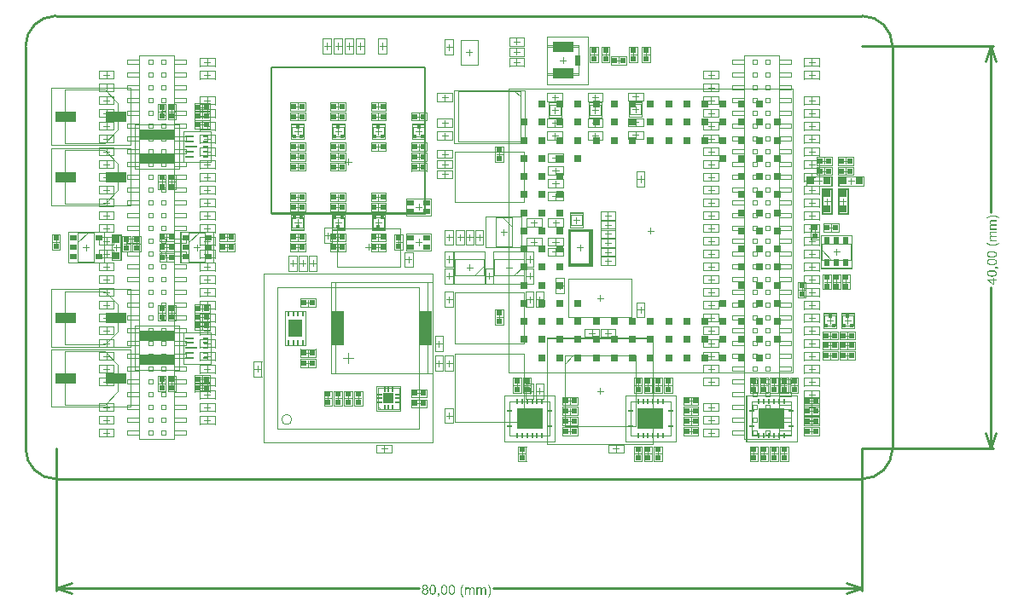
<source format=gtp>
G04*
G04 #@! TF.GenerationSoftware,Altium Limited,Altium Designer,20.0.13 (296)*
G04*
G04 Layer_Color=8421504*
%FSLAX25Y25*%
%MOIN*%
G70*
G01*
G75*
%ADD10C,0.00394*%
%ADD11C,0.00787*%
%ADD15C,0.00197*%
%ADD16C,0.01000*%
%ADD17C,0.00079*%
%ADD18C,0.00394*%
%ADD19R,0.03150X0.01968*%
%ADD20R,0.03543X0.00984*%
%ADD21R,0.05118X0.00984*%
%ADD22R,0.02362X0.00984*%
%ADD23R,0.00984X0.02362*%
%ADD24R,0.10039X0.08071*%
%ADD25R,0.01850X0.02047*%
%ADD26R,0.00984X0.01968*%
%ADD27R,0.01968X0.00984*%
%ADD28R,0.03937X0.03937*%
%ADD29R,0.05118X0.13386*%
%ADD30R,0.13386X0.03858*%
%ADD31R,0.02047X0.01850*%
%ADD32R,0.03150X0.03150*%
G04:AMPARAMS|DCode=33|XSize=27.56mil|YSize=27.56mil|CornerRadius=2.76mil|HoleSize=0mil|Usage=FLASHONLY|Rotation=0.000|XOffset=0mil|YOffset=0mil|HoleType=Round|Shape=RoundedRectangle|*
%AMROUNDEDRECTD33*
21,1,0.02756,0.02205,0,0,0.0*
21,1,0.02205,0.02756,0,0,0.0*
1,1,0.00551,0.01102,-0.01102*
1,1,0.00551,-0.01102,-0.01102*
1,1,0.00551,-0.01102,0.01102*
1,1,0.00551,0.01102,0.01102*
%
%ADD33ROUNDEDRECTD33*%
%ADD34R,0.05709X0.06890*%
%ADD35R,0.07874X0.03937*%
%ADD36R,0.02362X0.03937*%
%ADD37R,0.03150X0.03150*%
%ADD38R,0.01575X0.01575*%
%ADD39R,0.01575X0.01575*%
%ADD40R,0.01968X0.03150*%
G36*
X167261Y-54174D02*
X167295Y-54177D01*
X167334Y-54184D01*
X167378Y-54190D01*
X167428Y-54200D01*
X167478Y-54210D01*
X167531Y-54227D01*
X167584Y-54244D01*
X167638Y-54267D01*
X167687Y-54294D01*
X167741Y-54324D01*
X167787Y-54360D01*
X167831Y-54400D01*
X167834Y-54403D01*
X167841Y-54410D01*
X167851Y-54423D01*
X167867Y-54443D01*
X167884Y-54467D01*
X167901Y-54497D01*
X167920Y-54533D01*
X167944Y-54573D01*
X167964Y-54623D01*
X167984Y-54673D01*
X168000Y-54733D01*
X168020Y-54796D01*
X168034Y-54866D01*
X168044Y-54940D01*
X168050Y-55023D01*
X168054Y-55109D01*
Y-57017D01*
X167581D01*
Y-55266D01*
Y-55263D01*
Y-55253D01*
Y-55239D01*
Y-55219D01*
Y-55196D01*
X167578Y-55169D01*
X167574Y-55109D01*
X167571Y-55043D01*
X167561Y-54976D01*
X167551Y-54913D01*
X167541Y-54883D01*
X167534Y-54860D01*
X167531Y-54853D01*
X167524Y-54840D01*
X167514Y-54816D01*
X167498Y-54786D01*
X167474Y-54753D01*
X167444Y-54720D01*
X167411Y-54686D01*
X167368Y-54656D01*
X167361Y-54653D01*
X167348Y-54643D01*
X167321Y-54633D01*
X167288Y-54616D01*
X167245Y-54603D01*
X167198Y-54593D01*
X167145Y-54583D01*
X167085Y-54580D01*
X167058D01*
X167035Y-54583D01*
X167011Y-54587D01*
X166981Y-54590D01*
X166948Y-54597D01*
X166915Y-54603D01*
X166838Y-54627D01*
X166798Y-54643D01*
X166755Y-54663D01*
X166715Y-54686D01*
X166675Y-54710D01*
X166635Y-54743D01*
X166598Y-54776D01*
X166595Y-54780D01*
X166592Y-54786D01*
X166582Y-54796D01*
X166569Y-54813D01*
X166555Y-54836D01*
X166539Y-54860D01*
X166519Y-54893D01*
X166502Y-54930D01*
X166485Y-54970D01*
X166465Y-55016D01*
X166449Y-55066D01*
X166435Y-55123D01*
X166422Y-55186D01*
X166415Y-55253D01*
X166409Y-55326D01*
X166405Y-55402D01*
Y-57017D01*
X165933D01*
Y-55209D01*
Y-55206D01*
Y-55196D01*
Y-55179D01*
X165929Y-55159D01*
Y-55133D01*
X165926Y-55103D01*
X165919Y-55033D01*
X165902Y-54956D01*
X165883Y-54880D01*
X165856Y-54806D01*
X165836Y-54770D01*
X165816Y-54740D01*
Y-54736D01*
X165809Y-54733D01*
X165793Y-54713D01*
X165766Y-54690D01*
X165726Y-54660D01*
X165676Y-54630D01*
X165610Y-54603D01*
X165573Y-54593D01*
X165533Y-54587D01*
X165486Y-54583D01*
X165440Y-54580D01*
X165406D01*
X165390Y-54583D01*
X165366Y-54587D01*
X165320Y-54593D01*
X165263Y-54607D01*
X165200Y-54623D01*
X165133Y-54650D01*
X165070Y-54686D01*
X165067D01*
X165063Y-54690D01*
X165043Y-54707D01*
X165013Y-54730D01*
X164977Y-54763D01*
X164937Y-54806D01*
X164897Y-54860D01*
X164860Y-54923D01*
X164827Y-54993D01*
Y-54996D01*
X164824Y-55003D01*
X164820Y-55013D01*
X164817Y-55029D01*
X164810Y-55053D01*
X164804Y-55076D01*
X164797Y-55106D01*
X164790Y-55143D01*
X164784Y-55179D01*
X164777Y-55223D01*
X164770Y-55273D01*
X164764Y-55326D01*
X164760Y-55379D01*
X164757Y-55442D01*
X164754Y-55506D01*
Y-55576D01*
Y-57017D01*
X164281D01*
Y-54234D01*
X164704D01*
Y-54623D01*
X164710Y-54616D01*
X164717Y-54607D01*
X164727Y-54593D01*
X164757Y-54553D01*
X164797Y-54507D01*
X164847Y-54457D01*
X164903Y-54400D01*
X164973Y-54347D01*
X165050Y-54297D01*
X165053D01*
X165060Y-54290D01*
X165073Y-54284D01*
X165090Y-54277D01*
X165110Y-54267D01*
X165133Y-54257D01*
X165163Y-54247D01*
X165193Y-54234D01*
X165267Y-54210D01*
X165350Y-54190D01*
X165446Y-54177D01*
X165546Y-54170D01*
X165576D01*
X165596Y-54174D01*
X165623D01*
X165656Y-54177D01*
X165689Y-54180D01*
X165726Y-54187D01*
X165806Y-54200D01*
X165889Y-54224D01*
X165976Y-54257D01*
X166052Y-54300D01*
X166056D01*
X166062Y-54307D01*
X166072Y-54313D01*
X166086Y-54324D01*
X166119Y-54353D01*
X166162Y-54393D01*
X166206Y-54443D01*
X166252Y-54507D01*
X166296Y-54580D01*
X166332Y-54660D01*
X166335Y-54653D01*
X166349Y-54640D01*
X166365Y-54613D01*
X166392Y-54583D01*
X166425Y-54547D01*
X166465Y-54503D01*
X166512Y-54460D01*
X166562Y-54413D01*
X166622Y-54370D01*
X166688Y-54324D01*
X166758Y-54284D01*
X166835Y-54247D01*
X166915Y-54217D01*
X167001Y-54190D01*
X167095Y-54177D01*
X167191Y-54170D01*
X167231D01*
X167261Y-54174D01*
D02*
G37*
G36*
X162792D02*
X162826Y-54177D01*
X162866Y-54184D01*
X162909Y-54190D01*
X162959Y-54200D01*
X163009Y-54210D01*
X163062Y-54227D01*
X163115Y-54244D01*
X163169Y-54267D01*
X163219Y-54294D01*
X163272Y-54324D01*
X163319Y-54360D01*
X163362Y-54400D01*
X163365Y-54403D01*
X163372Y-54410D01*
X163382Y-54423D01*
X163398Y-54443D01*
X163415Y-54467D01*
X163432Y-54497D01*
X163452Y-54533D01*
X163475Y-54573D01*
X163495Y-54623D01*
X163515Y-54673D01*
X163532Y-54733D01*
X163552Y-54796D01*
X163565Y-54866D01*
X163575Y-54940D01*
X163582Y-55023D01*
X163585Y-55109D01*
Y-57017D01*
X163112D01*
Y-55266D01*
Y-55263D01*
Y-55253D01*
Y-55239D01*
Y-55219D01*
Y-55196D01*
X163109Y-55169D01*
X163105Y-55109D01*
X163102Y-55043D01*
X163092Y-54976D01*
X163082Y-54913D01*
X163072Y-54883D01*
X163065Y-54860D01*
X163062Y-54853D01*
X163055Y-54840D01*
X163045Y-54816D01*
X163029Y-54786D01*
X163005Y-54753D01*
X162976Y-54720D01*
X162942Y-54686D01*
X162899Y-54656D01*
X162892Y-54653D01*
X162879Y-54643D01*
X162852Y-54633D01*
X162819Y-54616D01*
X162776Y-54603D01*
X162729Y-54593D01*
X162676Y-54583D01*
X162616Y-54580D01*
X162589D01*
X162566Y-54583D01*
X162543Y-54587D01*
X162513Y-54590D01*
X162479Y-54597D01*
X162446Y-54603D01*
X162369Y-54627D01*
X162329Y-54643D01*
X162286Y-54663D01*
X162246Y-54686D01*
X162206Y-54710D01*
X162166Y-54743D01*
X162130Y-54776D01*
X162126Y-54780D01*
X162123Y-54786D01*
X162113Y-54796D01*
X162100Y-54813D01*
X162086Y-54836D01*
X162070Y-54860D01*
X162050Y-54893D01*
X162033Y-54930D01*
X162016Y-54970D01*
X161996Y-55016D01*
X161980Y-55066D01*
X161967Y-55123D01*
X161953Y-55186D01*
X161946Y-55253D01*
X161940Y-55326D01*
X161936Y-55402D01*
Y-57017D01*
X161464D01*
Y-55209D01*
Y-55206D01*
Y-55196D01*
Y-55179D01*
X161460Y-55159D01*
Y-55133D01*
X161457Y-55103D01*
X161450Y-55033D01*
X161434Y-54956D01*
X161414Y-54880D01*
X161387Y-54806D01*
X161367Y-54770D01*
X161347Y-54740D01*
Y-54736D01*
X161340Y-54733D01*
X161324Y-54713D01*
X161297Y-54690D01*
X161257Y-54660D01*
X161207Y-54630D01*
X161141Y-54603D01*
X161104Y-54593D01*
X161064Y-54587D01*
X161017Y-54583D01*
X160971Y-54580D01*
X160938D01*
X160921Y-54583D01*
X160898Y-54587D01*
X160851Y-54593D01*
X160794Y-54607D01*
X160731Y-54623D01*
X160664Y-54650D01*
X160601Y-54686D01*
X160598D01*
X160594Y-54690D01*
X160574Y-54707D01*
X160545Y-54730D01*
X160508Y-54763D01*
X160468Y-54806D01*
X160428Y-54860D01*
X160391Y-54923D01*
X160358Y-54993D01*
Y-54996D01*
X160355Y-55003D01*
X160351Y-55013D01*
X160348Y-55029D01*
X160342Y-55053D01*
X160335Y-55076D01*
X160328Y-55106D01*
X160321Y-55143D01*
X160315Y-55179D01*
X160308Y-55223D01*
X160301Y-55273D01*
X160295Y-55326D01*
X160292Y-55379D01*
X160288Y-55442D01*
X160285Y-55506D01*
Y-55576D01*
Y-57017D01*
X159812D01*
Y-54234D01*
X160235D01*
Y-54623D01*
X160242Y-54616D01*
X160248Y-54607D01*
X160258Y-54593D01*
X160288Y-54553D01*
X160328Y-54507D01*
X160378Y-54457D01*
X160435Y-54400D01*
X160505Y-54347D01*
X160581Y-54297D01*
X160584D01*
X160591Y-54290D01*
X160605Y-54284D01*
X160621Y-54277D01*
X160641Y-54267D01*
X160664Y-54257D01*
X160694Y-54247D01*
X160724Y-54234D01*
X160798Y-54210D01*
X160881Y-54190D01*
X160977Y-54177D01*
X161077Y-54170D01*
X161107D01*
X161127Y-54174D01*
X161154D01*
X161187Y-54177D01*
X161221Y-54180D01*
X161257Y-54187D01*
X161337Y-54200D01*
X161420Y-54224D01*
X161507Y-54257D01*
X161583Y-54300D01*
X161587D01*
X161593Y-54307D01*
X161603Y-54313D01*
X161617Y-54324D01*
X161650Y-54353D01*
X161693Y-54393D01*
X161737Y-54443D01*
X161783Y-54507D01*
X161827Y-54580D01*
X161863Y-54660D01*
X161867Y-54653D01*
X161880Y-54640D01*
X161897Y-54613D01*
X161923Y-54583D01*
X161957Y-54547D01*
X161996Y-54503D01*
X162043Y-54460D01*
X162093Y-54413D01*
X162153Y-54370D01*
X162220Y-54324D01*
X162290Y-54284D01*
X162366Y-54247D01*
X162446Y-54217D01*
X162533Y-54190D01*
X162626Y-54177D01*
X162722Y-54170D01*
X162762D01*
X162792Y-54174D01*
D02*
G37*
G36*
X154727Y-53168D02*
X154754D01*
X154784Y-53171D01*
X154817Y-53175D01*
X154857Y-53181D01*
X154940Y-53195D01*
X155030Y-53218D01*
X155123Y-53248D01*
X155213Y-53291D01*
X155217D01*
X155223Y-53298D01*
X155237Y-53304D01*
X155253Y-53315D01*
X155273Y-53328D01*
X155297Y-53341D01*
X155350Y-53381D01*
X155413Y-53434D01*
X155476Y-53494D01*
X155540Y-53568D01*
X155599Y-53651D01*
X155603Y-53654D01*
X155606Y-53661D01*
X155613Y-53674D01*
X155626Y-53691D01*
X155636Y-53714D01*
X155653Y-53741D01*
X155669Y-53774D01*
X155686Y-53811D01*
X155706Y-53847D01*
X155726Y-53891D01*
X155746Y-53941D01*
X155766Y-53991D01*
X155803Y-54100D01*
X155839Y-54220D01*
Y-54224D01*
X155843Y-54237D01*
X155846Y-54254D01*
X155853Y-54280D01*
X155859Y-54317D01*
X155866Y-54357D01*
X155876Y-54403D01*
X155883Y-54460D01*
X155889Y-54520D01*
X155899Y-54590D01*
X155906Y-54663D01*
X155913Y-54743D01*
X155919Y-54830D01*
X155922Y-54923D01*
X155926Y-55023D01*
Y-55126D01*
Y-55129D01*
Y-55133D01*
Y-55143D01*
Y-55156D01*
Y-55193D01*
X155922Y-55239D01*
Y-55296D01*
X155919Y-55362D01*
X155916Y-55436D01*
X155909Y-55516D01*
X155903Y-55602D01*
X155893Y-55689D01*
X155866Y-55872D01*
X155853Y-55962D01*
X155833Y-56052D01*
X155809Y-56138D01*
X155786Y-56218D01*
Y-56222D01*
X155779Y-56235D01*
X155773Y-56258D01*
X155759Y-56285D01*
X155746Y-56322D01*
X155726Y-56362D01*
X155706Y-56405D01*
X155683Y-56451D01*
X155623Y-56555D01*
X155553Y-56661D01*
X155466Y-56764D01*
X155420Y-56814D01*
X155370Y-56858D01*
X155366Y-56861D01*
X155356Y-56868D01*
X155343Y-56878D01*
X155320Y-56891D01*
X155293Y-56911D01*
X155260Y-56928D01*
X155223Y-56948D01*
X155180Y-56968D01*
X155130Y-56991D01*
X155080Y-57011D01*
X155020Y-57028D01*
X154960Y-57044D01*
X154894Y-57061D01*
X154824Y-57071D01*
X154750Y-57077D01*
X154674Y-57081D01*
X154650D01*
X154621Y-57077D01*
X154580Y-57074D01*
X154534Y-57067D01*
X154481Y-57061D01*
X154421Y-57047D01*
X154357Y-57031D01*
X154288Y-57011D01*
X154218Y-56984D01*
X154144Y-56954D01*
X154071Y-56914D01*
X153998Y-56871D01*
X153931Y-56818D01*
X153865Y-56758D01*
X153801Y-56688D01*
X153798Y-56681D01*
X153785Y-56665D01*
X153768Y-56634D01*
X153741Y-56595D01*
X153715Y-56541D01*
X153681Y-56478D01*
X153648Y-56401D01*
X153612Y-56312D01*
X153575Y-56208D01*
X153542Y-56095D01*
X153508Y-55965D01*
X153482Y-55825D01*
X153468Y-55749D01*
X153458Y-55672D01*
X153448Y-55589D01*
X153438Y-55502D01*
X153432Y-55412D01*
X153425Y-55322D01*
X153422Y-55226D01*
Y-55126D01*
Y-55123D01*
Y-55119D01*
Y-55109D01*
Y-55096D01*
Y-55059D01*
X153425Y-55013D01*
Y-54956D01*
X153428Y-54890D01*
X153435Y-54816D01*
X153438Y-54733D01*
X153448Y-54650D01*
X153455Y-54560D01*
X153482Y-54377D01*
X153498Y-54287D01*
X153515Y-54197D01*
X153538Y-54110D01*
X153562Y-54031D01*
X153565Y-54027D01*
X153568Y-54010D01*
X153575Y-53991D01*
X153588Y-53961D01*
X153602Y-53927D01*
X153621Y-53887D01*
X153641Y-53844D01*
X153665Y-53794D01*
X153725Y-53691D01*
X153795Y-53584D01*
X153881Y-53481D01*
X153928Y-53434D01*
X153978Y-53391D01*
X153981Y-53388D01*
X153991Y-53381D01*
X154008Y-53371D01*
X154028Y-53355D01*
X154054Y-53338D01*
X154088Y-53318D01*
X154124Y-53298D01*
X154168Y-53278D01*
X154218Y-53258D01*
X154271Y-53235D01*
X154327Y-53218D01*
X154387Y-53201D01*
X154454Y-53185D01*
X154524Y-53175D01*
X154597Y-53168D01*
X154674Y-53165D01*
X154704D01*
X154727Y-53168D01*
D02*
G37*
G36*
X151743D02*
X151770D01*
X151800Y-53171D01*
X151833Y-53175D01*
X151873Y-53181D01*
X151956Y-53195D01*
X152046Y-53218D01*
X152140Y-53248D01*
X152230Y-53291D01*
X152233D01*
X152240Y-53298D01*
X152253Y-53304D01*
X152269Y-53315D01*
X152289Y-53328D01*
X152313Y-53341D01*
X152366Y-53381D01*
X152429Y-53434D01*
X152493Y-53494D01*
X152556Y-53568D01*
X152616Y-53651D01*
X152619Y-53654D01*
X152622Y-53661D01*
X152629Y-53674D01*
X152643Y-53691D01*
X152653Y-53714D01*
X152669Y-53741D01*
X152686Y-53774D01*
X152702Y-53811D01*
X152722Y-53847D01*
X152742Y-53891D01*
X152762Y-53941D01*
X152782Y-53991D01*
X152819Y-54100D01*
X152856Y-54220D01*
Y-54224D01*
X152859Y-54237D01*
X152862Y-54254D01*
X152869Y-54280D01*
X152876Y-54317D01*
X152882Y-54357D01*
X152892Y-54403D01*
X152899Y-54460D01*
X152906Y-54520D01*
X152916Y-54590D01*
X152922Y-54663D01*
X152929Y-54743D01*
X152936Y-54830D01*
X152939Y-54923D01*
X152942Y-55023D01*
Y-55126D01*
Y-55129D01*
Y-55133D01*
Y-55143D01*
Y-55156D01*
Y-55193D01*
X152939Y-55239D01*
Y-55296D01*
X152936Y-55362D01*
X152932Y-55436D01*
X152926Y-55516D01*
X152919Y-55602D01*
X152909Y-55689D01*
X152882Y-55872D01*
X152869Y-55962D01*
X152849Y-56052D01*
X152826Y-56138D01*
X152802Y-56218D01*
Y-56222D01*
X152796Y-56235D01*
X152789Y-56258D01*
X152776Y-56285D01*
X152762Y-56322D01*
X152742Y-56362D01*
X152722Y-56405D01*
X152699Y-56451D01*
X152639Y-56555D01*
X152569Y-56661D01*
X152483Y-56764D01*
X152436Y-56814D01*
X152386Y-56858D01*
X152383Y-56861D01*
X152373Y-56868D01*
X152359Y-56878D01*
X152336Y-56891D01*
X152310Y-56911D01*
X152276Y-56928D01*
X152240Y-56948D01*
X152196Y-56968D01*
X152146Y-56991D01*
X152096Y-57011D01*
X152036Y-57028D01*
X151977Y-57044D01*
X151910Y-57061D01*
X151840Y-57071D01*
X151767Y-57077D01*
X151690Y-57081D01*
X151667D01*
X151637Y-57077D01*
X151597Y-57074D01*
X151550Y-57067D01*
X151497Y-57061D01*
X151437Y-57047D01*
X151374Y-57031D01*
X151304Y-57011D01*
X151234Y-56984D01*
X151161Y-56954D01*
X151087Y-56914D01*
X151014Y-56871D01*
X150947Y-56818D01*
X150881Y-56758D01*
X150818Y-56688D01*
X150814Y-56681D01*
X150801Y-56665D01*
X150784Y-56634D01*
X150758Y-56595D01*
X150731Y-56541D01*
X150698Y-56478D01*
X150664Y-56401D01*
X150628Y-56312D01*
X150591Y-56208D01*
X150558Y-56095D01*
X150525Y-55965D01*
X150498Y-55825D01*
X150485Y-55749D01*
X150475Y-55672D01*
X150465Y-55589D01*
X150455Y-55502D01*
X150448Y-55412D01*
X150441Y-55322D01*
X150438Y-55226D01*
Y-55126D01*
Y-55123D01*
Y-55119D01*
Y-55109D01*
Y-55096D01*
Y-55059D01*
X150441Y-55013D01*
Y-54956D01*
X150445Y-54890D01*
X150451Y-54816D01*
X150455Y-54733D01*
X150465Y-54650D01*
X150471Y-54560D01*
X150498Y-54377D01*
X150515Y-54287D01*
X150531Y-54197D01*
X150555Y-54110D01*
X150578Y-54031D01*
X150581Y-54027D01*
X150584Y-54010D01*
X150591Y-53991D01*
X150604Y-53961D01*
X150618Y-53927D01*
X150638Y-53887D01*
X150658Y-53844D01*
X150681Y-53794D01*
X150741Y-53691D01*
X150811Y-53584D01*
X150898Y-53481D01*
X150944Y-53434D01*
X150994Y-53391D01*
X150997Y-53388D01*
X151007Y-53381D01*
X151024Y-53371D01*
X151044Y-53355D01*
X151071Y-53338D01*
X151104Y-53318D01*
X151141Y-53298D01*
X151184Y-53278D01*
X151234Y-53258D01*
X151287Y-53235D01*
X151344Y-53218D01*
X151404Y-53201D01*
X151470Y-53185D01*
X151540Y-53175D01*
X151613Y-53168D01*
X151690Y-53165D01*
X151720D01*
X151743Y-53168D01*
D02*
G37*
G36*
X147268D02*
X147294D01*
X147325Y-53171D01*
X147358Y-53175D01*
X147398Y-53181D01*
X147481Y-53195D01*
X147571Y-53218D01*
X147664Y-53248D01*
X147754Y-53291D01*
X147757D01*
X147764Y-53298D01*
X147777Y-53304D01*
X147794Y-53315D01*
X147814Y-53328D01*
X147837Y-53341D01*
X147891Y-53381D01*
X147954Y-53434D01*
X148017Y-53494D01*
X148080Y-53568D01*
X148140Y-53651D01*
X148144Y-53654D01*
X148147Y-53661D01*
X148154Y-53674D01*
X148167Y-53691D01*
X148177Y-53714D01*
X148194Y-53741D01*
X148210Y-53774D01*
X148227Y-53811D01*
X148247Y-53847D01*
X148267Y-53891D01*
X148287Y-53941D01*
X148307Y-53991D01*
X148344Y-54100D01*
X148380Y-54220D01*
Y-54224D01*
X148383Y-54237D01*
X148387Y-54254D01*
X148393Y-54280D01*
X148400Y-54317D01*
X148407Y-54357D01*
X148417Y-54403D01*
X148423Y-54460D01*
X148430Y-54520D01*
X148440Y-54590D01*
X148447Y-54663D01*
X148453Y-54743D01*
X148460Y-54830D01*
X148463Y-54923D01*
X148467Y-55023D01*
Y-55126D01*
Y-55129D01*
Y-55133D01*
Y-55143D01*
Y-55156D01*
Y-55193D01*
X148463Y-55239D01*
Y-55296D01*
X148460Y-55362D01*
X148457Y-55436D01*
X148450Y-55516D01*
X148443Y-55602D01*
X148433Y-55689D01*
X148407Y-55872D01*
X148393Y-55962D01*
X148373Y-56052D01*
X148350Y-56138D01*
X148327Y-56218D01*
Y-56222D01*
X148320Y-56235D01*
X148313Y-56258D01*
X148300Y-56285D01*
X148287Y-56322D01*
X148267Y-56362D01*
X148247Y-56405D01*
X148224Y-56451D01*
X148164Y-56555D01*
X148094Y-56661D01*
X148007Y-56764D01*
X147960Y-56814D01*
X147911Y-56858D01*
X147907Y-56861D01*
X147897Y-56868D01*
X147884Y-56878D01*
X147861Y-56891D01*
X147834Y-56911D01*
X147801Y-56928D01*
X147764Y-56948D01*
X147721Y-56968D01*
X147671Y-56991D01*
X147621Y-57011D01*
X147561Y-57028D01*
X147501Y-57044D01*
X147434Y-57061D01*
X147364Y-57071D01*
X147291Y-57077D01*
X147215Y-57081D01*
X147191D01*
X147161Y-57077D01*
X147121Y-57074D01*
X147075Y-57067D01*
X147021Y-57061D01*
X146961Y-57047D01*
X146898Y-57031D01*
X146828Y-57011D01*
X146758Y-56984D01*
X146685Y-56954D01*
X146612Y-56914D01*
X146539Y-56871D01*
X146472Y-56818D01*
X146405Y-56758D01*
X146342Y-56688D01*
X146339Y-56681D01*
X146326Y-56665D01*
X146309Y-56634D01*
X146282Y-56595D01*
X146256Y-56541D01*
X146222Y-56478D01*
X146189Y-56401D01*
X146152Y-56312D01*
X146116Y-56208D01*
X146082Y-56095D01*
X146049Y-55965D01*
X146022Y-55825D01*
X146009Y-55749D01*
X145999Y-55672D01*
X145989Y-55589D01*
X145979Y-55502D01*
X145973Y-55412D01*
X145966Y-55322D01*
X145963Y-55226D01*
Y-55126D01*
Y-55123D01*
Y-55119D01*
Y-55109D01*
Y-55096D01*
Y-55059D01*
X145966Y-55013D01*
Y-54956D01*
X145969Y-54890D01*
X145976Y-54816D01*
X145979Y-54733D01*
X145989Y-54650D01*
X145996Y-54560D01*
X146022Y-54377D01*
X146039Y-54287D01*
X146056Y-54197D01*
X146079Y-54110D01*
X146102Y-54031D01*
X146106Y-54027D01*
X146109Y-54010D01*
X146116Y-53991D01*
X146129Y-53961D01*
X146142Y-53927D01*
X146162Y-53887D01*
X146182Y-53844D01*
X146206Y-53794D01*
X146265Y-53691D01*
X146335Y-53584D01*
X146422Y-53481D01*
X146469Y-53434D01*
X146519Y-53391D01*
X146522Y-53388D01*
X146532Y-53381D01*
X146549Y-53371D01*
X146569Y-53355D01*
X146595Y-53338D01*
X146628Y-53318D01*
X146665Y-53298D01*
X146708Y-53278D01*
X146758Y-53258D01*
X146812Y-53235D01*
X146868Y-53218D01*
X146928Y-53201D01*
X146995Y-53185D01*
X147065Y-53175D01*
X147138Y-53168D01*
X147215Y-53165D01*
X147245D01*
X147268Y-53168D01*
D02*
G37*
G36*
X144278D02*
X144311D01*
X144354Y-53175D01*
X144404Y-53181D01*
X144457Y-53188D01*
X144517Y-53201D01*
X144581Y-53218D01*
X144647Y-53235D01*
X144714Y-53261D01*
X144780Y-53288D01*
X144847Y-53321D01*
X144914Y-53361D01*
X144977Y-53404D01*
X145037Y-53458D01*
X145040Y-53461D01*
X145050Y-53471D01*
X145067Y-53488D01*
X145087Y-53511D01*
X145110Y-53538D01*
X145133Y-53571D01*
X145163Y-53611D01*
X145193Y-53658D01*
X145220Y-53704D01*
X145250Y-53761D01*
X145273Y-53817D01*
X145300Y-53881D01*
X145317Y-53947D01*
X145333Y-54017D01*
X145343Y-54090D01*
X145346Y-54167D01*
Y-54170D01*
Y-54180D01*
Y-54194D01*
X145343Y-54210D01*
Y-54234D01*
X145340Y-54260D01*
X145330Y-54324D01*
X145313Y-54397D01*
X145287Y-54477D01*
X145250Y-54557D01*
X145230Y-54597D01*
X145203Y-54633D01*
Y-54637D01*
X145197Y-54643D01*
X145190Y-54653D01*
X145177Y-54667D01*
X145163Y-54683D01*
X145143Y-54700D01*
X145123Y-54723D01*
X145097Y-54743D01*
X145070Y-54770D01*
X145037Y-54793D01*
X145003Y-54820D01*
X144964Y-54843D01*
X144924Y-54870D01*
X144877Y-54893D01*
X144830Y-54916D01*
X144777Y-54936D01*
X144780D01*
X144794Y-54943D01*
X144810Y-54949D01*
X144834Y-54959D01*
X144864Y-54970D01*
X144900Y-54986D01*
X144937Y-55006D01*
X144977Y-55026D01*
X145063Y-55079D01*
X145153Y-55143D01*
X145240Y-55219D01*
X145280Y-55263D01*
X145317Y-55309D01*
X145320Y-55313D01*
X145323Y-55319D01*
X145333Y-55336D01*
X145346Y-55356D01*
X145360Y-55379D01*
X145376Y-55409D01*
X145393Y-55442D01*
X145410Y-55482D01*
X145426Y-55526D01*
X145443Y-55569D01*
X145460Y-55622D01*
X145473Y-55676D01*
X145496Y-55792D01*
X145500Y-55852D01*
X145503Y-55919D01*
Y-55925D01*
Y-55942D01*
X145500Y-55965D01*
X145496Y-56002D01*
X145493Y-56042D01*
X145483Y-56092D01*
X145473Y-56148D01*
X145460Y-56208D01*
X145440Y-56272D01*
X145416Y-56338D01*
X145390Y-56405D01*
X145356Y-56475D01*
X145317Y-56545D01*
X145270Y-56615D01*
X145217Y-56684D01*
X145153Y-56748D01*
X145150Y-56751D01*
X145137Y-56761D01*
X145117Y-56778D01*
X145090Y-56801D01*
X145053Y-56824D01*
X145013Y-56854D01*
X144964Y-56884D01*
X144907Y-56914D01*
X144844Y-56944D01*
X144777Y-56974D01*
X144700Y-57004D01*
X144621Y-57028D01*
X144534Y-57051D01*
X144441Y-57067D01*
X144341Y-57077D01*
X144238Y-57081D01*
X144211D01*
X144184Y-57077D01*
X144144Y-57074D01*
X144094Y-57071D01*
X144038Y-57064D01*
X143978Y-57054D01*
X143908Y-57038D01*
X143838Y-57021D01*
X143765Y-56998D01*
X143688Y-56971D01*
X143608Y-56938D01*
X143532Y-56901D01*
X143458Y-56854D01*
X143385Y-56804D01*
X143318Y-56744D01*
X143315Y-56741D01*
X143305Y-56728D01*
X143285Y-56711D01*
X143265Y-56684D01*
X143239Y-56651D01*
X143209Y-56611D01*
X143179Y-56565D01*
X143145Y-56515D01*
X143112Y-56455D01*
X143082Y-56391D01*
X143052Y-56325D01*
X143026Y-56248D01*
X143006Y-56172D01*
X142989Y-56088D01*
X142975Y-56002D01*
X142972Y-55909D01*
Y-55905D01*
Y-55892D01*
Y-55872D01*
X142975Y-55845D01*
X142979Y-55812D01*
X142982Y-55775D01*
X142989Y-55735D01*
X142996Y-55689D01*
X143019Y-55589D01*
X143035Y-55536D01*
X143052Y-55486D01*
X143075Y-55432D01*
X143099Y-55379D01*
X143129Y-55329D01*
X143162Y-55279D01*
X143165Y-55276D01*
X143172Y-55269D01*
X143182Y-55256D01*
X143199Y-55239D01*
X143215Y-55219D01*
X143242Y-55193D01*
X143269Y-55169D01*
X143302Y-55143D01*
X143339Y-55113D01*
X143378Y-55083D01*
X143422Y-55056D01*
X143472Y-55026D01*
X143525Y-55003D01*
X143582Y-54976D01*
X143641Y-54956D01*
X143705Y-54936D01*
X143701D01*
X143692Y-54930D01*
X143678Y-54926D01*
X143655Y-54916D01*
X143631Y-54906D01*
X143605Y-54893D01*
X143538Y-54856D01*
X143468Y-54813D01*
X143395Y-54763D01*
X143325Y-54700D01*
X143295Y-54667D01*
X143265Y-54630D01*
Y-54627D01*
X143259Y-54620D01*
X143252Y-54610D01*
X143242Y-54593D01*
X143232Y-54577D01*
X143222Y-54553D01*
X143209Y-54527D01*
X143195Y-54497D01*
X143169Y-54427D01*
X143149Y-54343D01*
X143132Y-54254D01*
X143125Y-54154D01*
Y-54150D01*
Y-54134D01*
X143129Y-54114D01*
Y-54084D01*
X143135Y-54047D01*
X143142Y-54007D01*
X143152Y-53961D01*
X143162Y-53911D01*
X143179Y-53857D01*
X143199Y-53801D01*
X143222Y-53741D01*
X143252Y-53681D01*
X143285Y-53621D01*
X143325Y-53564D01*
X143372Y-53508D01*
X143425Y-53451D01*
X143428Y-53448D01*
X143438Y-53438D01*
X143455Y-53424D01*
X143482Y-53408D01*
X143512Y-53385D01*
X143548Y-53361D01*
X143592Y-53334D01*
X143638Y-53308D01*
X143695Y-53281D01*
X143755Y-53255D01*
X143821Y-53231D01*
X143891Y-53208D01*
X143968Y-53191D01*
X144051Y-53178D01*
X144138Y-53168D01*
X144228Y-53165D01*
X144251D01*
X144278Y-53168D01*
D02*
G37*
G36*
X149735Y-57017D02*
Y-57021D01*
Y-57031D01*
Y-57044D01*
Y-57067D01*
X149732Y-57091D01*
X149729Y-57121D01*
X149722Y-57187D01*
X149709Y-57264D01*
X149692Y-57341D01*
X149665Y-57420D01*
X149629Y-57494D01*
Y-57497D01*
X149626Y-57500D01*
X149619Y-57510D01*
X149609Y-57524D01*
X149585Y-57557D01*
X149549Y-57597D01*
X149502Y-57644D01*
X149446Y-57690D01*
X149379Y-57737D01*
X149299Y-57777D01*
X149169Y-57574D01*
X149173D01*
X149176Y-57570D01*
X149193Y-57560D01*
X149219Y-57547D01*
X149252Y-57524D01*
X149286Y-57497D01*
X149322Y-57464D01*
X149356Y-57424D01*
X149386Y-57380D01*
X149389Y-57374D01*
X149396Y-57357D01*
X149409Y-57327D01*
X149422Y-57287D01*
X149436Y-57237D01*
X149449Y-57174D01*
X149459Y-57101D01*
X149466Y-57017D01*
X149199D01*
Y-56481D01*
X149735D01*
Y-57017D01*
D02*
G37*
G36*
X169056Y-53115D02*
X169063Y-53118D01*
X169069Y-53128D01*
X169079Y-53141D01*
X169089Y-53158D01*
X169103Y-53178D01*
X169136Y-53225D01*
X169179Y-53285D01*
X169226Y-53355D01*
X169276Y-53434D01*
X169332Y-53524D01*
X169389Y-53621D01*
X169452Y-53724D01*
X169512Y-53834D01*
X169572Y-53947D01*
X169629Y-54064D01*
X169685Y-54187D01*
X169739Y-54310D01*
X169785Y-54433D01*
X169789Y-54440D01*
X169795Y-54460D01*
X169805Y-54490D01*
X169819Y-54533D01*
X169832Y-54583D01*
X169849Y-54646D01*
X169869Y-54716D01*
X169889Y-54796D01*
X169905Y-54883D01*
X169925Y-54976D01*
X169942Y-55073D01*
X169958Y-55179D01*
X169968Y-55286D01*
X169978Y-55399D01*
X169985Y-55512D01*
X169989Y-55629D01*
Y-55632D01*
Y-55635D01*
Y-55646D01*
Y-55659D01*
Y-55679D01*
X169985Y-55699D01*
Y-55749D01*
X169982Y-55812D01*
X169975Y-55885D01*
X169965Y-55972D01*
X169955Y-56065D01*
X169939Y-56165D01*
X169922Y-56272D01*
X169899Y-56385D01*
X169872Y-56501D01*
X169842Y-56625D01*
X169805Y-56748D01*
X169762Y-56871D01*
X169715Y-56994D01*
Y-56998D01*
X169712Y-57001D01*
X169709Y-57011D01*
X169702Y-57024D01*
X169689Y-57057D01*
X169666Y-57104D01*
X169639Y-57161D01*
X169609Y-57227D01*
X169572Y-57304D01*
X169532Y-57384D01*
X169486Y-57474D01*
X169436Y-57564D01*
X169379Y-57660D01*
X169323Y-57757D01*
X169259Y-57857D01*
X169196Y-57956D01*
X169126Y-58053D01*
X169056Y-58146D01*
X168720D01*
X168723Y-58143D01*
X168730Y-58133D01*
X168740Y-58113D01*
X168753Y-58090D01*
X168770Y-58060D01*
X168793Y-58023D01*
X168816Y-57980D01*
X168843Y-57930D01*
X168870Y-57877D01*
X168903Y-57817D01*
X168933Y-57753D01*
X168966Y-57683D01*
X169003Y-57607D01*
X169039Y-57530D01*
X169076Y-57447D01*
X169113Y-57361D01*
X169149Y-57271D01*
X169183Y-57177D01*
X169256Y-56981D01*
X169323Y-56771D01*
X169379Y-56555D01*
X169429Y-56328D01*
X169452Y-56215D01*
X169469Y-56098D01*
X169482Y-55982D01*
X169492Y-55865D01*
X169499Y-55745D01*
X169502Y-55629D01*
Y-55622D01*
Y-55606D01*
Y-55579D01*
Y-55546D01*
X169499Y-55499D01*
X169496Y-55449D01*
X169492Y-55389D01*
X169489Y-55322D01*
X169482Y-55253D01*
X169476Y-55176D01*
X169466Y-55096D01*
X169456Y-55010D01*
X169426Y-54833D01*
X169389Y-54653D01*
Y-54650D01*
X169386Y-54637D01*
X169379Y-54613D01*
X169372Y-54587D01*
X169362Y-54550D01*
X169352Y-54510D01*
X169339Y-54463D01*
X169326Y-54410D01*
X169306Y-54357D01*
X169289Y-54297D01*
X169246Y-54167D01*
X169196Y-54034D01*
X169139Y-53897D01*
Y-53894D01*
X169136Y-53887D01*
X169129Y-53871D01*
X169119Y-53851D01*
X169106Y-53827D01*
X169089Y-53794D01*
X169069Y-53757D01*
X169049Y-53711D01*
X169023Y-53661D01*
X168993Y-53604D01*
X168956Y-53538D01*
X168920Y-53468D01*
X168876Y-53388D01*
X168830Y-53304D01*
X168776Y-53211D01*
X168720Y-53111D01*
X169056D01*
Y-53115D01*
D02*
G37*
G36*
X159266Y-53118D02*
X159256Y-53135D01*
X159239Y-53165D01*
X159219Y-53201D01*
X159193Y-53245D01*
X159163Y-53298D01*
X159129Y-53355D01*
X159096Y-53414D01*
X159026Y-53541D01*
X158956Y-53671D01*
X158926Y-53731D01*
X158896Y-53791D01*
X158870Y-53844D01*
X158850Y-53891D01*
X158846Y-53894D01*
X158843Y-53907D01*
X158833Y-53927D01*
X158823Y-53954D01*
X158810Y-53987D01*
X158793Y-54027D01*
X158776Y-54070D01*
X158760Y-54120D01*
X158740Y-54177D01*
X158716Y-54234D01*
X158696Y-54297D01*
X158676Y-54364D01*
X158633Y-54500D01*
X158597Y-54646D01*
Y-54653D01*
X158593Y-54670D01*
X158587Y-54697D01*
X158580Y-54730D01*
X158570Y-54776D01*
X158563Y-54826D01*
X158553Y-54886D01*
X158543Y-54953D01*
X158530Y-55026D01*
X158520Y-55103D01*
X158513Y-55183D01*
X158503Y-55266D01*
X158490Y-55446D01*
X158487Y-55629D01*
Y-55632D01*
Y-55642D01*
Y-55662D01*
Y-55686D01*
X158490Y-55715D01*
X158493Y-55752D01*
Y-55795D01*
X158500Y-55845D01*
X158503Y-55899D01*
X158510Y-55958D01*
X158520Y-56025D01*
X158527Y-56095D01*
X158540Y-56168D01*
X158553Y-56248D01*
X158567Y-56331D01*
X158583Y-56418D01*
X158603Y-56508D01*
X158626Y-56601D01*
X158676Y-56798D01*
X158740Y-57007D01*
X158776Y-57114D01*
X158816Y-57224D01*
X158860Y-57334D01*
X158906Y-57447D01*
X158956Y-57564D01*
X159009Y-57677D01*
X159069Y-57793D01*
X159133Y-57910D01*
X159199Y-58030D01*
X159269Y-58146D01*
X158933D01*
X158930Y-58140D01*
X158916Y-58123D01*
X158896Y-58096D01*
X158866Y-58060D01*
X158833Y-58013D01*
X158793Y-57956D01*
X158750Y-57890D01*
X158703Y-57817D01*
X158653Y-57737D01*
X158600Y-57647D01*
X158543Y-57554D01*
X158487Y-57454D01*
X158430Y-57344D01*
X158377Y-57234D01*
X158324Y-57114D01*
X158270Y-56994D01*
Y-56991D01*
X158267Y-56988D01*
X158264Y-56977D01*
X158260Y-56964D01*
X158254Y-56948D01*
X158247Y-56928D01*
X158227Y-56881D01*
X158207Y-56821D01*
X158184Y-56748D01*
X158160Y-56668D01*
X158137Y-56575D01*
X158110Y-56478D01*
X158087Y-56371D01*
X158064Y-56258D01*
X158044Y-56138D01*
X158027Y-56019D01*
X158014Y-55889D01*
X158004Y-55762D01*
X158001Y-55629D01*
Y-55625D01*
Y-55622D01*
Y-55612D01*
Y-55602D01*
Y-55566D01*
X158004Y-55522D01*
X158007Y-55466D01*
X158010Y-55399D01*
X158017Y-55326D01*
X158027Y-55246D01*
X158037Y-55156D01*
X158050Y-55063D01*
X158067Y-54963D01*
X158084Y-54860D01*
X158107Y-54756D01*
X158134Y-54646D01*
X158164Y-54540D01*
X158200Y-54433D01*
Y-54430D01*
X158204Y-54427D01*
X158207Y-54417D01*
X158210Y-54403D01*
X158217Y-54387D01*
X158227Y-54367D01*
X158244Y-54320D01*
X158270Y-54260D01*
X158300Y-54190D01*
X158337Y-54107D01*
X158380Y-54021D01*
X158430Y-53924D01*
X158483Y-53821D01*
X158543Y-53711D01*
X158610Y-53598D01*
X158680Y-53478D01*
X158760Y-53358D01*
X158843Y-53235D01*
X158933Y-53111D01*
X159269D01*
X159266Y-53118D01*
D02*
G37*
G36*
X366199Y91320D02*
X366249D01*
X366312Y91317D01*
X366385Y91310D01*
X366472Y91300D01*
X366565Y91290D01*
X366665Y91273D01*
X366772Y91257D01*
X366885Y91233D01*
X367001Y91207D01*
X367125Y91177D01*
X367248Y91140D01*
X367371Y91097D01*
X367494Y91050D01*
X367497D01*
X367501Y91047D01*
X367511Y91044D01*
X367524Y91037D01*
X367557Y91023D01*
X367604Y91000D01*
X367661Y90974D01*
X367727Y90944D01*
X367804Y90907D01*
X367884Y90867D01*
X367974Y90820D01*
X368064Y90770D01*
X368160Y90714D01*
X368257Y90657D01*
X368357Y90594D01*
X368457Y90531D01*
X368553Y90461D01*
X368646Y90391D01*
Y90055D01*
X368643Y90058D01*
X368633Y90065D01*
X368613Y90074D01*
X368590Y90088D01*
X368560Y90104D01*
X368523Y90128D01*
X368480Y90151D01*
X368430Y90178D01*
X368377Y90204D01*
X368317Y90238D01*
X368253Y90268D01*
X368183Y90301D01*
X368107Y90338D01*
X368030Y90374D01*
X367947Y90411D01*
X367861Y90447D01*
X367771Y90484D01*
X367677Y90517D01*
X367481Y90591D01*
X367271Y90657D01*
X367055Y90714D01*
X366828Y90764D01*
X366715Y90787D01*
X366598Y90804D01*
X366482Y90817D01*
X366365Y90827D01*
X366245Y90834D01*
X366129Y90837D01*
X366122D01*
X366106D01*
X366079D01*
X366046D01*
X365999Y90834D01*
X365949Y90830D01*
X365889Y90827D01*
X365823Y90824D01*
X365753Y90817D01*
X365676Y90810D01*
X365596Y90800D01*
X365510Y90790D01*
X365333Y90760D01*
X365153Y90724D01*
X365150D01*
X365137Y90720D01*
X365113Y90714D01*
X365087Y90707D01*
X365050Y90697D01*
X365010Y90687D01*
X364963Y90674D01*
X364910Y90661D01*
X364857Y90641D01*
X364797Y90624D01*
X364667Y90581D01*
X364534Y90531D01*
X364397Y90474D01*
X364394D01*
X364387Y90471D01*
X364371Y90464D01*
X364351Y90454D01*
X364327Y90441D01*
X364294Y90424D01*
X364257Y90404D01*
X364211Y90384D01*
X364161Y90358D01*
X364104Y90328D01*
X364038Y90291D01*
X363968Y90254D01*
X363888Y90211D01*
X363805Y90164D01*
X363711Y90111D01*
X363611Y90055D01*
Y90391D01*
X363615D01*
X363618Y90398D01*
X363628Y90404D01*
X363641Y90414D01*
X363658Y90424D01*
X363678Y90437D01*
X363725Y90471D01*
X363785Y90514D01*
X363855Y90561D01*
X363934Y90611D01*
X364024Y90667D01*
X364121Y90724D01*
X364224Y90787D01*
X364334Y90847D01*
X364447Y90907D01*
X364564Y90964D01*
X364687Y91020D01*
X364810Y91074D01*
X364933Y91120D01*
X364940Y91123D01*
X364960Y91130D01*
X364990Y91140D01*
X365033Y91153D01*
X365083Y91167D01*
X365146Y91183D01*
X365216Y91203D01*
X365296Y91223D01*
X365383Y91240D01*
X365476Y91260D01*
X365573Y91277D01*
X365679Y91293D01*
X365786Y91303D01*
X365899Y91313D01*
X366012Y91320D01*
X366129Y91323D01*
X366132D01*
X366136D01*
X366145D01*
X366159D01*
X366179D01*
X366199Y91320D01*
D02*
G37*
G36*
X367517Y88916D02*
X365766D01*
X365763D01*
X365753D01*
X365739D01*
X365719D01*
X365696D01*
X365669Y88912D01*
X365609Y88909D01*
X365543Y88906D01*
X365476Y88896D01*
X365413Y88886D01*
X365383Y88876D01*
X365360Y88869D01*
X365353Y88866D01*
X365340Y88859D01*
X365316Y88849D01*
X365286Y88832D01*
X365253Y88809D01*
X365220Y88779D01*
X365187Y88746D01*
X365157Y88702D01*
X365153Y88696D01*
X365143Y88683D01*
X365133Y88656D01*
X365117Y88623D01*
X365103Y88579D01*
X365093Y88533D01*
X365083Y88479D01*
X365080Y88420D01*
Y88393D01*
X365083Y88370D01*
X365087Y88346D01*
X365090Y88316D01*
X365097Y88283D01*
X365103Y88250D01*
X365126Y88173D01*
X365143Y88133D01*
X365163Y88090D01*
X365187Y88050D01*
X365210Y88010D01*
X365243Y87970D01*
X365276Y87933D01*
X365280Y87930D01*
X365286Y87927D01*
X365296Y87917D01*
X365313Y87903D01*
X365336Y87890D01*
X365360Y87873D01*
X365393Y87853D01*
X365430Y87837D01*
X365470Y87820D01*
X365516Y87800D01*
X365566Y87783D01*
X365623Y87770D01*
X365686Y87757D01*
X365753Y87750D01*
X365826Y87744D01*
X365902Y87740D01*
X367517D01*
Y87267D01*
X365709D01*
X365706D01*
X365696D01*
X365679D01*
X365659Y87264D01*
X365633D01*
X365603Y87261D01*
X365533Y87254D01*
X365456Y87237D01*
X365380Y87217D01*
X365306Y87191D01*
X365270Y87171D01*
X365240Y87151D01*
X365236D01*
X365233Y87144D01*
X365213Y87127D01*
X365190Y87101D01*
X365160Y87061D01*
X365130Y87011D01*
X365103Y86944D01*
X365093Y86908D01*
X365087Y86868D01*
X365083Y86821D01*
X365080Y86774D01*
Y86741D01*
X365083Y86725D01*
X365087Y86701D01*
X365093Y86655D01*
X365107Y86598D01*
X365123Y86535D01*
X365150Y86468D01*
X365187Y86405D01*
Y86401D01*
X365190Y86398D01*
X365207Y86378D01*
X365230Y86348D01*
X365263Y86312D01*
X365306Y86272D01*
X365360Y86232D01*
X365423Y86195D01*
X365493Y86162D01*
X365496D01*
X365503Y86158D01*
X365513Y86155D01*
X365529Y86152D01*
X365553Y86145D01*
X365576Y86138D01*
X365606Y86132D01*
X365643Y86125D01*
X365679Y86118D01*
X365723Y86112D01*
X365773Y86105D01*
X365826Y86098D01*
X365879Y86095D01*
X365942Y86092D01*
X366006Y86089D01*
X366076D01*
X367517D01*
Y85616D01*
X364734D01*
Y86039D01*
X365123D01*
X365117Y86045D01*
X365107Y86052D01*
X365093Y86062D01*
X365053Y86092D01*
X365007Y86132D01*
X364957Y86182D01*
X364900Y86238D01*
X364847Y86308D01*
X364797Y86385D01*
Y86388D01*
X364790Y86395D01*
X364784Y86408D01*
X364777Y86425D01*
X364767Y86445D01*
X364757Y86468D01*
X364747Y86498D01*
X364734Y86528D01*
X364710Y86601D01*
X364690Y86685D01*
X364677Y86781D01*
X364670Y86881D01*
Y86911D01*
X364674Y86931D01*
Y86958D01*
X364677Y86991D01*
X364680Y87024D01*
X364687Y87061D01*
X364700Y87141D01*
X364724Y87224D01*
X364757Y87311D01*
X364800Y87387D01*
Y87391D01*
X364807Y87397D01*
X364813Y87407D01*
X364824Y87420D01*
X364854Y87454D01*
X364893Y87497D01*
X364943Y87540D01*
X365007Y87587D01*
X365080Y87630D01*
X365160Y87667D01*
X365153Y87670D01*
X365140Y87683D01*
X365113Y87700D01*
X365083Y87727D01*
X365047Y87760D01*
X365003Y87800D01*
X364960Y87847D01*
X364913Y87897D01*
X364870Y87957D01*
X364824Y88023D01*
X364784Y88093D01*
X364747Y88170D01*
X364717Y88250D01*
X364690Y88336D01*
X364677Y88429D01*
X364670Y88526D01*
Y88566D01*
X364674Y88596D01*
X364677Y88629D01*
X364684Y88669D01*
X364690Y88713D01*
X364700Y88762D01*
X364710Y88812D01*
X364727Y88866D01*
X364744Y88919D01*
X364767Y88972D01*
X364793Y89022D01*
X364824Y89075D01*
X364860Y89122D01*
X364900Y89165D01*
X364903Y89169D01*
X364910Y89175D01*
X364923Y89185D01*
X364943Y89202D01*
X364967Y89219D01*
X364997Y89235D01*
X365033Y89255D01*
X365073Y89279D01*
X365123Y89299D01*
X365173Y89319D01*
X365233Y89335D01*
X365296Y89355D01*
X365366Y89368D01*
X365440Y89378D01*
X365523Y89385D01*
X365609Y89389D01*
X367517D01*
Y88916D01*
D02*
G37*
G36*
Y84447D02*
X365766D01*
X365763D01*
X365753D01*
X365739D01*
X365719D01*
X365696D01*
X365669Y84443D01*
X365609Y84440D01*
X365543Y84437D01*
X365476Y84427D01*
X365413Y84417D01*
X365383Y84407D01*
X365360Y84400D01*
X365353Y84397D01*
X365340Y84390D01*
X365316Y84380D01*
X365286Y84364D01*
X365253Y84340D01*
X365220Y84310D01*
X365187Y84277D01*
X365157Y84234D01*
X365153Y84227D01*
X365143Y84214D01*
X365133Y84187D01*
X365117Y84154D01*
X365103Y84110D01*
X365093Y84064D01*
X365083Y84010D01*
X365080Y83951D01*
Y83924D01*
X365083Y83901D01*
X365087Y83877D01*
X365090Y83847D01*
X365097Y83814D01*
X365103Y83781D01*
X365126Y83704D01*
X365143Y83664D01*
X365163Y83621D01*
X365187Y83581D01*
X365210Y83541D01*
X365243Y83501D01*
X365276Y83464D01*
X365280Y83461D01*
X365286Y83458D01*
X365296Y83448D01*
X365313Y83434D01*
X365336Y83421D01*
X365360Y83404D01*
X365393Y83385D01*
X365430Y83368D01*
X365470Y83351D01*
X365516Y83331D01*
X365566Y83315D01*
X365623Y83301D01*
X365686Y83288D01*
X365753Y83281D01*
X365826Y83275D01*
X365902Y83271D01*
X367517D01*
Y82798D01*
X365709D01*
X365706D01*
X365696D01*
X365679D01*
X365659Y82795D01*
X365633D01*
X365603Y82792D01*
X365533Y82785D01*
X365456Y82768D01*
X365380Y82749D01*
X365306Y82722D01*
X365270Y82702D01*
X365240Y82682D01*
X365236D01*
X365233Y82675D01*
X365213Y82659D01*
X365190Y82632D01*
X365160Y82592D01*
X365130Y82542D01*
X365103Y82475D01*
X365093Y82439D01*
X365087Y82399D01*
X365083Y82352D01*
X365080Y82306D01*
Y82272D01*
X365083Y82256D01*
X365087Y82232D01*
X365093Y82186D01*
X365107Y82129D01*
X365123Y82066D01*
X365150Y81999D01*
X365187Y81936D01*
Y81933D01*
X365190Y81929D01*
X365207Y81909D01*
X365230Y81879D01*
X365263Y81843D01*
X365306Y81803D01*
X365360Y81763D01*
X365423Y81726D01*
X365493Y81693D01*
X365496D01*
X365503Y81690D01*
X365513Y81686D01*
X365529Y81683D01*
X365553Y81676D01*
X365576Y81670D01*
X365606Y81663D01*
X365643Y81656D01*
X365679Y81650D01*
X365723Y81643D01*
X365773Y81636D01*
X365826Y81630D01*
X365879Y81626D01*
X365942Y81623D01*
X366006Y81620D01*
X366076D01*
X367517D01*
Y81147D01*
X364734D01*
Y81570D01*
X365123D01*
X365117Y81576D01*
X365107Y81583D01*
X365093Y81593D01*
X365053Y81623D01*
X365007Y81663D01*
X364957Y81713D01*
X364900Y81769D01*
X364847Y81839D01*
X364797Y81916D01*
Y81919D01*
X364790Y81926D01*
X364784Y81939D01*
X364777Y81956D01*
X364767Y81976D01*
X364757Y81999D01*
X364747Y82029D01*
X364734Y82059D01*
X364710Y82132D01*
X364690Y82216D01*
X364677Y82312D01*
X364670Y82412D01*
Y82442D01*
X364674Y82462D01*
Y82489D01*
X364677Y82522D01*
X364680Y82555D01*
X364687Y82592D01*
X364700Y82672D01*
X364724Y82755D01*
X364757Y82842D01*
X364800Y82918D01*
Y82922D01*
X364807Y82928D01*
X364813Y82938D01*
X364824Y82952D01*
X364854Y82985D01*
X364893Y83028D01*
X364943Y83072D01*
X365007Y83118D01*
X365080Y83161D01*
X365160Y83198D01*
X365153Y83201D01*
X365140Y83215D01*
X365113Y83231D01*
X365083Y83258D01*
X365047Y83291D01*
X365003Y83331D01*
X364960Y83378D01*
X364913Y83428D01*
X364870Y83488D01*
X364824Y83554D01*
X364784Y83624D01*
X364747Y83701D01*
X364717Y83781D01*
X364690Y83867D01*
X364677Y83961D01*
X364670Y84057D01*
Y84097D01*
X364674Y84127D01*
X364677Y84160D01*
X364684Y84200D01*
X364690Y84244D01*
X364700Y84294D01*
X364710Y84343D01*
X364727Y84397D01*
X364744Y84450D01*
X364767Y84503D01*
X364793Y84553D01*
X364824Y84607D01*
X364860Y84653D01*
X364900Y84697D01*
X364903Y84700D01*
X364910Y84706D01*
X364923Y84716D01*
X364943Y84733D01*
X364967Y84750D01*
X364997Y84766D01*
X365033Y84786D01*
X365073Y84810D01*
X365123Y84830D01*
X365173Y84850D01*
X365233Y84866D01*
X365296Y84886D01*
X365366Y84900D01*
X365440Y84910D01*
X365523Y84916D01*
X365609Y84920D01*
X367517D01*
Y84447D01*
D02*
G37*
G36*
X368646Y80268D02*
X368640Y80264D01*
X368623Y80251D01*
X368596Y80231D01*
X368560Y80201D01*
X368513Y80168D01*
X368457Y80128D01*
X368390Y80085D01*
X368317Y80038D01*
X368237Y79988D01*
X368147Y79935D01*
X368054Y79878D01*
X367954Y79821D01*
X367844Y79765D01*
X367734Y79712D01*
X367614Y79658D01*
X367494Y79605D01*
X367491D01*
X367488Y79602D01*
X367477Y79598D01*
X367464Y79595D01*
X367448Y79588D01*
X367428Y79582D01*
X367381Y79562D01*
X367321Y79542D01*
X367248Y79518D01*
X367168Y79495D01*
X367075Y79472D01*
X366978Y79445D01*
X366872Y79422D01*
X366758Y79399D01*
X366638Y79378D01*
X366518Y79362D01*
X366389Y79348D01*
X366262Y79339D01*
X366129Y79335D01*
X366125D01*
X366122D01*
X366112D01*
X366102D01*
X366066D01*
X366022Y79339D01*
X365966Y79342D01*
X365899Y79345D01*
X365826Y79352D01*
X365746Y79362D01*
X365656Y79372D01*
X365563Y79385D01*
X365463Y79402D01*
X365360Y79418D01*
X365256Y79442D01*
X365146Y79468D01*
X365040Y79498D01*
X364933Y79535D01*
X364930D01*
X364927Y79538D01*
X364917Y79542D01*
X364903Y79545D01*
X364887Y79552D01*
X364867Y79562D01*
X364820Y79578D01*
X364760Y79605D01*
X364690Y79635D01*
X364607Y79672D01*
X364521Y79715D01*
X364424Y79765D01*
X364321Y79818D01*
X364211Y79878D01*
X364098Y79945D01*
X363978Y80014D01*
X363858Y80094D01*
X363735Y80178D01*
X363611Y80268D01*
Y80604D01*
X363618Y80601D01*
X363635Y80591D01*
X363665Y80574D01*
X363701Y80554D01*
X363745Y80527D01*
X363798Y80497D01*
X363855Y80464D01*
X363914Y80431D01*
X364041Y80361D01*
X364171Y80291D01*
X364231Y80261D01*
X364291Y80231D01*
X364344Y80204D01*
X364391Y80184D01*
X364394Y80181D01*
X364407Y80178D01*
X364427Y80168D01*
X364454Y80158D01*
X364487Y80144D01*
X364527Y80128D01*
X364570Y80111D01*
X364620Y80094D01*
X364677Y80075D01*
X364734Y80051D01*
X364797Y80031D01*
X364863Y80011D01*
X365000Y79968D01*
X365146Y79931D01*
X365153D01*
X365170Y79928D01*
X365196Y79921D01*
X365230Y79915D01*
X365276Y79905D01*
X365326Y79898D01*
X365386Y79888D01*
X365453Y79878D01*
X365526Y79865D01*
X365603Y79855D01*
X365683Y79848D01*
X365766Y79838D01*
X365946Y79825D01*
X366129Y79821D01*
X366132D01*
X366142D01*
X366162D01*
X366185D01*
X366215Y79825D01*
X366252Y79828D01*
X366295D01*
X366345Y79835D01*
X366399Y79838D01*
X366459Y79845D01*
X366525Y79855D01*
X366595Y79861D01*
X366668Y79875D01*
X366748Y79888D01*
X366831Y79901D01*
X366918Y79918D01*
X367008Y79938D01*
X367101Y79961D01*
X367298Y80011D01*
X367508Y80075D01*
X367614Y80111D01*
X367724Y80151D01*
X367834Y80194D01*
X367947Y80241D01*
X368064Y80291D01*
X368177Y80344D01*
X368293Y80404D01*
X368410Y80467D01*
X368530Y80534D01*
X368646Y80604D01*
Y80268D01*
D02*
G37*
G36*
X365739Y77257D02*
X365796D01*
X365862Y77254D01*
X365936Y77251D01*
X366016Y77244D01*
X366102Y77237D01*
X366189Y77227D01*
X366372Y77201D01*
X366462Y77187D01*
X366552Y77167D01*
X366638Y77144D01*
X366718Y77121D01*
X366722D01*
X366735Y77114D01*
X366758Y77107D01*
X366785Y77094D01*
X366822Y77081D01*
X366862Y77061D01*
X366905Y77041D01*
X366951Y77017D01*
X367055Y76958D01*
X367161Y76888D01*
X367264Y76801D01*
X367314Y76754D01*
X367358Y76705D01*
X367361Y76701D01*
X367368Y76691D01*
X367378Y76678D01*
X367391Y76655D01*
X367411Y76628D01*
X367428Y76595D01*
X367448Y76558D01*
X367467Y76515D01*
X367491Y76465D01*
X367511Y76415D01*
X367528Y76355D01*
X367544Y76295D01*
X367561Y76228D01*
X367571Y76158D01*
X367577Y76085D01*
X367581Y76009D01*
Y75985D01*
X367577Y75955D01*
X367574Y75915D01*
X367567Y75869D01*
X367561Y75815D01*
X367547Y75756D01*
X367531Y75692D01*
X367511Y75622D01*
X367484Y75552D01*
X367454Y75479D01*
X367414Y75406D01*
X367371Y75333D01*
X367318Y75266D01*
X367258Y75199D01*
X367188Y75136D01*
X367181Y75133D01*
X367164Y75119D01*
X367134Y75103D01*
X367095Y75076D01*
X367041Y75050D01*
X366978Y75016D01*
X366901Y74983D01*
X366811Y74946D01*
X366708Y74910D01*
X366595Y74876D01*
X366465Y74843D01*
X366325Y74816D01*
X366249Y74803D01*
X366172Y74793D01*
X366089Y74783D01*
X366002Y74773D01*
X365912Y74766D01*
X365823Y74760D01*
X365726Y74756D01*
X365626D01*
X365623D01*
X365619D01*
X365609D01*
X365596D01*
X365559D01*
X365513Y74760D01*
X365456D01*
X365390Y74763D01*
X365316Y74770D01*
X365233Y74773D01*
X365150Y74783D01*
X365060Y74790D01*
X364877Y74816D01*
X364787Y74833D01*
X364697Y74850D01*
X364610Y74873D01*
X364530Y74896D01*
X364527Y74900D01*
X364510Y74903D01*
X364491Y74910D01*
X364460Y74923D01*
X364427Y74936D01*
X364387Y74956D01*
X364344Y74976D01*
X364294Y75000D01*
X364191Y75059D01*
X364084Y75129D01*
X363981Y75216D01*
X363934Y75263D01*
X363891Y75313D01*
X363888Y75316D01*
X363881Y75326D01*
X363871Y75343D01*
X363855Y75362D01*
X363838Y75389D01*
X363818Y75423D01*
X363798Y75459D01*
X363778Y75502D01*
X363758Y75552D01*
X363735Y75606D01*
X363718Y75662D01*
X363701Y75722D01*
X363685Y75789D01*
X363675Y75859D01*
X363668Y75932D01*
X363665Y76009D01*
Y76038D01*
X363668Y76062D01*
Y76089D01*
X363671Y76118D01*
X363675Y76152D01*
X363681Y76192D01*
X363695Y76275D01*
X363718Y76365D01*
X363748Y76458D01*
X363791Y76548D01*
Y76551D01*
X363798Y76558D01*
X363805Y76571D01*
X363814Y76588D01*
X363828Y76608D01*
X363841Y76631D01*
X363881Y76684D01*
X363934Y76748D01*
X363994Y76811D01*
X364068Y76874D01*
X364151Y76934D01*
X364154Y76938D01*
X364161Y76941D01*
X364174Y76948D01*
X364191Y76961D01*
X364214Y76971D01*
X364241Y76988D01*
X364274Y77004D01*
X364311Y77021D01*
X364347Y77041D01*
X364391Y77061D01*
X364441Y77081D01*
X364491Y77101D01*
X364600Y77137D01*
X364720Y77174D01*
X364724D01*
X364737Y77177D01*
X364754Y77181D01*
X364780Y77187D01*
X364817Y77194D01*
X364857Y77201D01*
X364903Y77211D01*
X364960Y77217D01*
X365020Y77224D01*
X365090Y77234D01*
X365163Y77241D01*
X365243Y77247D01*
X365330Y77254D01*
X365423Y77257D01*
X365523Y77261D01*
X365626D01*
X365629D01*
X365633D01*
X365643D01*
X365656D01*
X365693D01*
X365739Y77257D01*
D02*
G37*
G36*
Y74274D02*
X365796D01*
X365862Y74270D01*
X365936Y74267D01*
X366016Y74260D01*
X366102Y74254D01*
X366189Y74244D01*
X366372Y74217D01*
X366462Y74204D01*
X366552Y74184D01*
X366638Y74160D01*
X366718Y74137D01*
X366722D01*
X366735Y74130D01*
X366758Y74124D01*
X366785Y74111D01*
X366822Y74097D01*
X366862Y74077D01*
X366905Y74057D01*
X366951Y74034D01*
X367055Y73974D01*
X367161Y73904D01*
X367264Y73817D01*
X367314Y73771D01*
X367358Y73721D01*
X367361Y73717D01*
X367368Y73707D01*
X367378Y73694D01*
X367391Y73671D01*
X367411Y73644D01*
X367428Y73611D01*
X367448Y73574D01*
X367467Y73531D01*
X367491Y73481D01*
X367511Y73431D01*
X367528Y73371D01*
X367544Y73311D01*
X367561Y73245D01*
X367571Y73175D01*
X367577Y73102D01*
X367581Y73025D01*
Y73002D01*
X367577Y72972D01*
X367574Y72932D01*
X367567Y72885D01*
X367561Y72832D01*
X367547Y72772D01*
X367531Y72708D01*
X367511Y72639D01*
X367484Y72569D01*
X367454Y72495D01*
X367414Y72422D01*
X367371Y72349D01*
X367318Y72282D01*
X367258Y72216D01*
X367188Y72152D01*
X367181Y72149D01*
X367164Y72136D01*
X367134Y72119D01*
X367095Y72092D01*
X367041Y72066D01*
X366978Y72032D01*
X366901Y71999D01*
X366811Y71963D01*
X366708Y71926D01*
X366595Y71893D01*
X366465Y71859D01*
X366325Y71833D01*
X366249Y71819D01*
X366172Y71809D01*
X366089Y71799D01*
X366002Y71789D01*
X365912Y71783D01*
X365823Y71776D01*
X365726Y71773D01*
X365626D01*
X365623D01*
X365619D01*
X365609D01*
X365596D01*
X365559D01*
X365513Y71776D01*
X365456D01*
X365390Y71779D01*
X365316Y71786D01*
X365233Y71789D01*
X365150Y71799D01*
X365060Y71806D01*
X364877Y71833D01*
X364787Y71849D01*
X364697Y71866D01*
X364610Y71889D01*
X364530Y71913D01*
X364527Y71916D01*
X364510Y71919D01*
X364491Y71926D01*
X364460Y71939D01*
X364427Y71953D01*
X364387Y71973D01*
X364344Y71993D01*
X364294Y72016D01*
X364191Y72076D01*
X364084Y72146D01*
X363981Y72232D01*
X363934Y72279D01*
X363891Y72329D01*
X363888Y72332D01*
X363881Y72342D01*
X363871Y72359D01*
X363855Y72379D01*
X363838Y72405D01*
X363818Y72439D01*
X363798Y72475D01*
X363778Y72519D01*
X363758Y72569D01*
X363735Y72622D01*
X363718Y72679D01*
X363701Y72738D01*
X363685Y72805D01*
X363675Y72875D01*
X363668Y72948D01*
X363665Y73025D01*
Y73055D01*
X363668Y73078D01*
Y73105D01*
X363671Y73135D01*
X363675Y73168D01*
X363681Y73208D01*
X363695Y73291D01*
X363718Y73381D01*
X363748Y73474D01*
X363791Y73564D01*
Y73568D01*
X363798Y73574D01*
X363805Y73588D01*
X363814Y73604D01*
X363828Y73624D01*
X363841Y73648D01*
X363881Y73701D01*
X363934Y73764D01*
X363994Y73827D01*
X364068Y73891D01*
X364151Y73951D01*
X364154Y73954D01*
X364161Y73957D01*
X364174Y73964D01*
X364191Y73977D01*
X364214Y73987D01*
X364241Y74004D01*
X364274Y74020D01*
X364311Y74037D01*
X364347Y74057D01*
X364391Y74077D01*
X364441Y74097D01*
X364491Y74117D01*
X364600Y74154D01*
X364720Y74190D01*
X364724D01*
X364737Y74194D01*
X364754Y74197D01*
X364780Y74204D01*
X364817Y74210D01*
X364857Y74217D01*
X364903Y74227D01*
X364960Y74234D01*
X365020Y74240D01*
X365090Y74250D01*
X365163Y74257D01*
X365243Y74264D01*
X365330Y74270D01*
X365423Y74274D01*
X365523Y74277D01*
X365626D01*
X365629D01*
X365633D01*
X365643D01*
X365656D01*
X365693D01*
X365739Y74274D01*
D02*
G37*
G36*
X367591Y71067D02*
X367621Y71064D01*
X367687Y71057D01*
X367764Y71043D01*
X367841Y71027D01*
X367920Y71000D01*
X367994Y70964D01*
X367997D01*
X368000Y70960D01*
X368010Y70954D01*
X368024Y70944D01*
X368057Y70920D01*
X368097Y70884D01*
X368144Y70837D01*
X368190Y70780D01*
X368237Y70714D01*
X368277Y70634D01*
X368074Y70504D01*
Y70507D01*
X368070Y70511D01*
X368060Y70527D01*
X368047Y70554D01*
X368024Y70587D01*
X367997Y70621D01*
X367964Y70657D01*
X367924Y70691D01*
X367881Y70720D01*
X367874Y70724D01*
X367857Y70731D01*
X367827Y70744D01*
X367787Y70757D01*
X367737Y70771D01*
X367674Y70784D01*
X367601Y70794D01*
X367517Y70800D01*
Y70534D01*
X366981D01*
Y71070D01*
X367517D01*
X367521D01*
X367531D01*
X367544D01*
X367567D01*
X367591Y71067D01*
D02*
G37*
G36*
X365739Y69798D02*
X365796D01*
X365862Y69795D01*
X365936Y69791D01*
X366016Y69785D01*
X366102Y69778D01*
X366189Y69768D01*
X366372Y69741D01*
X366462Y69728D01*
X366552Y69708D01*
X366638Y69685D01*
X366718Y69662D01*
X366722D01*
X366735Y69655D01*
X366758Y69648D01*
X366785Y69635D01*
X366822Y69622D01*
X366862Y69602D01*
X366905Y69582D01*
X366951Y69558D01*
X367055Y69498D01*
X367161Y69428D01*
X367264Y69342D01*
X367314Y69295D01*
X367358Y69245D01*
X367361Y69242D01*
X367368Y69232D01*
X367378Y69219D01*
X367391Y69195D01*
X367411Y69169D01*
X367428Y69135D01*
X367448Y69099D01*
X367467Y69055D01*
X367491Y69006D01*
X367511Y68956D01*
X367528Y68896D01*
X367544Y68836D01*
X367561Y68769D01*
X367571Y68699D01*
X367577Y68626D01*
X367581Y68549D01*
Y68526D01*
X367577Y68496D01*
X367574Y68456D01*
X367567Y68410D01*
X367561Y68356D01*
X367547Y68296D01*
X367531Y68233D01*
X367511Y68163D01*
X367484Y68093D01*
X367454Y68020D01*
X367414Y67947D01*
X367371Y67873D01*
X367318Y67807D01*
X367258Y67740D01*
X367188Y67677D01*
X367181Y67674D01*
X367164Y67660D01*
X367134Y67644D01*
X367095Y67617D01*
X367041Y67590D01*
X366978Y67557D01*
X366901Y67524D01*
X366811Y67487D01*
X366708Y67450D01*
X366595Y67417D01*
X366465Y67384D01*
X366325Y67357D01*
X366249Y67344D01*
X366172Y67334D01*
X366089Y67324D01*
X366002Y67314D01*
X365912Y67307D01*
X365823Y67301D01*
X365726Y67297D01*
X365626D01*
X365623D01*
X365619D01*
X365609D01*
X365596D01*
X365559D01*
X365513Y67301D01*
X365456D01*
X365390Y67304D01*
X365316Y67311D01*
X365233Y67314D01*
X365150Y67324D01*
X365060Y67331D01*
X364877Y67357D01*
X364787Y67374D01*
X364697Y67391D01*
X364610Y67414D01*
X364530Y67437D01*
X364527Y67440D01*
X364510Y67444D01*
X364491Y67450D01*
X364460Y67464D01*
X364427Y67477D01*
X364387Y67497D01*
X364344Y67517D01*
X364294Y67540D01*
X364191Y67600D01*
X364084Y67670D01*
X363981Y67757D01*
X363934Y67803D01*
X363891Y67853D01*
X363888Y67857D01*
X363881Y67867D01*
X363871Y67883D01*
X363855Y67903D01*
X363838Y67930D01*
X363818Y67963D01*
X363798Y68000D01*
X363778Y68043D01*
X363758Y68093D01*
X363735Y68146D01*
X363718Y68203D01*
X363701Y68263D01*
X363685Y68330D01*
X363675Y68400D01*
X363668Y68473D01*
X363665Y68549D01*
Y68579D01*
X363668Y68603D01*
Y68629D01*
X363671Y68659D01*
X363675Y68692D01*
X363681Y68733D01*
X363695Y68816D01*
X363718Y68906D01*
X363748Y68999D01*
X363791Y69089D01*
Y69092D01*
X363798Y69099D01*
X363805Y69112D01*
X363814Y69129D01*
X363828Y69149D01*
X363841Y69172D01*
X363881Y69225D01*
X363934Y69289D01*
X363994Y69352D01*
X364068Y69415D01*
X364151Y69475D01*
X364154Y69478D01*
X364161Y69482D01*
X364174Y69488D01*
X364191Y69502D01*
X364214Y69512D01*
X364241Y69528D01*
X364274Y69545D01*
X364311Y69562D01*
X364347Y69582D01*
X364391Y69602D01*
X364441Y69622D01*
X364491Y69642D01*
X364600Y69678D01*
X364720Y69715D01*
X364724D01*
X364737Y69718D01*
X364754Y69722D01*
X364780Y69728D01*
X364817Y69735D01*
X364857Y69741D01*
X364903Y69752D01*
X364960Y69758D01*
X365020Y69765D01*
X365090Y69775D01*
X365163Y69781D01*
X365243Y69788D01*
X365330Y69795D01*
X365423Y69798D01*
X365523Y69801D01*
X365626D01*
X365629D01*
X365633D01*
X365643D01*
X365656D01*
X365693D01*
X365739Y69798D01*
D02*
G37*
G36*
X366598Y66295D02*
X367517D01*
Y65822D01*
X366598D01*
Y64157D01*
X366165D01*
X363678Y65909D01*
Y66295D01*
X366165D01*
Y66814D01*
X366598D01*
Y66295D01*
D02*
G37*
%LPC*%
G36*
X154667Y-53554D02*
X154654D01*
X154637Y-53558D01*
X154614D01*
X154587Y-53564D01*
X154554Y-53568D01*
X154521Y-53578D01*
X154481Y-53588D01*
X154441Y-53604D01*
X154397Y-53621D01*
X154354Y-53644D01*
X154311Y-53671D01*
X154268Y-53701D01*
X154228Y-53741D01*
X154188Y-53781D01*
X154148Y-53831D01*
X154144Y-53834D01*
X154138Y-53847D01*
X154124Y-53871D01*
X154111Y-53901D01*
X154091Y-53941D01*
X154071Y-53991D01*
X154051Y-54050D01*
X154028Y-54124D01*
X154005Y-54207D01*
X153984Y-54300D01*
X153964Y-54407D01*
X153945Y-54523D01*
X153931Y-54656D01*
X153918Y-54800D01*
X153915Y-54876D01*
X153911Y-54956D01*
X153908Y-55040D01*
Y-55126D01*
Y-55129D01*
Y-55136D01*
Y-55149D01*
Y-55166D01*
Y-55189D01*
Y-55216D01*
X153911Y-55246D01*
Y-55279D01*
X153915Y-55356D01*
X153921Y-55442D01*
X153928Y-55536D01*
X153935Y-55639D01*
X153948Y-55742D01*
X153961Y-55849D01*
X153978Y-55955D01*
X154001Y-56055D01*
X154024Y-56152D01*
X154054Y-56242D01*
X154088Y-56318D01*
X154108Y-56355D01*
X154128Y-56385D01*
X154131Y-56388D01*
X154138Y-56398D01*
X154151Y-56415D01*
X154168Y-56431D01*
X154188Y-56458D01*
X154214Y-56481D01*
X154244Y-56511D01*
X154278Y-56538D01*
X154317Y-56568D01*
X154357Y-56598D01*
X154404Y-56621D01*
X154451Y-56644D01*
X154504Y-56665D01*
X154557Y-56681D01*
X154614Y-56691D01*
X154674Y-56695D01*
X154687D01*
X154704Y-56691D01*
X154727Y-56688D01*
X154757Y-56684D01*
X154787Y-56678D01*
X154824Y-56668D01*
X154864Y-56655D01*
X154904Y-56638D01*
X154947Y-56618D01*
X154993Y-56591D01*
X155040Y-56561D01*
X155083Y-56528D01*
X155130Y-56485D01*
X155173Y-56438D01*
X155217Y-56381D01*
X155220Y-56378D01*
X155227Y-56365D01*
X155237Y-56345D01*
X155253Y-56318D01*
X155270Y-56282D01*
X155287Y-56232D01*
X155306Y-56175D01*
X155330Y-56108D01*
X155350Y-56028D01*
X155370Y-55939D01*
X155386Y-55835D01*
X155406Y-55719D01*
X155413Y-55659D01*
X155420Y-55592D01*
X155426Y-55522D01*
X155430Y-55449D01*
X155433Y-55376D01*
X155436Y-55296D01*
X155440Y-55213D01*
Y-55126D01*
Y-55123D01*
Y-55116D01*
Y-55103D01*
Y-55086D01*
Y-55063D01*
Y-55036D01*
X155436Y-55006D01*
Y-54973D01*
X155433Y-54896D01*
X155426Y-54810D01*
X155420Y-54716D01*
X155413Y-54613D01*
X155400Y-54510D01*
X155386Y-54403D01*
X155366Y-54297D01*
X155347Y-54197D01*
X155320Y-54100D01*
X155290Y-54010D01*
X155256Y-53934D01*
X155237Y-53897D01*
X155217Y-53867D01*
X155213Y-53864D01*
X155207Y-53854D01*
X155193Y-53837D01*
X155177Y-53817D01*
X155157Y-53794D01*
X155130Y-53767D01*
X155100Y-53741D01*
X155067Y-53711D01*
X155027Y-53681D01*
X154987Y-53654D01*
X154940Y-53628D01*
X154894Y-53604D01*
X154840Y-53584D01*
X154787Y-53568D01*
X154727Y-53558D01*
X154667Y-53554D01*
D02*
G37*
G36*
X151683D02*
X151670D01*
X151654Y-53558D01*
X151630D01*
X151603Y-53564D01*
X151570Y-53568D01*
X151537Y-53578D01*
X151497Y-53588D01*
X151457Y-53604D01*
X151414Y-53621D01*
X151370Y-53644D01*
X151327Y-53671D01*
X151284Y-53701D01*
X151244Y-53741D01*
X151204Y-53781D01*
X151164Y-53831D01*
X151161Y-53834D01*
X151154Y-53847D01*
X151141Y-53871D01*
X151127Y-53901D01*
X151107Y-53941D01*
X151087Y-53991D01*
X151067Y-54050D01*
X151044Y-54124D01*
X151021Y-54207D01*
X151001Y-54300D01*
X150981Y-54407D01*
X150961Y-54523D01*
X150947Y-54656D01*
X150934Y-54800D01*
X150931Y-54876D01*
X150927Y-54956D01*
X150924Y-55040D01*
Y-55126D01*
Y-55129D01*
Y-55136D01*
Y-55149D01*
Y-55166D01*
Y-55189D01*
Y-55216D01*
X150927Y-55246D01*
Y-55279D01*
X150931Y-55356D01*
X150937Y-55442D01*
X150944Y-55536D01*
X150951Y-55639D01*
X150964Y-55742D01*
X150978Y-55849D01*
X150994Y-55955D01*
X151017Y-56055D01*
X151041Y-56152D01*
X151071Y-56242D01*
X151104Y-56318D01*
X151124Y-56355D01*
X151144Y-56385D01*
X151147Y-56388D01*
X151154Y-56398D01*
X151167Y-56415D01*
X151184Y-56431D01*
X151204Y-56458D01*
X151231Y-56481D01*
X151260Y-56511D01*
X151294Y-56538D01*
X151334Y-56568D01*
X151374Y-56598D01*
X151420Y-56621D01*
X151467Y-56644D01*
X151520Y-56665D01*
X151574Y-56681D01*
X151630Y-56691D01*
X151690Y-56695D01*
X151703D01*
X151720Y-56691D01*
X151743Y-56688D01*
X151773Y-56684D01*
X151803Y-56678D01*
X151840Y-56668D01*
X151880Y-56655D01*
X151920Y-56638D01*
X151963Y-56618D01*
X152010Y-56591D01*
X152056Y-56561D01*
X152100Y-56528D01*
X152146Y-56485D01*
X152190Y-56438D01*
X152233Y-56381D01*
X152236Y-56378D01*
X152243Y-56365D01*
X152253Y-56345D01*
X152269Y-56318D01*
X152286Y-56282D01*
X152303Y-56232D01*
X152323Y-56175D01*
X152346Y-56108D01*
X152366Y-56028D01*
X152386Y-55939D01*
X152403Y-55835D01*
X152423Y-55719D01*
X152429Y-55659D01*
X152436Y-55592D01*
X152443Y-55522D01*
X152446Y-55449D01*
X152449Y-55376D01*
X152453Y-55296D01*
X152456Y-55213D01*
Y-55126D01*
Y-55123D01*
Y-55116D01*
Y-55103D01*
Y-55086D01*
Y-55063D01*
Y-55036D01*
X152453Y-55006D01*
Y-54973D01*
X152449Y-54896D01*
X152443Y-54810D01*
X152436Y-54716D01*
X152429Y-54613D01*
X152416Y-54510D01*
X152403Y-54403D01*
X152383Y-54297D01*
X152363Y-54197D01*
X152336Y-54100D01*
X152306Y-54010D01*
X152273Y-53934D01*
X152253Y-53897D01*
X152233Y-53867D01*
X152230Y-53864D01*
X152223Y-53854D01*
X152210Y-53837D01*
X152193Y-53817D01*
X152173Y-53794D01*
X152146Y-53767D01*
X152116Y-53741D01*
X152083Y-53711D01*
X152043Y-53681D01*
X152003Y-53654D01*
X151956Y-53628D01*
X151910Y-53604D01*
X151857Y-53584D01*
X151803Y-53568D01*
X151743Y-53558D01*
X151683Y-53554D01*
D02*
G37*
G36*
X147208D02*
X147195D01*
X147178Y-53558D01*
X147155D01*
X147128Y-53564D01*
X147095Y-53568D01*
X147061Y-53578D01*
X147021Y-53588D01*
X146982Y-53604D01*
X146938Y-53621D01*
X146895Y-53644D01*
X146852Y-53671D01*
X146808Y-53701D01*
X146768Y-53741D01*
X146728Y-53781D01*
X146688Y-53831D01*
X146685Y-53834D01*
X146678Y-53847D01*
X146665Y-53871D01*
X146652Y-53901D01*
X146632Y-53941D01*
X146612Y-53991D01*
X146592Y-54050D01*
X146569Y-54124D01*
X146545Y-54207D01*
X146525Y-54300D01*
X146505Y-54407D01*
X146485Y-54523D01*
X146472Y-54656D01*
X146459Y-54800D01*
X146455Y-54876D01*
X146452Y-54956D01*
X146449Y-55040D01*
Y-55126D01*
Y-55129D01*
Y-55136D01*
Y-55149D01*
Y-55166D01*
Y-55189D01*
Y-55216D01*
X146452Y-55246D01*
Y-55279D01*
X146455Y-55356D01*
X146462Y-55442D01*
X146469Y-55536D01*
X146475Y-55639D01*
X146489Y-55742D01*
X146502Y-55849D01*
X146519Y-55955D01*
X146542Y-56055D01*
X146565Y-56152D01*
X146595Y-56242D01*
X146628Y-56318D01*
X146649Y-56355D01*
X146669Y-56385D01*
X146672Y-56388D01*
X146678Y-56398D01*
X146692Y-56415D01*
X146708Y-56431D01*
X146728Y-56458D01*
X146755Y-56481D01*
X146785Y-56511D01*
X146818Y-56538D01*
X146858Y-56568D01*
X146898Y-56598D01*
X146945Y-56621D01*
X146992Y-56644D01*
X147045Y-56665D01*
X147098Y-56681D01*
X147155Y-56691D01*
X147215Y-56695D01*
X147228D01*
X147245Y-56691D01*
X147268Y-56688D01*
X147298Y-56684D01*
X147328Y-56678D01*
X147364Y-56668D01*
X147404Y-56655D01*
X147444Y-56638D01*
X147488Y-56618D01*
X147534Y-56591D01*
X147581Y-56561D01*
X147624Y-56528D01*
X147671Y-56485D01*
X147714Y-56438D01*
X147757Y-56381D01*
X147761Y-56378D01*
X147767Y-56365D01*
X147777Y-56345D01*
X147794Y-56318D01*
X147811Y-56282D01*
X147827Y-56232D01*
X147847Y-56175D01*
X147871Y-56108D01*
X147891Y-56028D01*
X147911Y-55939D01*
X147927Y-55835D01*
X147947Y-55719D01*
X147954Y-55659D01*
X147960Y-55592D01*
X147967Y-55522D01*
X147970Y-55449D01*
X147974Y-55376D01*
X147977Y-55296D01*
X147980Y-55213D01*
Y-55126D01*
Y-55123D01*
Y-55116D01*
Y-55103D01*
Y-55086D01*
Y-55063D01*
Y-55036D01*
X147977Y-55006D01*
Y-54973D01*
X147974Y-54896D01*
X147967Y-54810D01*
X147960Y-54716D01*
X147954Y-54613D01*
X147941Y-54510D01*
X147927Y-54403D01*
X147907Y-54297D01*
X147887Y-54197D01*
X147861Y-54100D01*
X147831Y-54010D01*
X147797Y-53934D01*
X147777Y-53897D01*
X147757Y-53867D01*
X147754Y-53864D01*
X147747Y-53854D01*
X147734Y-53837D01*
X147717Y-53817D01*
X147697Y-53794D01*
X147671Y-53767D01*
X147641Y-53741D01*
X147608Y-53711D01*
X147568Y-53681D01*
X147528Y-53654D01*
X147481Y-53628D01*
X147434Y-53604D01*
X147381Y-53584D01*
X147328Y-53568D01*
X147268Y-53558D01*
X147208Y-53554D01*
D02*
G37*
G36*
X144234Y-53551D02*
X144208D01*
X144191Y-53554D01*
X144168Y-53558D01*
X144141Y-53561D01*
X144078Y-53571D01*
X144008Y-53594D01*
X143931Y-53624D01*
X143895Y-53644D01*
X143858Y-53667D01*
X143821Y-53694D01*
X143788Y-53724D01*
X143785Y-53727D01*
X143781Y-53731D01*
X143771Y-53741D01*
X143761Y-53754D01*
X143748Y-53771D01*
X143731Y-53791D01*
X143701Y-53841D01*
X143668Y-53901D01*
X143638Y-53970D01*
X143618Y-54050D01*
X143615Y-54094D01*
X143612Y-54137D01*
Y-54140D01*
Y-54150D01*
Y-54164D01*
X143615Y-54184D01*
X143618Y-54207D01*
X143622Y-54234D01*
X143635Y-54294D01*
X143655Y-54367D01*
X143685Y-54440D01*
X143705Y-54477D01*
X143728Y-54513D01*
X143755Y-54550D01*
X143785Y-54583D01*
X143788Y-54587D01*
X143791Y-54590D01*
X143801Y-54600D01*
X143815Y-54610D01*
X143835Y-54623D01*
X143855Y-54637D01*
X143878Y-54653D01*
X143908Y-54667D01*
X143971Y-54700D01*
X144051Y-54726D01*
X144141Y-54746D01*
X144188Y-54750D01*
X144241Y-54753D01*
X144267D01*
X144288Y-54750D01*
X144311Y-54746D01*
X144337Y-54743D01*
X144401Y-54733D01*
X144471Y-54713D01*
X144544Y-54680D01*
X144581Y-54663D01*
X144617Y-54640D01*
X144654Y-54613D01*
X144687Y-54583D01*
X144691Y-54580D01*
X144694Y-54577D01*
X144704Y-54567D01*
X144714Y-54553D01*
X144727Y-54537D01*
X144740Y-54517D01*
X144774Y-54467D01*
X144807Y-54407D01*
X144834Y-54334D01*
X144854Y-54254D01*
X144857Y-54210D01*
X144860Y-54164D01*
Y-54160D01*
Y-54154D01*
Y-54137D01*
X144857Y-54120D01*
X144854Y-54097D01*
X144850Y-54070D01*
X144837Y-54010D01*
X144817Y-53944D01*
X144784Y-53871D01*
X144764Y-53834D01*
X144740Y-53797D01*
X144714Y-53761D01*
X144681Y-53727D01*
X144677Y-53724D01*
X144674Y-53721D01*
X144664Y-53711D01*
X144647Y-53701D01*
X144631Y-53688D01*
X144611Y-53671D01*
X144587Y-53654D01*
X144557Y-53637D01*
X144494Y-53608D01*
X144417Y-53578D01*
X144331Y-53558D01*
X144284Y-53554D01*
X144234Y-53551D01*
D02*
G37*
G36*
X144224Y-55139D02*
X144191D01*
X144168Y-55143D01*
X144141Y-55146D01*
X144108Y-55153D01*
X144071Y-55159D01*
X144031Y-55166D01*
X143945Y-55193D01*
X143898Y-55213D01*
X143851Y-55233D01*
X143805Y-55259D01*
X143761Y-55289D01*
X143718Y-55322D01*
X143675Y-55362D01*
X143672Y-55366D01*
X143665Y-55373D01*
X143655Y-55386D01*
X143641Y-55402D01*
X143625Y-55422D01*
X143605Y-55449D01*
X143588Y-55479D01*
X143568Y-55512D01*
X143545Y-55552D01*
X143528Y-55592D01*
X143508Y-55639D01*
X143492Y-55686D01*
X143478Y-55739D01*
X143468Y-55792D01*
X143462Y-55852D01*
X143458Y-55912D01*
Y-55915D01*
Y-55922D01*
Y-55932D01*
Y-55945D01*
X143462Y-55965D01*
X143465Y-55985D01*
X143472Y-56035D01*
X143482Y-56095D01*
X143498Y-56162D01*
X143522Y-56232D01*
X143552Y-56301D01*
Y-56305D01*
X143555Y-56308D01*
X143562Y-56318D01*
X143568Y-56331D01*
X143592Y-56365D01*
X143622Y-56408D01*
X143661Y-56455D01*
X143711Y-56501D01*
X143768Y-56548D01*
X143835Y-56591D01*
X143838D01*
X143845Y-56595D01*
X143855Y-56601D01*
X143868Y-56608D01*
X143885Y-56615D01*
X143905Y-56625D01*
X143958Y-56641D01*
X144018Y-56661D01*
X144088Y-56678D01*
X144161Y-56691D01*
X144241Y-56695D01*
X144274D01*
X144298Y-56691D01*
X144324Y-56688D01*
X144357Y-56684D01*
X144397Y-56678D01*
X144437Y-56668D01*
X144524Y-56641D01*
X144571Y-56625D01*
X144617Y-56605D01*
X144664Y-56578D01*
X144710Y-56548D01*
X144754Y-56515D01*
X144797Y-56478D01*
X144800Y-56475D01*
X144807Y-56468D01*
X144817Y-56455D01*
X144830Y-56438D01*
X144847Y-56418D01*
X144867Y-56391D01*
X144887Y-56362D01*
X144907Y-56328D01*
X144927Y-56288D01*
X144947Y-56248D01*
X144967Y-56202D01*
X144983Y-56155D01*
X144997Y-56102D01*
X145007Y-56045D01*
X145013Y-55985D01*
X145017Y-55925D01*
Y-55922D01*
Y-55909D01*
Y-55892D01*
X145013Y-55869D01*
X145010Y-55839D01*
X145003Y-55805D01*
X144997Y-55769D01*
X144990Y-55729D01*
X144960Y-55639D01*
X144943Y-55592D01*
X144920Y-55546D01*
X144897Y-55496D01*
X144864Y-55449D01*
X144830Y-55406D01*
X144790Y-55362D01*
X144787Y-55359D01*
X144780Y-55352D01*
X144767Y-55343D01*
X144750Y-55326D01*
X144727Y-55309D01*
X144700Y-55292D01*
X144670Y-55273D01*
X144634Y-55249D01*
X144597Y-55229D01*
X144554Y-55209D01*
X144507Y-55193D01*
X144457Y-55173D01*
X144404Y-55159D01*
X144348Y-55149D01*
X144288Y-55143D01*
X144224Y-55139D01*
D02*
G37*
G36*
X365713Y76775D02*
X365626D01*
X365623D01*
X365616D01*
X365603D01*
X365586D01*
X365563D01*
X365536D01*
X365506Y76771D01*
X365473D01*
X365396Y76768D01*
X365310Y76761D01*
X365216Y76754D01*
X365113Y76748D01*
X365010Y76735D01*
X364903Y76721D01*
X364797Y76701D01*
X364697Y76681D01*
X364600Y76655D01*
X364510Y76625D01*
X364434Y76591D01*
X364397Y76571D01*
X364367Y76551D01*
X364364Y76548D01*
X364354Y76541D01*
X364337Y76528D01*
X364317Y76511D01*
X364294Y76491D01*
X364267Y76465D01*
X364241Y76435D01*
X364211Y76402D01*
X364181Y76362D01*
X364154Y76322D01*
X364127Y76275D01*
X364104Y76228D01*
X364084Y76175D01*
X364068Y76122D01*
X364058Y76062D01*
X364054Y76002D01*
Y75989D01*
X364058Y75972D01*
Y75949D01*
X364064Y75922D01*
X364068Y75889D01*
X364078Y75855D01*
X364088Y75815D01*
X364104Y75775D01*
X364121Y75732D01*
X364144Y75689D01*
X364171Y75646D01*
X364201Y75602D01*
X364241Y75562D01*
X364281Y75522D01*
X364331Y75482D01*
X364334Y75479D01*
X364347Y75472D01*
X364371Y75459D01*
X364401Y75446D01*
X364441Y75426D01*
X364491Y75406D01*
X364550Y75386D01*
X364624Y75362D01*
X364707Y75339D01*
X364800Y75319D01*
X364907Y75299D01*
X365023Y75279D01*
X365157Y75266D01*
X365300Y75253D01*
X365376Y75249D01*
X365456Y75246D01*
X365540Y75243D01*
X365626D01*
X365629D01*
X365636D01*
X365649D01*
X365666D01*
X365689D01*
X365716D01*
X365746Y75246D01*
X365779D01*
X365856Y75249D01*
X365942Y75256D01*
X366036Y75263D01*
X366139Y75269D01*
X366242Y75283D01*
X366349Y75296D01*
X366455Y75313D01*
X366555Y75336D01*
X366652Y75359D01*
X366742Y75389D01*
X366818Y75423D01*
X366855Y75442D01*
X366885Y75462D01*
X366888Y75466D01*
X366898Y75472D01*
X366915Y75486D01*
X366931Y75502D01*
X366958Y75522D01*
X366981Y75549D01*
X367011Y75579D01*
X367038Y75612D01*
X367068Y75652D01*
X367098Y75692D01*
X367121Y75739D01*
X367144Y75785D01*
X367164Y75839D01*
X367181Y75892D01*
X367191Y75949D01*
X367195Y76009D01*
Y76022D01*
X367191Y76038D01*
X367188Y76062D01*
X367184Y76092D01*
X367178Y76122D01*
X367168Y76158D01*
X367155Y76198D01*
X367138Y76238D01*
X367118Y76282D01*
X367091Y76328D01*
X367061Y76375D01*
X367028Y76418D01*
X366985Y76465D01*
X366938Y76508D01*
X366881Y76551D01*
X366878Y76555D01*
X366865Y76561D01*
X366845Y76571D01*
X366818Y76588D01*
X366782Y76605D01*
X366732Y76621D01*
X366675Y76641D01*
X366608Y76665D01*
X366529Y76684D01*
X366439Y76705D01*
X366335Y76721D01*
X366219Y76741D01*
X366159Y76748D01*
X366092Y76754D01*
X366022Y76761D01*
X365949Y76765D01*
X365876Y76768D01*
X365796Y76771D01*
X365713Y76775D01*
D02*
G37*
G36*
Y73791D02*
X365626D01*
X365623D01*
X365616D01*
X365603D01*
X365586D01*
X365563D01*
X365536D01*
X365506Y73787D01*
X365473D01*
X365396Y73784D01*
X365310Y73777D01*
X365216Y73771D01*
X365113Y73764D01*
X365010Y73751D01*
X364903Y73738D01*
X364797Y73717D01*
X364697Y73698D01*
X364600Y73671D01*
X364510Y73641D01*
X364434Y73608D01*
X364397Y73588D01*
X364367Y73568D01*
X364364Y73564D01*
X364354Y73558D01*
X364337Y73544D01*
X364317Y73528D01*
X364294Y73508D01*
X364267Y73481D01*
X364241Y73451D01*
X364211Y73418D01*
X364181Y73378D01*
X364154Y73338D01*
X364127Y73291D01*
X364104Y73245D01*
X364084Y73191D01*
X364068Y73138D01*
X364058Y73078D01*
X364054Y73018D01*
Y73005D01*
X364058Y72988D01*
Y72965D01*
X364064Y72938D01*
X364068Y72905D01*
X364078Y72872D01*
X364088Y72832D01*
X364104Y72792D01*
X364121Y72749D01*
X364144Y72705D01*
X364171Y72662D01*
X364201Y72619D01*
X364241Y72579D01*
X364281Y72539D01*
X364331Y72499D01*
X364334Y72495D01*
X364347Y72489D01*
X364371Y72475D01*
X364401Y72462D01*
X364441Y72442D01*
X364491Y72422D01*
X364550Y72402D01*
X364624Y72379D01*
X364707Y72356D01*
X364800Y72336D01*
X364907Y72316D01*
X365023Y72296D01*
X365157Y72282D01*
X365300Y72269D01*
X365376Y72266D01*
X365456Y72262D01*
X365540Y72259D01*
X365626D01*
X365629D01*
X365636D01*
X365649D01*
X365666D01*
X365689D01*
X365716D01*
X365746Y72262D01*
X365779D01*
X365856Y72266D01*
X365942Y72272D01*
X366036Y72279D01*
X366139Y72286D01*
X366242Y72299D01*
X366349Y72312D01*
X366455Y72329D01*
X366555Y72352D01*
X366652Y72376D01*
X366742Y72405D01*
X366818Y72439D01*
X366855Y72459D01*
X366885Y72479D01*
X366888Y72482D01*
X366898Y72489D01*
X366915Y72502D01*
X366931Y72519D01*
X366958Y72539D01*
X366981Y72565D01*
X367011Y72595D01*
X367038Y72629D01*
X367068Y72669D01*
X367098Y72708D01*
X367121Y72755D01*
X367144Y72802D01*
X367164Y72855D01*
X367181Y72908D01*
X367191Y72965D01*
X367195Y73025D01*
Y73038D01*
X367191Y73055D01*
X367188Y73078D01*
X367184Y73108D01*
X367178Y73138D01*
X367168Y73175D01*
X367155Y73215D01*
X367138Y73255D01*
X367118Y73298D01*
X367091Y73345D01*
X367061Y73391D01*
X367028Y73435D01*
X366985Y73481D01*
X366938Y73524D01*
X366881Y73568D01*
X366878Y73571D01*
X366865Y73578D01*
X366845Y73588D01*
X366818Y73604D01*
X366782Y73621D01*
X366732Y73638D01*
X366675Y73658D01*
X366608Y73681D01*
X366529Y73701D01*
X366439Y73721D01*
X366335Y73738D01*
X366219Y73757D01*
X366159Y73764D01*
X366092Y73771D01*
X366022Y73777D01*
X365949Y73781D01*
X365876Y73784D01*
X365796Y73787D01*
X365713Y73791D01*
D02*
G37*
G36*
Y69315D02*
X365626D01*
X365623D01*
X365616D01*
X365603D01*
X365586D01*
X365563D01*
X365536D01*
X365506Y69312D01*
X365473D01*
X365396Y69309D01*
X365310Y69302D01*
X365216Y69295D01*
X365113Y69289D01*
X365010Y69275D01*
X364903Y69262D01*
X364797Y69242D01*
X364697Y69222D01*
X364600Y69195D01*
X364510Y69165D01*
X364434Y69132D01*
X364397Y69112D01*
X364367Y69092D01*
X364364Y69089D01*
X364354Y69082D01*
X364337Y69069D01*
X364317Y69052D01*
X364294Y69032D01*
X364267Y69006D01*
X364241Y68976D01*
X364211Y68942D01*
X364181Y68902D01*
X364154Y68862D01*
X364127Y68816D01*
X364104Y68769D01*
X364084Y68716D01*
X364068Y68663D01*
X364058Y68603D01*
X364054Y68543D01*
Y68529D01*
X364058Y68513D01*
Y68489D01*
X364064Y68463D01*
X364068Y68429D01*
X364078Y68396D01*
X364088Y68356D01*
X364104Y68316D01*
X364121Y68273D01*
X364144Y68230D01*
X364171Y68186D01*
X364201Y68143D01*
X364241Y68103D01*
X364281Y68063D01*
X364331Y68023D01*
X364334Y68020D01*
X364347Y68013D01*
X364371Y68000D01*
X364401Y67987D01*
X364441Y67967D01*
X364491Y67947D01*
X364550Y67927D01*
X364624Y67903D01*
X364707Y67880D01*
X364800Y67860D01*
X364907Y67840D01*
X365023Y67820D01*
X365157Y67807D01*
X365300Y67793D01*
X365376Y67790D01*
X365456Y67787D01*
X365540Y67783D01*
X365626D01*
X365629D01*
X365636D01*
X365649D01*
X365666D01*
X365689D01*
X365716D01*
X365746Y67787D01*
X365779D01*
X365856Y67790D01*
X365942Y67797D01*
X366036Y67803D01*
X366139Y67810D01*
X366242Y67823D01*
X366349Y67837D01*
X366455Y67853D01*
X366555Y67877D01*
X366652Y67900D01*
X366742Y67930D01*
X366818Y67963D01*
X366855Y67983D01*
X366885Y68003D01*
X366888Y68007D01*
X366898Y68013D01*
X366915Y68027D01*
X366931Y68043D01*
X366958Y68063D01*
X366981Y68090D01*
X367011Y68120D01*
X367038Y68153D01*
X367068Y68193D01*
X367098Y68233D01*
X367121Y68280D01*
X367144Y68326D01*
X367164Y68379D01*
X367181Y68433D01*
X367191Y68489D01*
X367195Y68549D01*
Y68563D01*
X367191Y68579D01*
X367188Y68603D01*
X367184Y68633D01*
X367178Y68663D01*
X367168Y68699D01*
X367155Y68739D01*
X367138Y68779D01*
X367118Y68822D01*
X367091Y68869D01*
X367061Y68916D01*
X367028Y68959D01*
X366985Y69006D01*
X366938Y69049D01*
X366881Y69092D01*
X366878Y69095D01*
X366865Y69102D01*
X366845Y69112D01*
X366818Y69129D01*
X366782Y69145D01*
X366732Y69162D01*
X366675Y69182D01*
X366608Y69205D01*
X366529Y69225D01*
X366439Y69245D01*
X366335Y69262D01*
X366219Y69282D01*
X366159Y69289D01*
X366092Y69295D01*
X366022Y69302D01*
X365949Y69305D01*
X365876Y69309D01*
X365796Y69312D01*
X365713Y69315D01*
D02*
G37*
G36*
X366165Y65822D02*
X364437D01*
X366165Y64620D01*
Y65822D01*
D02*
G37*
%LPD*%
D10*
X92126Y11417D02*
G03*
X92126Y11417I-1969J0D01*
G01*
X86614Y7874D02*
Y62992D01*
X141732Y7874D02*
Y62992D01*
X86614Y7874D02*
X141732D01*
X86614Y62992D02*
X141732D01*
X112205Y35433D02*
X116142D01*
X114173Y33465D02*
Y37402D01*
X49718Y33270D02*
X60518D01*
Y45470D01*
X49718D02*
X60518D01*
X49718Y33270D02*
Y45470D01*
X271752Y5020D02*
X287303D01*
X271752D02*
Y18602D01*
X287303D01*
Y5020D02*
Y18602D01*
X155891Y10322D02*
Y37022D01*
X182691D01*
Y10322D02*
Y37022D01*
X155891Y10322D02*
X182691D01*
Y96399D02*
Y116199D01*
X155891Y96399D02*
X182691D01*
X155891D02*
Y116199D01*
X182691D01*
X198819Y8858D02*
Y36417D01*
Y8858D02*
X226378D01*
Y36417D01*
X198819D02*
X226378D01*
X198819Y33268D02*
X201969Y36417D01*
X178937Y67716D02*
X182677Y71457D01*
X171260Y67716D02*
X182677D01*
X171260D02*
Y74016D01*
X182677D01*
Y67716D02*
Y74016D01*
X174370Y90433D02*
X178110Y86693D01*
Y79016D02*
Y90433D01*
X171811Y79016D02*
X178110D01*
X171811D02*
Y90433D01*
X178110D01*
X201083Y87402D02*
X205413D01*
Y91339D01*
X201083D02*
X205413D01*
X201083Y87402D02*
Y91339D01*
X179232Y139780D02*
X181350Y137662D01*
X157191Y139821D02*
X181391D01*
Y120021D02*
Y139821D01*
X157191Y120021D02*
X181391D01*
X157191D02*
Y139821D01*
X145203Y29344D02*
Y65244D01*
X109303D02*
X145203D01*
X109303Y29344D02*
Y65244D01*
Y29344D02*
X145203D01*
X48070Y30670D02*
Y48070D01*
X30670Y30670D02*
X48070D01*
X30670Y48070D02*
X48070D01*
X30670Y30670D02*
Y48070D01*
X89661Y40644D02*
Y53944D01*
Y40644D02*
X97661D01*
Y53944D01*
X89661D02*
X97661D01*
X191968Y146776D02*
Y157012D01*
X204173D01*
Y146776D02*
Y157012D01*
X191968Y146776D02*
X204173D01*
X3347Y40748D02*
X18996D01*
X24213Y45965D01*
Y56398D01*
X18996Y61614D02*
X24213Y56398D01*
X3347Y61614D02*
X18996D01*
X3347Y40748D02*
Y61614D01*
X109847Y71240D02*
Y86240D01*
X134347D01*
Y71240D02*
Y86240D01*
X109847Y71240D02*
X134347D01*
X3347Y95866D02*
X18996D01*
X24213Y101083D01*
Y111516D01*
X18996Y116732D02*
X24213Y111516D01*
X3347Y116732D02*
X18996D01*
X3347Y95866D02*
Y116732D01*
Y119488D02*
X18996D01*
X24213Y124705D01*
Y135138D01*
X18996Y140354D02*
X24213Y135138D01*
X3347Y140354D02*
X18996D01*
X3347Y119488D02*
Y140354D01*
Y17126D02*
X18996D01*
X24213Y22343D01*
Y32776D01*
X18996Y37992D02*
X24213Y32776D01*
X3347Y37992D02*
X18996D01*
X3347Y17126D02*
Y37992D01*
X48070Y109410D02*
Y126810D01*
X30670Y109410D02*
X48070D01*
X30670Y126810D02*
X48070D01*
X30670Y109410D02*
Y126810D01*
X307079Y48106D02*
X311409D01*
X307079D02*
Y52043D01*
X311409D01*
Y48106D02*
Y52043D01*
X300303Y48106D02*
X304634D01*
X300303D02*
Y52043D01*
X304634D01*
Y48106D02*
Y52043D01*
X139567Y122047D02*
X143898D01*
X139567D02*
Y125984D01*
X143898D01*
Y122047D02*
Y125984D01*
X123819Y122047D02*
X128150D01*
X123819D02*
Y125984D01*
X128150D01*
Y122047D02*
Y125984D01*
X108071Y122047D02*
X112402D01*
X108071D02*
Y125984D01*
X112402D01*
Y122047D02*
Y125984D01*
X92323Y122047D02*
X96653D01*
X92323D02*
Y125984D01*
X96653D01*
Y122047D02*
Y125984D01*
X208465Y130453D02*
X212795D01*
Y134390D01*
X208465D02*
X212795D01*
X208465Y130453D02*
Y134390D01*
X192717Y130453D02*
X197047D01*
Y134390D01*
X192717D02*
X197047D01*
X192717Y130453D02*
Y134390D01*
X224213Y130748D02*
X228543D01*
Y134685D01*
X224213D02*
X228543D01*
X224213Y130748D02*
Y134685D01*
X108071Y90551D02*
X112402D01*
Y86614D02*
Y90551D01*
X108071Y86614D02*
X112402D01*
X108071D02*
Y90551D01*
X123819D02*
X128150D01*
Y86614D02*
Y90551D01*
X123819Y86614D02*
X128150D01*
X123819D02*
Y90551D01*
X92323D02*
X96653D01*
Y86614D02*
Y90551D01*
X92323Y86614D02*
X96653D01*
X92323D02*
Y90551D01*
X49718Y112010D02*
X60518D01*
Y124210D01*
X49718D02*
X60518D01*
X49718Y112010D02*
Y124210D01*
X299213Y77705D02*
X302953Y73965D01*
X299213D02*
X310630D01*
Y80264D01*
X299213D02*
X310630D01*
X299213Y73965D02*
Y80264D01*
X51968Y80709D02*
X55709Y84449D01*
X51968Y73032D02*
Y84449D01*
Y73032D02*
X58268D01*
Y84449D01*
X51968D02*
X58268D01*
X8661D02*
X14961D01*
Y73032D02*
Y84449D01*
X8661Y73032D02*
X14961D01*
X8661D02*
Y84449D01*
Y80709D02*
X12402Y84449D01*
X177264Y5020D02*
X192815D01*
X177264D02*
Y18602D01*
X192815D01*
Y5020D02*
Y18602D01*
X224508Y5020D02*
X240059D01*
X224508D02*
Y18602D01*
X240059D01*
Y5020D02*
Y18602D01*
X163583Y67716D02*
X167323Y71457D01*
X155905Y67716D02*
X167323D01*
X155905D02*
Y74016D01*
X167323D01*
Y67716D02*
Y74016D01*
X155891Y61081D02*
X182691D01*
X155891Y41281D02*
Y61081D01*
Y41281D02*
X182691D01*
Y61081D01*
X200298Y66555D02*
X224798D01*
X200298Y51555D02*
Y66555D01*
Y51555D02*
X224798D01*
Y66555D01*
X269685Y2953D02*
X289370D01*
X269685D02*
Y20669D01*
X289370D01*
Y2953D02*
Y20669D01*
X109847Y71240D02*
Y86240D01*
X134347D01*
Y71240D02*
Y86240D01*
X109847Y71240D02*
X134347D01*
X175197Y2953D02*
X194882D01*
X175197D02*
Y20669D01*
X194882D01*
Y2953D02*
Y20669D01*
X222441Y2953D02*
X242126D01*
X222441D02*
Y20669D01*
X242126D01*
Y2953D02*
Y20669D01*
X200298Y66555D02*
X224798D01*
X200298Y51555D02*
Y66555D01*
Y51555D02*
X224798D01*
Y66555D01*
D11*
X200624Y72240D02*
Y85140D01*
Y72240D02*
X208624D01*
Y85140D01*
X200624D02*
X208624D01*
X84273Y149105D02*
X144073D01*
X84273Y92005D02*
Y149105D01*
Y92005D02*
X144073D01*
Y149105D01*
D15*
X136832Y77409D02*
X146632D01*
X136832D02*
Y84009D01*
X146632D01*
Y77409D02*
Y84009D01*
X91535Y116535D02*
X97441D01*
X91535Y119685D02*
X97441D01*
Y116535D02*
Y119685D01*
X91535Y116535D02*
Y119685D01*
X208591Y151181D02*
Y157087D01*
X211740Y151181D02*
Y157087D01*
X208591Y151181D02*
X211740D01*
X208591Y157087D02*
X211740D01*
X299481Y91999D02*
X302881D01*
Y101599D01*
X299481Y91999D02*
Y101599D01*
X302881D01*
X191971Y146094D02*
X204171D01*
X191971Y157794D02*
X204171D01*
X191971Y146094D02*
Y157794D01*
X204171Y146094D02*
Y157794D01*
X21922Y83540D02*
X25322D01*
X21922Y73940D02*
Y83540D01*
X25322Y73940D02*
Y83540D01*
X21922Y73940D02*
X25322D01*
X42913Y101378D02*
Y107283D01*
X39764Y101378D02*
Y107283D01*
X42913D01*
X39764Y101378D02*
X42913D01*
X43701D02*
Y107283D01*
X46850Y101378D02*
Y107283D01*
X43701Y101378D02*
X46850D01*
X43701Y107283D02*
X46850D01*
Y128937D02*
Y134843D01*
X43701Y128937D02*
Y134843D01*
X46850D01*
X43701Y128937D02*
X46850D01*
X39764D02*
Y134843D01*
X42913Y128937D02*
Y134843D01*
X39764Y128937D02*
X42913D01*
X39764Y134843D02*
X42913D01*
X42913Y22638D02*
Y28543D01*
X39764Y22638D02*
Y28543D01*
X42913D01*
X39764Y22638D02*
X42913D01*
X43701D02*
Y28543D01*
X46850Y22638D02*
Y28543D01*
X43701Y22638D02*
X46850D01*
X43701Y28543D02*
X46850D01*
X42913Y50197D02*
Y56102D01*
X39764Y50197D02*
Y56102D01*
X42913D01*
X39764Y50197D02*
X42913D01*
X43701D02*
Y56102D01*
X46850Y50197D02*
Y56102D01*
X43701Y50197D02*
X46850D01*
X43701Y56102D02*
X46850D01*
X54134Y22323D02*
X60039D01*
X54134Y25472D02*
X60039D01*
Y22323D02*
Y25472D01*
X54134Y22323D02*
Y25472D01*
X305781Y102973D02*
Y106373D01*
Y102973D02*
X315381D01*
X305781Y106373D02*
X315381D01*
Y102973D02*
Y106373D01*
X305571Y110185D02*
X311476D01*
X305571Y107035D02*
X311476D01*
X305571D02*
Y110185D01*
X311476Y107035D02*
Y110185D01*
X305571Y114122D02*
X311476D01*
X305571Y110972D02*
X311476D01*
X305571D02*
Y114122D01*
X311476Y110972D02*
Y114122D01*
X310236Y62350D02*
Y68256D01*
X307087Y62350D02*
Y68256D01*
X310236D01*
X307087Y62350D02*
X310236D01*
X299606D02*
Y68256D01*
X302756Y62350D02*
Y68256D01*
X299606Y62350D02*
X302756D01*
X299606Y68256D02*
X302756D01*
X294925Y81854D02*
Y87760D01*
X298075Y81854D02*
Y87760D01*
X294925Y81854D02*
X298075D01*
X294925Y87760D02*
X298075D01*
X302881Y102973D02*
Y106373D01*
X293281D02*
X302881D01*
X293281Y102973D02*
X302881D01*
X293281D02*
Y106373D01*
X297185Y107035D02*
X303091D01*
X297185Y110185D02*
X303091D01*
Y107035D02*
Y110185D01*
X297185Y107035D02*
Y110185D01*
Y110972D02*
X303091D01*
X297185Y114122D02*
X303091D01*
Y110972D02*
Y114122D01*
X297185Y110972D02*
Y114122D01*
X63976Y81102D02*
X69882D01*
X63976Y84252D02*
X69882D01*
Y81102D02*
Y84252D01*
X63976Y81102D02*
Y84252D01*
X40354Y73228D02*
X46260D01*
X40354Y76378D02*
X46260D01*
Y73228D02*
Y76378D01*
X40354Y73228D02*
Y76378D01*
Y84252D02*
X46260D01*
X40354Y81102D02*
X46260D01*
X40354D02*
Y84252D01*
X46260Y81102D02*
Y84252D01*
X-1575Y77835D02*
Y83740D01*
X1575Y77835D02*
Y83740D01*
X-1575Y77835D02*
X1575D01*
X-1575Y83740D02*
X1575D01*
X29134Y77195D02*
Y83100D01*
X25984Y77195D02*
Y83100D01*
X29134D01*
X25984Y77195D02*
X29134D01*
X29921D02*
Y83100D01*
X33071Y77195D02*
Y83100D01*
X29921Y77195D02*
X33071D01*
X29921Y83100D02*
X33071D01*
X292913Y59272D02*
Y65177D01*
X289764Y59272D02*
Y65177D01*
X292913D01*
X289764Y59272D02*
X292913D01*
X223976Y151181D02*
Y157087D01*
X227126Y151181D02*
Y157087D01*
X223976Y151181D02*
X227126D01*
X223976Y157087D02*
X227126D01*
X213090Y151181D02*
Y157087D01*
X216240Y151181D02*
Y157087D01*
X213090Y151181D02*
X216240D01*
X213090Y157087D02*
X216240D01*
X306291Y42724D02*
X312197D01*
X306291Y45874D02*
X312197D01*
Y42724D02*
Y45874D01*
X306291Y42724D02*
Y45874D01*
X299516Y42724D02*
X305421D01*
X299516Y45874D02*
X305421D01*
Y42724D02*
Y45874D01*
X299516Y42724D02*
Y45874D01*
X197835Y16339D02*
X203740D01*
X197835Y13189D02*
X203740D01*
X197835D02*
Y16339D01*
X203740Y13189D02*
Y16339D01*
X197835Y12402D02*
X203740D01*
X197835Y9252D02*
X203740D01*
X197835D02*
Y12402D01*
X203740Y9252D02*
Y12402D01*
X197835Y8465D02*
X203740D01*
X197835Y5315D02*
X203740D01*
X197835D02*
Y8465D01*
X203740Y5315D02*
Y8465D01*
X178543Y21850D02*
Y27756D01*
X181693Y21850D02*
Y27756D01*
X178543Y21850D02*
X181693D01*
X178543Y27756D02*
X181693D01*
X182480Y21850D02*
Y27756D01*
X185630Y21850D02*
Y27756D01*
X182480Y21850D02*
X185630D01*
X182480Y27756D02*
X185630D01*
X183661Y-4921D02*
Y984D01*
X180512Y-4921D02*
Y984D01*
X183661D01*
X180512Y-4921D02*
X183661D01*
X245079Y20276D02*
X250984D01*
X245079Y17126D02*
X250984D01*
X245079D02*
Y20276D01*
X250984Y17126D02*
Y20276D01*
X245079Y16339D02*
X250984D01*
X245079Y13189D02*
X250984D01*
X245079D02*
Y16339D01*
X250984Y13189D02*
Y16339D01*
X245079Y12402D02*
X250984D01*
X245079Y9252D02*
X250984D01*
X245079D02*
Y12402D01*
X250984Y9252D02*
Y12402D01*
X225787Y21850D02*
Y27756D01*
X228937Y21850D02*
Y27756D01*
X225787Y21850D02*
X228937D01*
X225787Y27756D02*
X228937D01*
X229724Y21850D02*
Y27756D01*
X232874Y21850D02*
Y27756D01*
X229724Y21850D02*
X232874D01*
X229724Y27756D02*
X232874D01*
X233661Y21850D02*
Y27756D01*
X236811Y21850D02*
Y27756D01*
X233661Y21850D02*
X236811D01*
X233661Y27756D02*
X236811D01*
X228937Y-4921D02*
Y984D01*
X225787Y-4921D02*
Y984D01*
X228937D01*
X225787Y-4921D02*
X228937D01*
X232874D02*
Y984D01*
X229724Y-4921D02*
Y984D01*
X232874D01*
X229724Y-4921D02*
X232874D01*
X236811D02*
Y984D01*
X233661Y-4921D02*
Y984D01*
X236811D01*
X233661Y-4921D02*
X236811D01*
X292323Y16339D02*
X298228D01*
X292323Y13189D02*
X298228D01*
X292323D02*
Y16339D01*
X298228Y13189D02*
Y16339D01*
X292323Y12402D02*
X298228D01*
X292323Y9252D02*
X298228D01*
X292323D02*
Y12402D01*
X298228Y9252D02*
Y12402D01*
X292323Y8465D02*
X298228D01*
X292323Y5315D02*
X298228D01*
X292323D02*
Y8465D01*
X298228Y5315D02*
Y8465D01*
X271063Y21850D02*
Y27756D01*
X274213Y21850D02*
Y27756D01*
X271063Y21850D02*
X274213D01*
X271063Y27756D02*
X274213D01*
X275000Y21850D02*
Y27756D01*
X278150Y21850D02*
Y27756D01*
X275000Y21850D02*
X278150D01*
X275000Y27756D02*
X278150D01*
X278937Y21850D02*
Y27756D01*
X282087Y21850D02*
Y27756D01*
X278937Y21850D02*
X282087D01*
X278937Y27756D02*
X282087D01*
X282874Y21850D02*
Y27756D01*
X286024Y21850D02*
Y27756D01*
X282874Y21850D02*
X286024D01*
X282874Y27756D02*
X286024D01*
X274213Y-4921D02*
Y984D01*
X271063Y-4921D02*
Y984D01*
X274213D01*
X271063Y-4921D02*
X274213D01*
X278150D02*
Y984D01*
X275000Y-4921D02*
Y984D01*
X278150D01*
X275000Y-4921D02*
X278150D01*
X282087D02*
Y984D01*
X278937Y-4921D02*
Y984D01*
X282087D01*
X278937Y-4921D02*
X282087D01*
X286024D02*
Y984D01*
X282874Y-4921D02*
Y984D01*
X286024D01*
X282874Y-4921D02*
X286024D01*
X138779Y112598D02*
X144685D01*
X138779Y115748D02*
X144685D01*
Y112598D02*
Y115748D01*
X138779Y112598D02*
Y115748D01*
Y131496D02*
X144685D01*
X138779Y128347D02*
X144685D01*
X138779D02*
Y131496D01*
X144685Y128347D02*
Y131496D01*
X123031Y135433D02*
X128937D01*
X123031Y132283D02*
X128937D01*
X123031D02*
Y135433D01*
X128937Y132283D02*
Y135433D01*
X107283Y112598D02*
X113189D01*
X107283Y115748D02*
X113189D01*
Y112598D02*
Y115748D01*
X107283Y112598D02*
Y115748D01*
Y135433D02*
X113189D01*
X107283Y132283D02*
X113189D01*
X107283D02*
Y135433D01*
X113189Y132283D02*
Y135433D01*
X91535Y112598D02*
X97441D01*
X91535Y115748D02*
X97441D01*
Y112598D02*
Y115748D01*
X91535Y112598D02*
Y115748D01*
Y135433D02*
X97441D01*
X91535Y132283D02*
X97441D01*
X91535D02*
Y135433D01*
X97441Y132283D02*
Y135433D01*
X112598Y16732D02*
Y22638D01*
X115748Y16732D02*
Y22638D01*
X112598Y16732D02*
X115748D01*
X112598Y22638D02*
X115748D01*
X116535Y16732D02*
Y22638D01*
X119685Y16732D02*
Y22638D01*
X116535Y16732D02*
X119685D01*
X116535Y22638D02*
X119685D01*
X138779Y19291D02*
X144685D01*
X138779Y16142D02*
X144685D01*
X138779D02*
Y19291D01*
X144685Y16142D02*
Y19291D01*
X111811Y16732D02*
Y22638D01*
X108661Y16732D02*
Y22638D01*
X111811D01*
X108661Y16732D02*
X111811D01*
X104724D02*
Y22638D01*
X107874Y16732D02*
Y22638D01*
X104724Y16732D02*
X107874D01*
X104724Y22638D02*
X107874D01*
X107283Y100000D02*
X113189D01*
X107283Y96850D02*
X113189D01*
X107283D02*
Y100000D01*
X113189Y96850D02*
Y100000D01*
X107283Y84252D02*
X113189D01*
X107283Y81102D02*
X113189D01*
X107283D02*
Y84252D01*
X113189Y81102D02*
Y84252D01*
X132283Y77756D02*
Y83661D01*
X135433Y77756D02*
Y83661D01*
X132283Y77756D02*
X135433D01*
X132283Y83661D02*
X135433D01*
X123031Y100000D02*
X128937D01*
X123031Y96850D02*
X128937D01*
X123031D02*
Y100000D01*
X128937Y96850D02*
Y100000D01*
X123031Y84252D02*
X128937D01*
X123031Y81102D02*
X128937D01*
X123031D02*
Y84252D01*
X128937Y81102D02*
Y84252D01*
X91535Y100000D02*
X97441D01*
X91535Y96850D02*
X97441D01*
X91535D02*
Y100000D01*
X97441Y96850D02*
Y100000D01*
X91535Y84252D02*
X97441D01*
X91535Y81102D02*
X97441D01*
X91535D02*
Y84252D01*
X97441Y81102D02*
Y84252D01*
X95472Y35039D02*
X101378D01*
X95472Y31890D02*
X101378D01*
X95472D02*
Y35039D01*
X101378Y31890D02*
Y35039D01*
X136832Y91188D02*
X146632D01*
X136832D02*
Y97788D01*
X146632D01*
Y91188D02*
Y97788D01*
X305780Y91999D02*
X309180D01*
Y101599D01*
X305780Y91999D02*
Y101599D01*
X309180D01*
X228976Y151181D02*
Y157087D01*
X232126Y151181D02*
Y157087D01*
X228976Y151181D02*
X232126D01*
X228976Y157087D02*
X232126D01*
X54134Y128386D02*
X60039D01*
X54134Y125236D02*
X60039D01*
X54134D02*
Y128386D01*
X60039Y125236D02*
Y128386D01*
X54134Y131772D02*
X60039D01*
X54134Y128622D02*
X60039D01*
X54134D02*
Y131772D01*
X60039Y128622D02*
Y131772D01*
X54134Y132008D02*
X60039D01*
X54134Y135158D02*
X60039D01*
Y132008D02*
Y135158D01*
X54134Y132008D02*
Y135158D01*
Y49646D02*
X60039D01*
X54134Y46496D02*
X60039D01*
X54134D02*
Y49646D01*
X60039Y46496D02*
Y49646D01*
X54134Y53031D02*
X60039D01*
X54134Y49882D02*
X60039D01*
X54134D02*
Y53031D01*
X60039Y49882D02*
Y53031D01*
X54134Y25709D02*
X60039D01*
X54134Y28858D02*
X60039D01*
Y25709D02*
Y28858D01*
X54134Y25709D02*
Y28858D01*
Y53268D02*
X60039D01*
X54134Y56417D02*
X60039D01*
Y53268D02*
Y56417D01*
X54134Y53268D02*
Y56417D01*
X299921Y84925D02*
X305827D01*
X299921Y88075D02*
X305827D01*
Y84925D02*
Y88075D01*
X299921Y84925D02*
Y88075D01*
X306496Y62350D02*
Y68256D01*
X303346Y62350D02*
Y68256D01*
X306496D01*
X303346Y62350D02*
X306496D01*
X63976Y80315D02*
X69882D01*
X63976Y77165D02*
X69882D01*
X63976D02*
Y80315D01*
X69882Y77165D02*
Y80315D01*
X40354Y77165D02*
X46260D01*
X40354Y80315D02*
X46260D01*
Y77165D02*
Y80315D01*
X40354Y77165D02*
Y80315D01*
X171653Y112264D02*
X174803D01*
X171653Y118169D02*
X174803D01*
X171653Y112264D02*
Y118169D01*
X174803Y112264D02*
Y118169D01*
X171653Y48484D02*
X174803D01*
X171653Y54390D02*
X174803D01*
X171653Y48484D02*
Y54390D01*
X174803Y48484D02*
Y54390D01*
X216905Y150319D02*
X222811D01*
X216905Y153469D02*
X222811D01*
Y150319D02*
Y153469D01*
X216905Y150319D02*
Y153469D01*
X306291Y34850D02*
X312197D01*
X306291Y38000D02*
X312197D01*
Y34850D02*
Y38000D01*
X306291Y34850D02*
Y38000D01*
X299516Y34850D02*
X305421D01*
X299516Y38000D02*
X305421D01*
Y34850D02*
Y38000D01*
X299516Y34850D02*
Y38000D01*
X306291Y41937D02*
X312197D01*
X306291Y38787D02*
X312197D01*
X306291D02*
Y41937D01*
X312197Y38787D02*
Y41937D01*
X299516D02*
X305421D01*
X299516Y38787D02*
X305421D01*
X299516D02*
Y41937D01*
X305421Y38787D02*
Y41937D01*
X197835Y17126D02*
X203740D01*
X197835Y20276D02*
X203740D01*
Y17126D02*
Y20276D01*
X197835Y17126D02*
Y20276D01*
X245079Y5315D02*
X250984D01*
X245079Y8465D02*
X250984D01*
Y5315D02*
Y8465D01*
X245079Y5315D02*
Y8465D01*
X240748Y21850D02*
Y27756D01*
X237598Y21850D02*
Y27756D01*
X240748D01*
X237598Y21850D02*
X240748D01*
X289961D02*
Y27756D01*
X286811Y21850D02*
Y27756D01*
X289961D01*
X286811Y21850D02*
X289961D01*
X292323Y17126D02*
X298228D01*
X292323Y20276D02*
X298228D01*
Y17126D02*
Y20276D01*
X292323Y17126D02*
Y20276D01*
X138779Y116535D02*
X144685D01*
X138779Y119685D02*
X144685D01*
Y116535D02*
Y119685D01*
X138779Y116535D02*
Y119685D01*
Y108661D02*
X144685D01*
X138779Y111811D02*
X144685D01*
Y108661D02*
Y111811D01*
X138779Y108661D02*
Y111811D01*
X123031Y128347D02*
X128937D01*
X123031Y131496D02*
X128937D01*
Y128347D02*
Y131496D01*
X123031Y128347D02*
Y131496D01*
X107283Y128347D02*
X113189D01*
X107283Y131496D02*
X113189D01*
Y128347D02*
Y131496D01*
X107283Y128347D02*
Y131496D01*
Y111811D02*
X113189D01*
X107283Y108661D02*
X113189D01*
X107283D02*
Y111811D01*
X113189Y108661D02*
Y111811D01*
X91535D02*
X97441D01*
X91535Y108661D02*
X97441D01*
X91535D02*
Y111811D01*
X97441Y108661D02*
Y111811D01*
X138779Y23228D02*
X144685D01*
X138779Y20079D02*
X144685D01*
X138779D02*
Y23228D01*
X144685Y20079D02*
Y23228D01*
X107283Y80315D02*
X113189D01*
X107283Y77165D02*
X113189D01*
X107283D02*
Y80315D01*
X113189Y77165D02*
Y80315D01*
X107283Y92913D02*
X113189D01*
X107283Y96063D02*
X113189D01*
Y92913D02*
Y96063D01*
X107283Y92913D02*
Y96063D01*
X123031Y80315D02*
X128937D01*
X123031Y77165D02*
X128937D01*
X123031D02*
Y80315D01*
X128937Y77165D02*
Y80315D01*
X123031Y92913D02*
X128937D01*
X123031Y96063D02*
X128937D01*
Y92913D02*
Y96063D01*
X123031Y92913D02*
Y96063D01*
X91535Y80315D02*
X97441D01*
X91535Y77165D02*
X97441D01*
X91535D02*
Y80315D01*
X97441Y77165D02*
Y80315D01*
X91535Y92913D02*
X97441D01*
X91535Y96063D02*
X97441D01*
Y92913D02*
Y96063D01*
X91535Y92913D02*
Y96063D01*
X95472Y55512D02*
X101378D01*
X95472Y58661D02*
X101378D01*
Y55512D02*
Y58661D01*
X95472Y55512D02*
Y58661D01*
Y38976D02*
X101378D01*
X95472Y35827D02*
X101378D01*
X95472D02*
Y38976D01*
X101378Y35827D02*
Y38976D01*
X91535Y128347D02*
X97441D01*
X91535Y131496D02*
X97441D01*
Y128347D02*
Y131496D01*
X91535Y128347D02*
Y131496D01*
X123031Y116535D02*
X128937D01*
X123031Y119685D02*
X128937D01*
Y116535D02*
Y119685D01*
X123031Y116535D02*
Y119685D01*
X107283Y116535D02*
X113189D01*
X107283Y119685D02*
X113189D01*
Y116535D02*
Y119685D01*
X107283Y116535D02*
Y119685D01*
X200024Y85840D02*
X209424D01*
X200024Y71640D02*
X209424D01*
X200024D02*
Y85840D01*
X209424Y71640D02*
Y85840D01*
X192283Y86890D02*
Y90039D01*
X198189Y86890D02*
Y90039D01*
X192283Y86890D02*
X198189D01*
X192283Y90039D02*
X198189D01*
X144073Y91905D02*
Y149105D01*
X84273Y91905D02*
Y149105D01*
X144073D01*
X84273Y91905D02*
X144073D01*
X16732Y62815D02*
X22638D01*
X16732Y59665D02*
X22638D01*
Y62815D01*
X16732Y59665D02*
Y62815D01*
X109847Y71240D02*
X134347D01*
Y86240D01*
X109847D02*
X134347D01*
X109847Y71240D02*
Y86240D01*
X229921Y102539D02*
Y108445D01*
X226772Y102539D02*
Y108445D01*
Y102539D02*
X229921D01*
X226772Y108445D02*
X229921D01*
X192205Y100374D02*
X198110D01*
X192205Y97224D02*
X198110D01*
Y100374D01*
X192205Y97224D02*
Y100374D01*
Y105374D02*
X198110D01*
X192205Y102224D02*
X198110D01*
Y105374D01*
X192205Y102224D02*
Y105374D01*
Y115374D02*
X198110D01*
X192205Y112224D02*
X198110D01*
Y115374D01*
X192205Y112224D02*
Y115374D01*
Y110374D02*
X198110D01*
X192205Y107224D02*
X198110D01*
Y110374D01*
X192205Y107224D02*
Y110374D01*
X167717Y70531D02*
X170866D01*
X167717Y64626D02*
X170866D01*
X167717D02*
Y70531D01*
X170866Y64626D02*
Y70531D01*
X183465Y64626D02*
X186614D01*
X183465Y70531D02*
X186614D01*
Y64626D02*
Y70531D01*
X183465Y64626D02*
Y70531D01*
X151969Y71201D02*
X155118D01*
X151969Y77106D02*
X155118D01*
Y71201D02*
Y77106D01*
X151969Y71201D02*
Y77106D01*
X160039Y85630D02*
X163189D01*
X160039Y79724D02*
X163189D01*
X160039D02*
Y85630D01*
X163189Y79724D02*
Y85630D01*
X206378Y43701D02*
Y46850D01*
X212283Y43701D02*
Y46850D01*
X206378Y43701D02*
X212283D01*
X206378Y46850D02*
X212283D01*
X212677Y43701D02*
Y46850D01*
X218583Y43701D02*
Y46850D01*
X212677Y43701D02*
X218583D01*
X212677Y46850D02*
X218583D01*
X215827Y-1575D02*
Y1575D01*
X221732Y-1575D02*
Y1575D01*
X215827Y-1575D02*
X221732D01*
X215827Y1575D02*
X221732D01*
X207677Y125847D02*
X213583D01*
X207677Y128996D02*
X213583D01*
X207677Y125847D02*
Y128996D01*
X213583Y125847D02*
Y128996D01*
X207677Y135846D02*
X213583D01*
X207677Y138996D02*
X213583D01*
X207677Y135846D02*
Y138996D01*
X213583Y135846D02*
Y138996D01*
X155118Y154154D02*
Y160059D01*
X151969Y154154D02*
Y160059D01*
Y154154D02*
X155118D01*
X151969Y160059D02*
X155118D01*
X191929Y125847D02*
X197835D01*
X191929Y128996D02*
X197835D01*
X191929Y125847D02*
Y128996D01*
X197835Y125847D02*
Y128996D01*
X191929Y135846D02*
X197835D01*
X191929Y138996D02*
X197835D01*
X191929Y135846D02*
Y138996D01*
X197835Y135846D02*
Y138996D01*
X223425Y126142D02*
X229331D01*
X223425Y129291D02*
X229331D01*
X223425Y126142D02*
Y129291D01*
X229331Y126142D02*
Y129291D01*
X223425Y136142D02*
X229331D01*
X223425Y139291D02*
X229331D01*
X223425Y136142D02*
Y139291D01*
X229331Y136142D02*
Y139291D01*
X195276Y60827D02*
X198425D01*
X195276Y66732D02*
X198425D01*
Y60827D02*
Y66732D01*
X195276Y60827D02*
Y66732D01*
X226772Y51378D02*
X229921D01*
X226772Y57284D02*
X229921D01*
Y51378D02*
Y57284D01*
X226772Y51378D02*
Y57284D01*
X187402Y19567D02*
X190551D01*
X187402Y25472D02*
X190551D01*
Y19567D02*
Y25472D01*
X187402Y19567D02*
Y25472D01*
X112972Y160433D02*
X116122D01*
X112972Y154527D02*
X116122D01*
X112972D02*
Y160433D01*
X116122Y154527D02*
Y160433D01*
X151969Y61398D02*
X155118D01*
X151969Y55492D02*
X155118D01*
X151969D02*
Y61398D01*
X155118Y55492D02*
Y61398D01*
X183465Y55492D02*
X186614D01*
X183465Y61398D02*
X186614D01*
Y55492D02*
Y61398D01*
X183465Y55492D02*
Y61398D01*
Y10020D02*
X186614D01*
X183465Y15925D02*
X186614D01*
Y10020D02*
Y15925D01*
X183465Y10020D02*
Y15925D01*
X151969Y10020D02*
X155118D01*
X151969Y15925D02*
X155118D01*
Y10020D02*
Y15925D01*
X151969Y10020D02*
Y15925D01*
Y36398D02*
X155118D01*
X151969Y30492D02*
X155118D01*
X151969D02*
Y36398D01*
X155118Y30492D02*
Y36398D01*
X98819Y75512D02*
X101969D01*
X98819Y69606D02*
X101969D01*
X98819D02*
Y75512D01*
X101969Y69606D02*
Y75512D01*
X77165Y34173D02*
X80315D01*
X77165Y28268D02*
X80315D01*
X77165D02*
Y34173D01*
X80315Y28268D02*
Y34173D01*
X136221Y76968D02*
X139370D01*
X136221Y71063D02*
X139370D01*
X136221D02*
Y76968D01*
X139370Y71063D02*
Y76968D01*
X104724Y86417D02*
X107874D01*
X104724Y80512D02*
X107874D01*
X104724D02*
Y86417D01*
X107874Y80512D02*
Y86417D01*
X125276Y1575D02*
X131181D01*
X125276Y-1575D02*
X131181D01*
Y1575D01*
X125276Y-1575D02*
Y1575D01*
X151181Y38110D02*
Y44016D01*
X148031Y38110D02*
Y44016D01*
Y38110D02*
X151181D01*
X148031Y44016D02*
X151181D01*
X94095Y69606D02*
Y75512D01*
X90945Y69606D02*
Y75512D01*
Y69606D02*
X94095D01*
X90945Y75512D02*
X94095D01*
X62008Y9665D02*
Y12815D01*
X56102Y9665D02*
Y12815D01*
X62008D01*
X56102Y9665D02*
X62008D01*
Y14665D02*
Y17815D01*
X56102Y14665D02*
Y17815D01*
X62008D01*
X56102Y14665D02*
X62008D01*
Y19665D02*
Y22815D01*
X56102Y19665D02*
Y22815D01*
X62008D01*
X56102Y19665D02*
X62008D01*
X16732Y4665D02*
Y7815D01*
X22638Y4665D02*
Y7815D01*
X16732Y4665D02*
X22638D01*
X16732Y7815D02*
X22638D01*
X16732Y9665D02*
Y12815D01*
X22638Y9665D02*
Y12815D01*
X16732Y9665D02*
X22638D01*
X16732Y12815D02*
X22638D01*
X16732Y14665D02*
Y17815D01*
X22638Y14665D02*
Y17815D01*
X16732Y14665D02*
X22638D01*
X16732Y17815D02*
X22638D01*
X298228Y9665D02*
Y12815D01*
X292323Y9665D02*
Y12815D01*
X298228D01*
X292323Y9665D02*
X298228D01*
Y14665D02*
Y17815D01*
X292323Y14665D02*
Y17815D01*
X298228D01*
X292323Y14665D02*
X298228D01*
X252953Y4665D02*
Y7815D01*
X258858Y4665D02*
Y7815D01*
X252953Y4665D02*
X258858D01*
X252953Y7815D02*
X258858D01*
X252953Y9665D02*
Y12815D01*
X258858Y9665D02*
Y12815D01*
X252953Y9665D02*
X258858D01*
X252953Y12815D02*
X258858D01*
X252953Y14665D02*
Y17815D01*
X258858Y14665D02*
Y17815D01*
X252953Y14665D02*
X258858D01*
X252953Y17815D02*
X258858D01*
X62008Y144665D02*
Y147815D01*
X56102Y144665D02*
Y147815D01*
X62008D01*
X56102Y144665D02*
X62008D01*
Y149665D02*
Y152815D01*
X56102Y149665D02*
Y152815D01*
X62008D01*
X56102Y149665D02*
X62008D01*
X16732Y139665D02*
Y142815D01*
X22638Y139665D02*
Y142815D01*
X16732Y139665D02*
X22638D01*
X16732Y142815D02*
X22638D01*
X16732Y144665D02*
Y147815D01*
X22638Y144665D02*
Y147815D01*
X16732Y144665D02*
X22638D01*
X16732Y147815D02*
X22638D01*
X298228Y144665D02*
Y147815D01*
X292323Y144665D02*
Y147815D01*
X298228D01*
X292323Y144665D02*
X298228D01*
Y149665D02*
Y152815D01*
X292323Y149665D02*
Y152815D01*
X298228D01*
X292323Y149665D02*
X298228D01*
X252953Y139665D02*
Y142815D01*
X258858Y139665D02*
Y142815D01*
X252953Y139665D02*
X258858D01*
X252953Y142815D02*
X258858D01*
X252953Y144665D02*
Y147815D01*
X258858Y144665D02*
Y147815D01*
X252953Y144665D02*
X258858D01*
X252953Y147815D02*
X258858D01*
X148898Y116831D02*
X154803D01*
X148898Y113681D02*
X154803D01*
Y116831D01*
X148898Y113681D02*
Y116831D01*
X192205Y78622D02*
X198110D01*
X192205Y75472D02*
X198110D01*
Y78622D01*
X192205Y75472D02*
Y78622D01*
Y82559D02*
X198110D01*
X192205Y79409D02*
X198110D01*
Y82559D01*
X192205Y79409D02*
Y82559D01*
X212677Y82087D02*
X218583D01*
X212677Y78937D02*
X218583D01*
Y82087D01*
X212677Y78937D02*
Y82087D01*
Y89173D02*
X218583D01*
X212677Y86024D02*
X218583D01*
Y89173D01*
X212677Y86024D02*
Y89173D01*
X163779Y79724D02*
Y85630D01*
X166929Y79724D02*
Y85630D01*
X163779D02*
X166929D01*
X163779Y79724D02*
X166929D01*
X148898Y138996D02*
X154803D01*
X148898Y135846D02*
X154803D01*
Y138996D01*
X148898Y135846D02*
Y138996D01*
X16732Y64665D02*
Y67815D01*
X22638Y64665D02*
Y67815D01*
X16732Y64665D02*
X22638D01*
X16732Y67815D02*
X22638D01*
X16732Y69665D02*
Y72815D01*
X22638Y69665D02*
Y72815D01*
X16732Y69665D02*
X22638D01*
X16732Y72815D02*
X22638D01*
X16732Y74665D02*
Y77815D01*
X22638Y74665D02*
Y77815D01*
X16732Y74665D02*
X22638D01*
X16732Y77815D02*
X22638D01*
X16732Y79665D02*
Y82815D01*
X22638Y79665D02*
Y82815D01*
X16732Y79665D02*
X22638D01*
X16732Y82815D02*
X22638D01*
X16732Y84665D02*
Y87815D01*
X22638Y84665D02*
Y87815D01*
X16732Y84665D02*
X22638D01*
X16732Y87815D02*
X22638D01*
X16732Y89665D02*
Y92815D01*
X22638Y89665D02*
Y92815D01*
X16732Y89665D02*
X22638D01*
X16732Y92815D02*
X22638D01*
X16732Y94665D02*
Y97815D01*
X22638Y94665D02*
Y97815D01*
X16732Y94665D02*
X22638D01*
X16732Y97815D02*
X22638D01*
X16732Y99665D02*
Y102815D01*
X22638Y99665D02*
Y102815D01*
X16732Y99665D02*
X22638D01*
X16732Y102815D02*
X22638D01*
X16732Y104665D02*
Y107815D01*
X22638Y104665D02*
Y107815D01*
X16732Y104665D02*
X22638D01*
X16732Y107815D02*
X22638D01*
X16732Y109665D02*
Y112815D01*
X22638Y109665D02*
Y112815D01*
X16732Y109665D02*
X22638D01*
X16732Y112815D02*
X22638D01*
X16732Y114665D02*
Y117815D01*
X22638Y114665D02*
Y117815D01*
X16732Y114665D02*
X22638D01*
X16732Y117815D02*
X22638D01*
X16732Y119665D02*
Y122815D01*
X22638Y119665D02*
Y122815D01*
X16732Y119665D02*
X22638D01*
X16732Y122815D02*
X22638D01*
X16732Y124665D02*
Y127815D01*
X22638Y124665D02*
Y127815D01*
X16732Y124665D02*
X22638D01*
X16732Y127815D02*
X22638D01*
X252953Y24665D02*
Y27815D01*
X258858Y24665D02*
Y27815D01*
X252953Y24665D02*
X258858D01*
X252953Y27815D02*
X258858D01*
X252953Y29665D02*
Y32815D01*
X258858Y29665D02*
Y32815D01*
X252953Y29665D02*
X258858D01*
X252953Y32815D02*
X258858D01*
X252953Y34665D02*
Y37815D01*
X258858Y34665D02*
Y37815D01*
X252953Y34665D02*
X258858D01*
X252953Y37815D02*
X258858D01*
X252953Y39665D02*
Y42815D01*
X258858Y39665D02*
Y42815D01*
X252953Y39665D02*
X258858D01*
X252953Y42815D02*
X258858D01*
X252953Y44665D02*
Y47815D01*
X258858Y44665D02*
Y47815D01*
X252953Y44665D02*
X258858D01*
X252953Y47815D02*
X258858D01*
X252953Y49665D02*
Y52815D01*
X258858Y49665D02*
Y52815D01*
X252953Y49665D02*
X258858D01*
X252953Y52815D02*
X258858D01*
X252953Y54665D02*
Y57815D01*
X258858Y54665D02*
Y57815D01*
X252953Y54665D02*
X258858D01*
X252953Y57815D02*
X258858D01*
X252953Y59665D02*
Y62815D01*
X258858Y59665D02*
Y62815D01*
X252953Y59665D02*
X258858D01*
X252953Y62815D02*
X258858D01*
X252953Y64665D02*
Y67815D01*
X258858Y64665D02*
Y67815D01*
X252953Y64665D02*
X258858D01*
X252953Y67815D02*
X258858D01*
X252953Y69665D02*
Y72815D01*
X258858Y69665D02*
Y72815D01*
X252953Y69665D02*
X258858D01*
X252953Y72815D02*
X258858D01*
X252953Y74665D02*
Y77815D01*
X258858Y74665D02*
Y77815D01*
X252953Y74665D02*
X258858D01*
X252953Y77815D02*
X258858D01*
X252953Y79665D02*
Y82815D01*
X258858Y79665D02*
Y82815D01*
X252953Y79665D02*
X258858D01*
X252953Y82815D02*
X258858D01*
X252953Y84665D02*
Y87815D01*
X258858Y84665D02*
Y87815D01*
X252953Y84665D02*
X258858D01*
X252953Y87815D02*
X258858D01*
X252953Y89665D02*
Y92815D01*
X258858Y89665D02*
Y92815D01*
X252953Y89665D02*
X258858D01*
X252953Y92815D02*
X258858D01*
X252953Y94665D02*
Y97815D01*
X258858Y94665D02*
Y97815D01*
X252953Y94665D02*
X258858D01*
X252953Y97815D02*
X258858D01*
X252953Y99665D02*
Y102815D01*
X258858Y99665D02*
Y102815D01*
X252953Y99665D02*
X258858D01*
X252953Y102815D02*
X258858D01*
X252953Y104665D02*
Y107815D01*
X258858Y104665D02*
Y107815D01*
X252953Y104665D02*
X258858D01*
X252953Y107815D02*
X258858D01*
X252953Y109665D02*
Y112815D01*
X258858Y109665D02*
Y112815D01*
X252953Y109665D02*
X258858D01*
X252953Y112815D02*
X258858D01*
X252953Y114665D02*
Y117815D01*
X258858Y114665D02*
Y117815D01*
X252953Y114665D02*
X258858D01*
X252953Y117815D02*
X258858D01*
X252953Y119665D02*
Y122815D01*
X258858Y119665D02*
Y122815D01*
X252953Y119665D02*
X258858D01*
X252953Y122815D02*
X258858D01*
X252953Y124665D02*
Y127815D01*
X258858Y124665D02*
Y127815D01*
X252953Y124665D02*
X258858D01*
X252953Y127815D02*
X258858D01*
X252953Y129665D02*
Y132815D01*
X258858Y129665D02*
Y132815D01*
X252953Y129665D02*
X258858D01*
X252953Y132815D02*
X258858D01*
X252953Y134665D02*
Y137815D01*
X258858Y134665D02*
Y137815D01*
X252953Y134665D02*
X258858D01*
X252953Y137815D02*
X258858D01*
X298228Y19665D02*
Y22815D01*
X292323Y19665D02*
Y22815D01*
X298228D01*
X292323Y19665D02*
X298228D01*
Y24665D02*
Y27815D01*
X292323Y24665D02*
Y27815D01*
X298228D01*
X292323Y24665D02*
X298228D01*
Y29665D02*
Y32815D01*
X292323Y29665D02*
Y32815D01*
X298228D01*
X292323Y29665D02*
X298228D01*
Y34665D02*
Y37815D01*
X292323Y34665D02*
Y37815D01*
X298228D01*
X292323Y34665D02*
X298228D01*
Y39665D02*
Y42815D01*
X292323Y39665D02*
Y42815D01*
X298228D01*
X292323Y39665D02*
X298228D01*
Y44665D02*
Y47815D01*
X292323Y44665D02*
Y47815D01*
X298228D01*
X292323Y44665D02*
X298228D01*
Y49665D02*
Y52815D01*
X292323Y49665D02*
Y52815D01*
X298228D01*
X292323Y49665D02*
X298228D01*
Y54665D02*
Y57815D01*
X292323Y54665D02*
Y57815D01*
X298228D01*
X292323Y54665D02*
X298228D01*
Y79665D02*
Y82815D01*
X292323Y79665D02*
Y82815D01*
X298228D01*
X292323Y79665D02*
X298228D01*
Y74665D02*
Y77815D01*
X292323Y74665D02*
Y77815D01*
X298228D01*
X292323Y74665D02*
X298228D01*
Y69665D02*
Y72815D01*
X292323Y69665D02*
Y72815D01*
X298228D01*
X292323Y69665D02*
X298228D01*
Y64665D02*
Y67815D01*
X292323Y64665D02*
Y67815D01*
X298228D01*
X292323Y64665D02*
X298228D01*
Y134665D02*
Y137815D01*
X292323Y134665D02*
Y137815D01*
X298228D01*
X292323Y134665D02*
X298228D01*
Y129665D02*
Y132815D01*
X292323Y129665D02*
Y132815D01*
X298228D01*
X292323Y129665D02*
X298228D01*
Y124665D02*
Y127815D01*
X292323Y124665D02*
Y127815D01*
X298228D01*
X292323Y124665D02*
X298228D01*
Y119665D02*
Y122815D01*
X292323Y119665D02*
Y122815D01*
X298228D01*
X292323Y119665D02*
X298228D01*
Y114665D02*
Y117815D01*
X292323Y114665D02*
Y117815D01*
X298228D01*
X292323Y114665D02*
X298228D01*
Y109665D02*
Y112815D01*
X292323Y109665D02*
Y112815D01*
X298228D01*
X292323Y109665D02*
X298228D01*
Y104665D02*
Y107815D01*
X292323Y104665D02*
Y107815D01*
X298228D01*
X292323Y104665D02*
X298228D01*
Y99665D02*
Y102815D01*
X292323Y99665D02*
Y102815D01*
X298228D01*
X292323Y99665D02*
X298228D01*
X62008Y134665D02*
Y137815D01*
X56102Y134665D02*
Y137815D01*
X62008D01*
X56102Y134665D02*
X62008D01*
Y129665D02*
Y132815D01*
X56102Y129665D02*
Y132815D01*
X62008D01*
X56102Y129665D02*
X62008D01*
Y124665D02*
Y127815D01*
X56102Y124665D02*
Y127815D01*
X62008D01*
X56102Y124665D02*
X62008D01*
Y119665D02*
Y122815D01*
X56102Y119665D02*
Y122815D01*
X62008D01*
X56102Y119665D02*
X62008D01*
Y114665D02*
Y117815D01*
X56102Y114665D02*
Y117815D01*
X62008D01*
X56102Y114665D02*
X62008D01*
Y109665D02*
Y112815D01*
X56102Y109665D02*
Y112815D01*
X62008D01*
X56102Y109665D02*
X62008D01*
Y104665D02*
Y107815D01*
X56102Y104665D02*
Y107815D01*
X62008D01*
X56102Y104665D02*
X62008D01*
Y99665D02*
Y102815D01*
X56102Y99665D02*
Y102815D01*
X62008D01*
X56102Y99665D02*
X62008D01*
Y29665D02*
Y32815D01*
X56102Y29665D02*
Y32815D01*
X62008D01*
X56102Y29665D02*
X62008D01*
Y24665D02*
Y27815D01*
X56102Y24665D02*
Y27815D01*
X62008D01*
X56102Y24665D02*
X62008D01*
Y39665D02*
Y42815D01*
X56102Y39665D02*
Y42815D01*
X62008D01*
X56102Y39665D02*
X62008D01*
Y34665D02*
Y37815D01*
X56102Y34665D02*
Y37815D01*
X62008D01*
X56102Y34665D02*
X62008D01*
Y49665D02*
Y52815D01*
X56102Y49665D02*
Y52815D01*
X62008D01*
X56102Y49665D02*
X62008D01*
Y44665D02*
Y47815D01*
X56102Y44665D02*
Y47815D01*
X62008D01*
X56102Y44665D02*
X62008D01*
Y59665D02*
Y62815D01*
X56102Y59665D02*
Y62815D01*
X62008D01*
X56102Y59665D02*
X62008D01*
Y54665D02*
Y57815D01*
X56102Y54665D02*
Y57815D01*
X62008D01*
X56102Y54665D02*
X62008D01*
Y69665D02*
Y72815D01*
X56102Y69665D02*
Y72815D01*
X62008D01*
X56102Y69665D02*
X62008D01*
Y64665D02*
Y67815D01*
X56102Y64665D02*
Y67815D01*
X62008D01*
X56102Y64665D02*
X62008D01*
Y79665D02*
Y82815D01*
X56102Y79665D02*
Y82815D01*
X62008D01*
X56102Y79665D02*
X62008D01*
Y74665D02*
Y77815D01*
X56102Y74665D02*
Y77815D01*
X62008D01*
X56102Y74665D02*
X62008D01*
Y84665D02*
Y87815D01*
X56102Y84665D02*
Y87815D01*
X62008D01*
X56102Y84665D02*
X62008D01*
Y89665D02*
Y92815D01*
X56102Y89665D02*
Y92815D01*
X62008D01*
X56102Y89665D02*
X62008D01*
Y94665D02*
Y97815D01*
X56102Y94665D02*
Y97815D01*
X62008D01*
X56102Y94665D02*
X62008D01*
X16732Y129665D02*
Y132815D01*
X22638Y129665D02*
Y132815D01*
X16732Y129665D02*
X22638D01*
X16732Y132815D02*
X22638D01*
X16732Y134665D02*
Y137815D01*
X22638Y134665D02*
Y137815D01*
X16732Y134665D02*
X22638D01*
X16732Y137815D02*
X22638D01*
X298228Y59665D02*
Y62815D01*
X292323Y59665D02*
Y62815D01*
X298228D01*
X292323Y59665D02*
X298228D01*
Y84665D02*
Y87815D01*
X292323Y84665D02*
Y87815D01*
X298228D01*
X292323Y84665D02*
X298228D01*
Y89665D02*
Y92815D01*
X292323Y89665D02*
Y92815D01*
X298228D01*
X292323Y89665D02*
X298228D01*
Y94665D02*
Y97815D01*
X292323Y94665D02*
Y97815D01*
X298228D01*
X292323Y94665D02*
X298228D01*
X164800Y150100D02*
Y159900D01*
X158200D02*
X164800D01*
X158200Y150100D02*
Y159900D01*
Y150100D02*
X164800D01*
X183465Y77106D02*
X186614D01*
X183465Y71201D02*
X186614D01*
X183465D02*
Y77106D01*
X186614Y71201D02*
Y77106D01*
X151969Y70531D02*
X155118D01*
X151969Y64626D02*
X155118D01*
X151969D02*
Y70531D01*
X155118Y64626D02*
Y70531D01*
X151969Y85630D02*
X155118D01*
X151969Y79724D02*
X155118D01*
X151969D02*
Y85630D01*
X155118Y79724D02*
Y85630D01*
X156299D02*
X159449D01*
X156299Y79724D02*
X159449D01*
X156299D02*
Y85630D01*
X159449Y79724D02*
Y85630D01*
X177008Y153632D02*
X182913D01*
X177008Y156781D02*
X182913D01*
X177008Y153632D02*
Y156781D01*
X182913Y153632D02*
Y156781D01*
X177008Y149665D02*
X182913D01*
X177008Y152815D02*
X182913D01*
X177008Y149665D02*
Y152815D01*
X182913Y149665D02*
Y152815D01*
X207677Y123996D02*
X213583D01*
X207677Y120846D02*
X213583D01*
Y123996D01*
X207677Y120846D02*
Y123996D01*
X177008Y157598D02*
X182913D01*
X177008Y160748D02*
X182913D01*
X177008Y157598D02*
Y160748D01*
X182913Y157598D02*
Y160748D01*
X191929Y123996D02*
X197835D01*
X191929Y120846D02*
X197835D01*
Y123996D01*
X191929Y120846D02*
Y123996D01*
X183465Y25472D02*
X186614D01*
X183465Y19567D02*
X186614D01*
X183465D02*
Y25472D01*
X186614Y19567D02*
Y25472D01*
X223425Y124291D02*
X229331D01*
X223425Y121142D02*
X229331D01*
Y124291D01*
X223425Y121142D02*
Y124291D01*
X108642Y154527D02*
X111791D01*
X108642Y160433D02*
X111791D01*
Y154527D02*
Y160433D01*
X108642Y154527D02*
Y160433D01*
X125965Y154527D02*
X129114D01*
X125965Y160433D02*
X129114D01*
Y154527D02*
Y160433D01*
X125965Y154527D02*
Y160433D01*
X117303Y154527D02*
X120453D01*
X117303Y160433D02*
X120453D01*
Y154527D02*
Y160433D01*
X117303Y154527D02*
Y160433D01*
X104311Y154527D02*
X107461D01*
X104311Y160433D02*
X107461D01*
Y154527D02*
Y160433D01*
X104311Y154527D02*
Y160433D01*
X187402Y55492D02*
X190551D01*
X187402Y61398D02*
X190551D01*
Y55492D02*
Y61398D01*
X187402Y55492D02*
Y61398D01*
X148031Y30492D02*
X151181D01*
X148031Y36398D02*
X151181D01*
Y30492D02*
Y36398D01*
X148031Y30492D02*
Y36398D01*
X94882Y69606D02*
Y75512D01*
X98032Y69606D02*
Y75512D01*
X94882D02*
X98032D01*
X94882Y69606D02*
X98032D01*
X154803Y105807D02*
Y108957D01*
X148898Y105807D02*
Y108957D01*
X154803D01*
X148898Y105807D02*
X154803D01*
Y109744D02*
Y112894D01*
X148898Y109744D02*
Y112894D01*
X154803D01*
X148898Y109744D02*
X154803D01*
X212677Y78543D02*
X218583D01*
X212677Y75394D02*
X218583D01*
Y78543D01*
X212677Y75394D02*
Y78543D01*
Y75000D02*
X218583D01*
X212677Y71850D02*
X218583D01*
Y75000D01*
X212677Y71850D02*
Y75000D01*
Y85630D02*
X218583D01*
X212677Y82480D02*
X218583D01*
Y85630D01*
X212677Y82480D02*
Y85630D01*
Y92716D02*
X218583D01*
X212677Y89567D02*
X218583D01*
Y92716D01*
X212677Y89567D02*
Y92716D01*
X183780Y90039D02*
X189685D01*
X183780Y86890D02*
X189685D01*
Y90039D01*
X183780Y86890D02*
Y90039D01*
Y82559D02*
X189685D01*
X183780Y79409D02*
X189685D01*
Y82559D01*
X183780Y79409D02*
Y82559D01*
X148898Y125847D02*
X154803D01*
X148898Y128996D02*
X154803D01*
X148898Y125847D02*
Y128996D01*
X154803Y125847D02*
Y128996D01*
X148898Y120846D02*
X154803D01*
X148898Y123996D02*
X154803D01*
X148898Y120846D02*
Y123996D01*
X154803Y120846D02*
Y123996D01*
X224798Y51555D02*
Y66555D01*
X200298Y51555D02*
X224798D01*
X200298D02*
Y66555D01*
X224798D01*
X16732Y27815D02*
X22638D01*
X16732Y24665D02*
X22638D01*
Y27815D01*
X16732Y24665D02*
Y27815D01*
Y32815D02*
X22638D01*
X16732Y29665D02*
X22638D01*
Y32815D01*
X16732Y29665D02*
Y32815D01*
Y37815D02*
X22638D01*
X16732Y34665D02*
X22638D01*
Y37815D01*
X16732Y34665D02*
Y37815D01*
Y42815D02*
X22638D01*
X16732Y39665D02*
X22638D01*
Y42815D01*
X16732Y39665D02*
Y42815D01*
Y47815D02*
X22638D01*
X16732Y44665D02*
X22638D01*
Y47815D01*
X16732Y44665D02*
Y47815D01*
Y52815D02*
X22638D01*
X16732Y49665D02*
X22638D01*
Y52815D01*
X16732Y49665D02*
Y52815D01*
Y57815D02*
X22638D01*
X16732Y54665D02*
X22638D01*
Y57815D01*
X16732Y54665D02*
Y57815D01*
X146632Y77409D02*
Y84009D01*
X136832D02*
X146632D01*
X136832Y77409D02*
Y84009D01*
Y77409D02*
X146632D01*
X140551Y80809D02*
X142913D01*
X141732Y79628D02*
Y81990D01*
X279528Y10730D02*
Y13092D01*
X278346Y11911D02*
X280709D01*
X269628Y2911D02*
X289428D01*
X269628D02*
Y20711D01*
X289428D01*
Y2911D02*
Y20711D01*
X94488Y116929D02*
Y119291D01*
X93307Y118110D02*
X95669D01*
X91535Y116535D02*
X97441D01*
X91535Y119685D02*
X97441D01*
Y116535D02*
Y119685D01*
X91535Y116535D02*
Y119685D01*
X208984Y154134D02*
X211346D01*
X210165Y152953D02*
Y155315D01*
X208591Y151181D02*
Y157087D01*
X211740Y151181D02*
Y157087D01*
X208591Y151181D02*
X211740D01*
X208591Y157087D02*
X211740D01*
X303081Y91799D02*
Y101799D01*
X299281D02*
X303081D01*
X299281Y91799D02*
X303081D01*
X299281D02*
Y101799D01*
X301181Y95618D02*
Y97980D01*
X300000Y96799D02*
X302362D01*
X176784Y29677D02*
Y140677D01*
Y29677D02*
X287784D01*
Y140677D01*
X176784D02*
X287784D01*
X231102Y85177D02*
X233465D01*
X232283Y83996D02*
Y86358D01*
X196890Y151894D02*
X199252D01*
X198071Y150713D02*
Y153075D01*
X191971Y142494D02*
Y161294D01*
X207671D01*
Y142494D02*
Y161294D01*
X191971Y142494D02*
X207671D01*
X21722Y73740D02*
Y83740D01*
Y73740D02*
X25522D01*
X21722Y83740D02*
X25522D01*
Y73740D02*
Y83740D01*
X23622Y77559D02*
Y79921D01*
X22441Y78740D02*
X24803D01*
X40157Y104331D02*
X42520D01*
X41339Y103150D02*
Y105512D01*
X42913Y101378D02*
Y107283D01*
X39764Y101378D02*
Y107283D01*
X42913D01*
X39764Y101378D02*
X42913D01*
X44094Y104331D02*
X46457D01*
X45276Y103150D02*
Y105512D01*
X43701Y101378D02*
Y107283D01*
X46850Y101378D02*
Y107283D01*
X43701Y101378D02*
X46850D01*
X43701Y107283D02*
X46850D01*
X44094Y131890D02*
X46457D01*
X45276Y130709D02*
Y133071D01*
X46850Y128937D02*
Y134843D01*
X43701Y128937D02*
Y134843D01*
X46850D01*
X43701Y128937D02*
X46850D01*
X40157Y131890D02*
X42520D01*
X41339Y130709D02*
Y133071D01*
X39764Y128937D02*
Y134843D01*
X42913Y128937D02*
Y134843D01*
X39764Y128937D02*
X42913D01*
X39764Y134843D02*
X42913D01*
X40157Y25591D02*
X42520D01*
X41339Y24409D02*
Y26772D01*
X42913Y22638D02*
Y28543D01*
X39764Y22638D02*
Y28543D01*
X42913D01*
X39764Y22638D02*
X42913D01*
X44094Y25591D02*
X46457D01*
X45276Y24409D02*
Y26772D01*
X43701Y22638D02*
Y28543D01*
X46850Y22638D02*
Y28543D01*
X43701Y22638D02*
X46850D01*
X43701Y28543D02*
X46850D01*
X40157Y53150D02*
X42520D01*
X41339Y51968D02*
Y54331D01*
X42913Y50197D02*
Y56102D01*
X39764Y50197D02*
Y56102D01*
X42913D01*
X39764Y50197D02*
X42913D01*
X44094Y53150D02*
X46457D01*
X45276Y51968D02*
Y54331D01*
X43701Y50197D02*
Y56102D01*
X46850Y50197D02*
Y56102D01*
X43701Y50197D02*
X46850D01*
X43701Y56102D02*
X46850D01*
X57087Y22716D02*
Y25079D01*
X55905Y23898D02*
X58268D01*
X54134Y22323D02*
X60039D01*
X54134Y25472D02*
X60039D01*
Y22323D02*
Y25472D01*
X54134Y22323D02*
Y25472D01*
X305581Y102773D02*
X315581D01*
Y106573D01*
X305581Y102773D02*
Y106573D01*
X315581D01*
X309400Y104673D02*
X311762D01*
X310581Y103492D02*
Y105854D01*
X308524Y107429D02*
Y109791D01*
X307343Y108610D02*
X309705D01*
X305571Y110185D02*
X311476D01*
X305571Y107035D02*
X311476D01*
X305571D02*
Y110185D01*
X311476Y107035D02*
Y110185D01*
X308524Y111366D02*
Y113728D01*
X307343Y112547D02*
X309705D01*
X305571Y114122D02*
X311476D01*
X305571Y110972D02*
X311476D01*
X305571D02*
Y114122D01*
X311476Y110972D02*
Y114122D01*
X307480Y65303D02*
X309842D01*
X308661Y64122D02*
Y66484D01*
X310236Y62350D02*
Y68256D01*
X307087Y62350D02*
Y68256D01*
X310236D01*
X307087Y62350D02*
X310236D01*
X300000Y65303D02*
X302362D01*
X301181Y64122D02*
Y66484D01*
X299606Y62350D02*
Y68256D01*
X302756Y62350D02*
Y68256D01*
X299606Y62350D02*
X302756D01*
X299606Y68256D02*
X302756D01*
X295319Y84807D02*
X297681D01*
X296500Y83626D02*
Y85988D01*
X294925Y81854D02*
Y87760D01*
X298075Y81854D02*
Y87760D01*
X294925Y81854D02*
X298075D01*
X294925Y87760D02*
X298075D01*
X293081Y106573D02*
X303081D01*
X293081Y102773D02*
Y106573D01*
X303081Y102773D02*
Y106573D01*
X293081Y102773D02*
X303081D01*
X296900Y104673D02*
X299262D01*
X298081Y103492D02*
Y105854D01*
X300138Y107429D02*
Y109791D01*
X298957Y108610D02*
X301319D01*
X297185Y107035D02*
X303091D01*
X297185Y110185D02*
X303091D01*
Y107035D02*
Y110185D01*
X297185Y107035D02*
Y110185D01*
X300138Y111366D02*
Y113728D01*
X298957Y112547D02*
X301319D01*
X297185Y110972D02*
X303091D01*
X297185Y114122D02*
X303091D01*
Y110972D02*
Y114122D01*
X297185Y110972D02*
Y114122D01*
X66929Y81496D02*
Y83858D01*
X65748Y82677D02*
X68110D01*
X63976Y81102D02*
X69882D01*
X63976Y84252D02*
X69882D01*
Y81102D02*
Y84252D01*
X63976Y81102D02*
Y84252D01*
X43307Y73622D02*
Y75984D01*
X42126Y74803D02*
X44488D01*
X40354Y73228D02*
X46260D01*
X40354Y76378D02*
X46260D01*
Y73228D02*
Y76378D01*
X40354Y73228D02*
Y76378D01*
X43307Y81496D02*
Y83858D01*
X42126Y82677D02*
X44488D01*
X40354Y84252D02*
X46260D01*
X40354Y81102D02*
X46260D01*
X40354D02*
Y84252D01*
X46260Y81102D02*
Y84252D01*
X-1181Y80787D02*
X1181D01*
X0Y79606D02*
Y81968D01*
X-1575Y77835D02*
Y83740D01*
X1575Y77835D02*
Y83740D01*
X-1575Y77835D02*
X1575D01*
X-1575Y83740D02*
X1575D01*
X26378Y80148D02*
X28740D01*
X27559Y78966D02*
Y81329D01*
X29134Y77195D02*
Y83100D01*
X25984Y77195D02*
Y83100D01*
X29134D01*
X25984Y77195D02*
X29134D01*
X30315Y80148D02*
X32677D01*
X31496Y78966D02*
Y81329D01*
X29921Y77195D02*
Y83100D01*
X33071Y77195D02*
Y83100D01*
X29921Y77195D02*
X33071D01*
X29921Y83100D02*
X33071D01*
X290158Y62224D02*
X292520D01*
X291339Y61043D02*
Y63406D01*
X292913Y59272D02*
Y65177D01*
X289764Y59272D02*
Y65177D01*
X292913D01*
X289764Y59272D02*
X292913D01*
X224370Y154134D02*
X226732D01*
X225551Y152953D02*
Y155315D01*
X223976Y151181D02*
Y157087D01*
X227126Y151181D02*
Y157087D01*
X223976Y151181D02*
X227126D01*
X223976Y157087D02*
X227126D01*
X213484Y154134D02*
X215846D01*
X214665Y152953D02*
Y155315D01*
X213090Y151181D02*
Y157087D01*
X216240Y151181D02*
Y157087D01*
X213090Y151181D02*
X216240D01*
X213090Y157087D02*
X216240D01*
X309244Y43118D02*
Y45480D01*
X308063Y44299D02*
X310425D01*
X306291Y42724D02*
X312197D01*
X306291Y45874D02*
X312197D01*
Y42724D02*
Y45874D01*
X306291Y42724D02*
Y45874D01*
X302468Y43118D02*
Y45480D01*
X301287Y44299D02*
X303650D01*
X299516Y42724D02*
X305421D01*
X299516Y45874D02*
X305421D01*
Y42724D02*
Y45874D01*
X299516Y42724D02*
Y45874D01*
X200787Y13583D02*
Y15945D01*
X199606Y14764D02*
X201969D01*
X197835Y16339D02*
X203740D01*
X197835Y13189D02*
X203740D01*
X197835D02*
Y16339D01*
X203740Y13189D02*
Y16339D01*
X200787Y9646D02*
Y12008D01*
X199606Y10827D02*
X201969D01*
X197835Y12402D02*
X203740D01*
X197835Y9252D02*
X203740D01*
X197835D02*
Y12402D01*
X203740Y9252D02*
Y12402D01*
X200787Y5709D02*
Y8071D01*
X199606Y6890D02*
X201969D01*
X197835Y8465D02*
X203740D01*
X197835Y5315D02*
X203740D01*
X197835D02*
Y8465D01*
X203740Y5315D02*
Y8465D01*
X178937Y24803D02*
X181299D01*
X180118Y23622D02*
Y25984D01*
X178543Y21850D02*
Y27756D01*
X181693Y21850D02*
Y27756D01*
X178543Y21850D02*
X181693D01*
X178543Y27756D02*
X181693D01*
X182874Y24803D02*
X185236D01*
X184055Y23622D02*
Y25984D01*
X182480Y21850D02*
Y27756D01*
X185630Y21850D02*
Y27756D01*
X182480Y21850D02*
X185630D01*
X182480Y27756D02*
X185630D01*
X180905Y-1969D02*
X183268D01*
X182087Y-3150D02*
Y-787D01*
X183661Y-4921D02*
Y984D01*
X180512Y-4921D02*
Y984D01*
X183661D01*
X180512Y-4921D02*
X183661D01*
X248031Y17520D02*
Y19882D01*
X246850Y18701D02*
X249213D01*
X245079Y20276D02*
X250984D01*
X245079Y17126D02*
X250984D01*
X245079D02*
Y20276D01*
X250984Y17126D02*
Y20276D01*
X248031Y13583D02*
Y15945D01*
X246850Y14764D02*
X249213D01*
X245079Y16339D02*
X250984D01*
X245079Y13189D02*
X250984D01*
X245079D02*
Y16339D01*
X250984Y13189D02*
Y16339D01*
X248031Y9646D02*
Y12008D01*
X246850Y10827D02*
X249213D01*
X245079Y12402D02*
X250984D01*
X245079Y9252D02*
X250984D01*
X245079D02*
Y12402D01*
X250984Y9252D02*
Y12402D01*
X226181Y24803D02*
X228543D01*
X227362Y23622D02*
Y25984D01*
X225787Y21850D02*
Y27756D01*
X228937Y21850D02*
Y27756D01*
X225787Y21850D02*
X228937D01*
X225787Y27756D02*
X228937D01*
X230118Y24803D02*
X232480D01*
X231299Y23622D02*
Y25984D01*
X229724Y21850D02*
Y27756D01*
X232874Y21850D02*
Y27756D01*
X229724Y21850D02*
X232874D01*
X229724Y27756D02*
X232874D01*
X234055Y24803D02*
X236417D01*
X235236Y23622D02*
Y25984D01*
X233661Y21850D02*
Y27756D01*
X236811Y21850D02*
Y27756D01*
X233661Y21850D02*
X236811D01*
X233661Y27756D02*
X236811D01*
X226181Y-1969D02*
X228543D01*
X227362Y-3150D02*
Y-787D01*
X228937Y-4921D02*
Y984D01*
X225787Y-4921D02*
Y984D01*
X228937D01*
X225787Y-4921D02*
X228937D01*
X230118Y-1969D02*
X232480D01*
X231299Y-3150D02*
Y-787D01*
X232874Y-4921D02*
Y984D01*
X229724Y-4921D02*
Y984D01*
X232874D01*
X229724Y-4921D02*
X232874D01*
X234055Y-1969D02*
X236417D01*
X235236Y-3150D02*
Y-787D01*
X236811Y-4921D02*
Y984D01*
X233661Y-4921D02*
Y984D01*
X236811D01*
X233661Y-4921D02*
X236811D01*
X295276Y13583D02*
Y15945D01*
X294094Y14764D02*
X296457D01*
X292323Y16339D02*
X298228D01*
X292323Y13189D02*
X298228D01*
X292323D02*
Y16339D01*
X298228Y13189D02*
Y16339D01*
X295276Y9646D02*
Y12008D01*
X294094Y10827D02*
X296457D01*
X292323Y12402D02*
X298228D01*
X292323Y9252D02*
X298228D01*
X292323D02*
Y12402D01*
X298228Y9252D02*
Y12402D01*
X295276Y5709D02*
Y8071D01*
X294094Y6890D02*
X296457D01*
X292323Y8465D02*
X298228D01*
X292323Y5315D02*
X298228D01*
X292323D02*
Y8465D01*
X298228Y5315D02*
Y8465D01*
X271457Y24803D02*
X273819D01*
X272638Y23622D02*
Y25984D01*
X271063Y21850D02*
Y27756D01*
X274213Y21850D02*
Y27756D01*
X271063Y21850D02*
X274213D01*
X271063Y27756D02*
X274213D01*
X275394Y24803D02*
X277756D01*
X276575Y23622D02*
Y25984D01*
X275000Y21850D02*
Y27756D01*
X278150Y21850D02*
Y27756D01*
X275000Y21850D02*
X278150D01*
X275000Y27756D02*
X278150D01*
X279331Y24803D02*
X281693D01*
X280512Y23622D02*
Y25984D01*
X278937Y21850D02*
Y27756D01*
X282087Y21850D02*
Y27756D01*
X278937Y21850D02*
X282087D01*
X278937Y27756D02*
X282087D01*
X283268Y24803D02*
X285630D01*
X284449Y23622D02*
Y25984D01*
X282874Y21850D02*
Y27756D01*
X286024Y21850D02*
Y27756D01*
X282874Y21850D02*
X286024D01*
X282874Y27756D02*
X286024D01*
X271457Y-1969D02*
X273819D01*
X272638Y-3150D02*
Y-787D01*
X274213Y-4921D02*
Y984D01*
X271063Y-4921D02*
Y984D01*
X274213D01*
X271063Y-4921D02*
X274213D01*
X275394Y-1969D02*
X277756D01*
X276575Y-3150D02*
Y-787D01*
X278150Y-4921D02*
Y984D01*
X275000Y-4921D02*
Y984D01*
X278150D01*
X275000Y-4921D02*
X278150D01*
X279331Y-1969D02*
X281693D01*
X280512Y-3150D02*
Y-787D01*
X282087Y-4921D02*
Y984D01*
X278937Y-4921D02*
Y984D01*
X282087D01*
X278937Y-4921D02*
X282087D01*
X283268Y-1969D02*
X285630D01*
X284449Y-3150D02*
Y-787D01*
X286024Y-4921D02*
Y984D01*
X282874Y-4921D02*
Y984D01*
X286024D01*
X282874Y-4921D02*
X286024D01*
X141732Y112992D02*
Y115354D01*
X140551Y114173D02*
X142913D01*
X138779Y112598D02*
X144685D01*
X138779Y115748D02*
X144685D01*
Y112598D02*
Y115748D01*
X138779Y112598D02*
Y115748D01*
X141732Y128740D02*
Y131102D01*
X140551Y129921D02*
X142913D01*
X138779Y131496D02*
X144685D01*
X138779Y128347D02*
X144685D01*
X138779D02*
Y131496D01*
X144685Y128347D02*
Y131496D01*
X125984Y132677D02*
Y135039D01*
X124803Y133858D02*
X127165D01*
X123031Y135433D02*
X128937D01*
X123031Y132283D02*
X128937D01*
X123031D02*
Y135433D01*
X128937Y132283D02*
Y135433D01*
X110236Y112992D02*
Y115354D01*
X109055Y114173D02*
X111417D01*
X107283Y112598D02*
X113189D01*
X107283Y115748D02*
X113189D01*
Y112598D02*
Y115748D01*
X107283Y112598D02*
Y115748D01*
X110236Y132677D02*
Y135039D01*
X109055Y133858D02*
X111417D01*
X107283Y135433D02*
X113189D01*
X107283Y132283D02*
X113189D01*
X107283D02*
Y135433D01*
X113189Y132283D02*
Y135433D01*
X94488Y112992D02*
Y115354D01*
X93307Y114173D02*
X95669D01*
X91535Y112598D02*
X97441D01*
X91535Y115748D02*
X97441D01*
Y112598D02*
Y115748D01*
X91535Y112598D02*
Y115748D01*
X94488Y132677D02*
Y135039D01*
X93307Y133858D02*
X95669D01*
X91535Y135433D02*
X97441D01*
X91535Y132283D02*
X97441D01*
X91535D02*
Y135433D01*
X97441Y132283D02*
Y135433D01*
X112992Y19685D02*
X115354D01*
X114173Y18504D02*
Y20866D01*
X112598Y16732D02*
Y22638D01*
X115748Y16732D02*
Y22638D01*
X112598Y16732D02*
X115748D01*
X112598Y22638D02*
X115748D01*
X116929Y19685D02*
X119291D01*
X118110Y18504D02*
Y20866D01*
X116535Y16732D02*
Y22638D01*
X119685Y16732D02*
Y22638D01*
X116535Y16732D02*
X119685D01*
X116535Y22638D02*
X119685D01*
X141732Y16535D02*
Y18898D01*
X140551Y17717D02*
X142913D01*
X138779Y19291D02*
X144685D01*
X138779Y16142D02*
X144685D01*
X138779D02*
Y19291D01*
X144685Y16142D02*
Y19291D01*
X109055Y19685D02*
X111417D01*
X110236Y18504D02*
Y20866D01*
X111811Y16732D02*
Y22638D01*
X108661Y16732D02*
Y22638D01*
X111811D01*
X108661Y16732D02*
X111811D01*
X105118Y19685D02*
X107480D01*
X106299Y18504D02*
Y20866D01*
X104724Y16732D02*
Y22638D01*
X107874Y16732D02*
Y22638D01*
X104724Y16732D02*
X107874D01*
X104724Y22638D02*
X107874D01*
X110236Y97244D02*
Y99606D01*
X109055Y98425D02*
X111417D01*
X107283Y100000D02*
X113189D01*
X107283Y96850D02*
X113189D01*
X107283D02*
Y100000D01*
X113189Y96850D02*
Y100000D01*
X110236Y81496D02*
Y83858D01*
X109055Y82677D02*
X111417D01*
X107283Y84252D02*
X113189D01*
X107283Y81102D02*
X113189D01*
X107283D02*
Y84252D01*
X113189Y81102D02*
Y84252D01*
X132677Y80709D02*
X135039D01*
X133858Y79528D02*
Y81890D01*
X132283Y77756D02*
Y83661D01*
X135433Y77756D02*
Y83661D01*
X132283Y77756D02*
X135433D01*
X132283Y83661D02*
X135433D01*
X125984Y97244D02*
Y99606D01*
X124803Y98425D02*
X127165D01*
X123031Y100000D02*
X128937D01*
X123031Y96850D02*
X128937D01*
X123031D02*
Y100000D01*
X128937Y96850D02*
Y100000D01*
X125984Y81496D02*
Y83858D01*
X124803Y82677D02*
X127165D01*
X123031Y84252D02*
X128937D01*
X123031Y81102D02*
X128937D01*
X123031D02*
Y84252D01*
X128937Y81102D02*
Y84252D01*
X94488Y97244D02*
Y99606D01*
X93307Y98425D02*
X95669D01*
X91535Y100000D02*
X97441D01*
X91535Y96850D02*
X97441D01*
X91535D02*
Y100000D01*
X97441Y96850D02*
Y100000D01*
X94488Y81496D02*
Y83858D01*
X93307Y82677D02*
X95669D01*
X91535Y84252D02*
X97441D01*
X91535Y81102D02*
X97441D01*
X91535D02*
Y84252D01*
X97441Y81102D02*
Y84252D01*
X98425Y32283D02*
Y34646D01*
X97244Y33465D02*
X99606D01*
X95472Y35039D02*
X101378D01*
X95472Y31890D02*
X101378D01*
X95472D02*
Y35039D01*
X101378Y31890D02*
Y35039D01*
X146632Y91188D02*
Y97788D01*
X136832D02*
X146632D01*
X136832Y91188D02*
Y97788D01*
Y91188D02*
X146632D01*
X140551Y94588D02*
X142913D01*
X141732Y93407D02*
Y95769D01*
X309380Y91799D02*
Y101799D01*
X305580D02*
X309380D01*
X305580Y91799D02*
X309380D01*
X305580D02*
Y101799D01*
X307480Y95618D02*
Y97980D01*
X306299Y96799D02*
X308661D01*
X229370Y154134D02*
X231732D01*
X230551Y152953D02*
Y155315D01*
X228976Y151181D02*
Y157087D01*
X232126Y151181D02*
Y157087D01*
X228976Y151181D02*
X232126D01*
X228976Y157087D02*
X232126D01*
X311744Y47075D02*
Y53075D01*
X306744D02*
X311744D01*
X306744Y47075D02*
Y53075D01*
Y47075D02*
X311744D01*
X308063Y50075D02*
X310425D01*
X309244Y48894D02*
Y51256D01*
X304969Y47075D02*
Y53075D01*
X299969D02*
X304969D01*
X299969Y47075D02*
Y53075D01*
Y47075D02*
X304969D01*
X301287Y50075D02*
X303650D01*
X302468Y48894D02*
Y51256D01*
X144232Y121016D02*
Y127016D01*
X139232D02*
X144232D01*
X139232Y121016D02*
Y127016D01*
Y121016D02*
X144232D01*
X140551Y124016D02*
X142913D01*
X141732Y122835D02*
Y125197D01*
X128484Y121016D02*
Y127016D01*
X123484D02*
X128484D01*
X123484Y121016D02*
Y127016D01*
Y121016D02*
X128484D01*
X124803Y124016D02*
X127165D01*
X125984Y122835D02*
Y125197D01*
X112736Y121016D02*
Y127016D01*
X107736D02*
X112736D01*
X107736Y121016D02*
Y127016D01*
Y121016D02*
X112736D01*
X109055Y124016D02*
X111417D01*
X110236Y122835D02*
Y125197D01*
X96988Y121016D02*
Y127016D01*
X91988D02*
X96988D01*
X91988Y121016D02*
Y127016D01*
Y121016D02*
X96988D01*
X93307Y124016D02*
X95669D01*
X94488Y122835D02*
Y125197D01*
X107736Y85583D02*
Y91583D01*
Y85583D02*
X112736D01*
Y91583D01*
X107736D02*
X112736D01*
X109055Y88583D02*
X111417D01*
X110236Y87402D02*
Y89764D01*
X123484Y85583D02*
Y91583D01*
Y85583D02*
X128484D01*
Y91583D01*
X123484D02*
X128484D01*
X124803Y88583D02*
X127165D01*
X125984Y87402D02*
Y89764D01*
X91988Y85583D02*
Y91583D01*
Y85583D02*
X96988D01*
Y91583D01*
X91988D02*
X96988D01*
X93307Y88583D02*
X95669D01*
X94488Y87402D02*
Y89764D01*
X57087Y125630D02*
Y127992D01*
X55905Y126811D02*
X58268D01*
X54134Y128386D02*
X60039D01*
X54134Y125236D02*
X60039D01*
X54134D02*
Y128386D01*
X60039Y125236D02*
Y128386D01*
X57087Y129016D02*
Y131378D01*
X55905Y130197D02*
X58268D01*
X54134Y131772D02*
X60039D01*
X54134Y128622D02*
X60039D01*
X54134D02*
Y131772D01*
X60039Y128622D02*
Y131772D01*
X57087Y132402D02*
Y134764D01*
X55905Y133583D02*
X58268D01*
X54134Y132008D02*
X60039D01*
X54134Y135158D02*
X60039D01*
Y132008D02*
Y135158D01*
X54134Y132008D02*
Y135158D01*
X57087Y46890D02*
Y49252D01*
X55905Y48071D02*
X58268D01*
X54134Y49646D02*
X60039D01*
X54134Y46496D02*
X60039D01*
X54134D02*
Y49646D01*
X60039Y46496D02*
Y49646D01*
X57087Y50276D02*
Y52638D01*
X55905Y51457D02*
X58268D01*
X54134Y53031D02*
X60039D01*
X54134Y49882D02*
X60039D01*
X54134D02*
Y53031D01*
X60039Y49882D02*
Y53031D01*
X57087Y26102D02*
Y28465D01*
X55905Y27283D02*
X58268D01*
X54134Y25709D02*
X60039D01*
X54134Y28858D02*
X60039D01*
Y25709D02*
Y28858D01*
X54134Y25709D02*
Y28858D01*
X57087Y53661D02*
Y56024D01*
X55905Y54843D02*
X58268D01*
X54134Y53268D02*
X60039D01*
X54134Y56417D02*
X60039D01*
Y53268D02*
Y56417D01*
X54134Y53268D02*
Y56417D01*
X302874Y85319D02*
Y87681D01*
X301693Y86500D02*
X304055D01*
X299921Y84925D02*
X305827D01*
X299921Y88075D02*
X305827D01*
Y84925D02*
Y88075D01*
X299921Y84925D02*
Y88075D01*
X303740Y65303D02*
X306102D01*
X304921Y64122D02*
Y66484D01*
X306496Y62350D02*
Y68256D01*
X303346Y62350D02*
Y68256D01*
X306496D01*
X303346Y62350D02*
X306496D01*
X66929Y77559D02*
Y79921D01*
X65748Y78740D02*
X68110D01*
X63976Y80315D02*
X69882D01*
X63976Y77165D02*
X69882D01*
X63976D02*
Y80315D01*
X69882Y77165D02*
Y80315D01*
X43307Y77559D02*
Y79921D01*
X42126Y78740D02*
X44488D01*
X40354Y77165D02*
X46260D01*
X40354Y80315D02*
X46260D01*
Y77165D02*
Y80315D01*
X40354Y77165D02*
Y80315D01*
X171653Y112264D02*
X174803D01*
X171653Y118169D02*
X174803D01*
X171653Y112264D02*
Y118169D01*
X174803Y112264D02*
Y118169D01*
X173228Y114035D02*
Y116398D01*
X172047Y115217D02*
X174409D01*
X171653Y48484D02*
X174803D01*
X171653Y54390D02*
X174803D01*
X171653Y48484D02*
Y54390D01*
X174803Y48484D02*
Y54390D01*
X173228Y50256D02*
Y52618D01*
X172047Y51437D02*
X174409D01*
X219858Y150713D02*
Y153075D01*
X218677Y151894D02*
X221039D01*
X216905Y150319D02*
X222811D01*
X216905Y153469D02*
X222811D01*
Y150319D02*
Y153469D01*
X216905Y150319D02*
Y153469D01*
X309244Y35244D02*
Y37606D01*
X308063Y36425D02*
X310425D01*
X306291Y34850D02*
X312197D01*
X306291Y38000D02*
X312197D01*
Y34850D02*
Y38000D01*
X306291Y34850D02*
Y38000D01*
X302468Y35244D02*
Y37606D01*
X301287Y36425D02*
X303650D01*
X299516Y34850D02*
X305421D01*
X299516Y38000D02*
X305421D01*
Y34850D02*
Y38000D01*
X299516Y34850D02*
Y38000D01*
X309244Y39181D02*
Y41543D01*
X308063Y40362D02*
X310425D01*
X306291Y41937D02*
X312197D01*
X306291Y38787D02*
X312197D01*
X306291D02*
Y41937D01*
X312197Y38787D02*
Y41937D01*
X302468Y39181D02*
Y41543D01*
X301287Y40362D02*
X303650D01*
X299516Y41937D02*
X305421D01*
X299516Y38787D02*
X305421D01*
X299516D02*
Y41937D01*
X305421Y38787D02*
Y41937D01*
X200787Y17520D02*
Y19882D01*
X199606Y18701D02*
X201969D01*
X197835Y17126D02*
X203740D01*
X197835Y20276D02*
X203740D01*
Y17126D02*
Y20276D01*
X197835Y17126D02*
Y20276D01*
X248031Y5709D02*
Y8071D01*
X246850Y6890D02*
X249213D01*
X245079Y5315D02*
X250984D01*
X245079Y8465D02*
X250984D01*
Y5315D02*
Y8465D01*
X245079Y5315D02*
Y8465D01*
X237992Y24803D02*
X240354D01*
X239173Y23622D02*
Y25984D01*
X240748Y21850D02*
Y27756D01*
X237598Y21850D02*
Y27756D01*
X240748D01*
X237598Y21850D02*
X240748D01*
X287205Y24803D02*
X289567D01*
X288386Y23622D02*
Y25984D01*
X289961Y21850D02*
Y27756D01*
X286811Y21850D02*
Y27756D01*
X289961D01*
X286811Y21850D02*
X289961D01*
X295276Y17520D02*
Y19882D01*
X294094Y18701D02*
X296457D01*
X292323Y17126D02*
X298228D01*
X292323Y20276D02*
X298228D01*
Y17126D02*
Y20276D01*
X292323Y17126D02*
Y20276D01*
X141732Y116929D02*
Y119291D01*
X140551Y118110D02*
X142913D01*
X138779Y116535D02*
X144685D01*
X138779Y119685D02*
X144685D01*
Y116535D02*
Y119685D01*
X138779Y116535D02*
Y119685D01*
X141732Y109055D02*
Y111417D01*
X140551Y110236D02*
X142913D01*
X138779Y108661D02*
X144685D01*
X138779Y111811D02*
X144685D01*
Y108661D02*
Y111811D01*
X138779Y108661D02*
Y111811D01*
X125984Y128740D02*
Y131102D01*
X124803Y129921D02*
X127165D01*
X123031Y128347D02*
X128937D01*
X123031Y131496D02*
X128937D01*
Y128347D02*
Y131496D01*
X123031Y128347D02*
Y131496D01*
X110236Y128740D02*
Y131102D01*
X109055Y129921D02*
X111417D01*
X107283Y128347D02*
X113189D01*
X107283Y131496D02*
X113189D01*
Y128347D02*
Y131496D01*
X107283Y128347D02*
Y131496D01*
X110236Y109055D02*
Y111417D01*
X109055Y110236D02*
X111417D01*
X107283Y111811D02*
X113189D01*
X107283Y108661D02*
X113189D01*
X107283D02*
Y111811D01*
X113189Y108661D02*
Y111811D01*
X94488Y109055D02*
Y111417D01*
X93307Y110236D02*
X95669D01*
X91535Y111811D02*
X97441D01*
X91535Y108661D02*
X97441D01*
X91535D02*
Y111811D01*
X97441Y108661D02*
Y111811D01*
X141732Y20472D02*
Y22835D01*
X140551Y21654D02*
X142913D01*
X138779Y23228D02*
X144685D01*
X138779Y20079D02*
X144685D01*
X138779D02*
Y23228D01*
X144685Y20079D02*
Y23228D01*
X110236Y77559D02*
Y79921D01*
X109055Y78740D02*
X111417D01*
X107283Y80315D02*
X113189D01*
X107283Y77165D02*
X113189D01*
X107283D02*
Y80315D01*
X113189Y77165D02*
Y80315D01*
X110236Y93307D02*
Y95669D01*
X109055Y94488D02*
X111417D01*
X107283Y92913D02*
X113189D01*
X107283Y96063D02*
X113189D01*
Y92913D02*
Y96063D01*
X107283Y92913D02*
Y96063D01*
X125984Y77559D02*
Y79921D01*
X124803Y78740D02*
X127165D01*
X123031Y80315D02*
X128937D01*
X123031Y77165D02*
X128937D01*
X123031D02*
Y80315D01*
X128937Y77165D02*
Y80315D01*
X125984Y93307D02*
Y95669D01*
X124803Y94488D02*
X127165D01*
X123031Y92913D02*
X128937D01*
X123031Y96063D02*
X128937D01*
Y92913D02*
Y96063D01*
X123031Y92913D02*
Y96063D01*
X94488Y77559D02*
Y79921D01*
X93307Y78740D02*
X95669D01*
X91535Y80315D02*
X97441D01*
X91535Y77165D02*
X97441D01*
X91535D02*
Y80315D01*
X97441Y77165D02*
Y80315D01*
X94488Y93307D02*
Y95669D01*
X93307Y94488D02*
X95669D01*
X91535Y92913D02*
X97441D01*
X91535Y96063D02*
X97441D01*
Y92913D02*
Y96063D01*
X91535Y92913D02*
Y96063D01*
X98425Y55905D02*
Y58268D01*
X97244Y57087D02*
X99606D01*
X95472Y55512D02*
X101378D01*
X95472Y58661D02*
X101378D01*
Y55512D02*
Y58661D01*
X95472Y55512D02*
Y58661D01*
X98425Y36220D02*
Y38583D01*
X97244Y37402D02*
X99606D01*
X95472Y38976D02*
X101378D01*
X95472Y35827D02*
X101378D01*
X95472D02*
Y38976D01*
X101378Y35827D02*
Y38976D01*
X298921Y70614D02*
X310921D01*
Y83514D01*
X298921D02*
X310921D01*
X298921Y70614D02*
Y83514D01*
X304921Y75933D02*
Y78295D01*
X303740Y77114D02*
X306102D01*
X48618Y72740D02*
Y84740D01*
Y72740D02*
X61518D01*
Y84740D01*
X48618D02*
X61518D01*
X53937Y78740D02*
X56299D01*
X55118Y77559D02*
Y79921D01*
X11811Y77559D02*
Y79921D01*
X10630Y78740D02*
X12992D01*
X4811Y84740D02*
X18811D01*
Y72740D02*
Y84740D01*
X4811Y72740D02*
X18811D01*
X4811D02*
Y84740D01*
X185039Y10730D02*
Y13092D01*
X183858Y11911D02*
X186221D01*
X175139Y2911D02*
X194939D01*
X175139D02*
Y20711D01*
X194939D01*
Y2911D02*
Y20711D01*
X232283Y10730D02*
Y13092D01*
X231102Y11911D02*
X233465D01*
X222383Y2911D02*
X242183D01*
X222383D02*
Y20711D01*
X242183D01*
Y2911D02*
Y20711D01*
X94488Y128740D02*
Y131102D01*
X93307Y129921D02*
X95669D01*
X91535Y128347D02*
X97441D01*
X91535Y131496D02*
X97441D01*
Y128347D02*
Y131496D01*
X91535Y128347D02*
Y131496D01*
X125984Y116929D02*
Y119291D01*
X124803Y118110D02*
X127165D01*
X123031Y116535D02*
X128937D01*
X123031Y119685D02*
X128937D01*
Y116535D02*
Y119685D01*
X123031Y116535D02*
Y119685D01*
X110236Y116929D02*
Y119291D01*
X109055Y118110D02*
X111417D01*
X107283Y116535D02*
X113189D01*
X107283Y119685D02*
X113189D01*
Y116535D02*
Y119685D01*
X107283Y116535D02*
Y119685D01*
X191898Y43338D02*
X233298D01*
Y1938D02*
Y43338D01*
X191898Y1938D02*
X233298D01*
X191898D02*
Y43338D01*
X212598Y21457D02*
Y23819D01*
X211417Y22638D02*
X213779D01*
X81201Y2461D02*
Y68405D01*
X147146Y2461D02*
Y68405D01*
X81201Y2461D02*
X147146D01*
X81201Y68405D02*
X147146D01*
X170968Y64366D02*
X182968D01*
X170968D02*
Y77266D01*
X182968D01*
Y64366D02*
Y77266D01*
X176969Y69685D02*
Y72047D01*
X175787Y70866D02*
X178150D01*
X181961Y78724D02*
Y90724D01*
X167961Y78724D02*
X181961D01*
X167961D02*
Y90724D01*
X181961D01*
X173779Y84724D02*
X176142D01*
X174961Y83543D02*
Y85905D01*
X200748Y86370D02*
Y92370D01*
X205748D01*
Y86370D02*
Y92370D01*
X200748Y86370D02*
X205748D01*
X202067Y89370D02*
X204429D01*
X203248Y88189D02*
Y90551D01*
X200324Y71940D02*
Y85540D01*
Y71940D02*
X209124D01*
Y85540D01*
X200324D02*
X209124D01*
X203543Y78740D02*
X205906D01*
X204724Y77559D02*
Y79921D01*
X192283Y86890D02*
Y90039D01*
X198189Y86890D02*
Y90039D01*
X192283Y86890D02*
X198189D01*
X192283Y90039D02*
X198189D01*
X194055Y88465D02*
X196417D01*
X195236Y87283D02*
Y89646D01*
X114173Y111024D02*
Y113386D01*
X112992Y112205D02*
X115354D01*
X84273Y149105D02*
X144073D01*
X84273Y91905D02*
Y149105D01*
Y91905D02*
X144073D01*
Y149105D01*
X19685Y60059D02*
Y62421D01*
X18504Y61240D02*
X20866D01*
X16732Y62815D02*
X22638D01*
X16732Y59665D02*
X22638D01*
Y62815D01*
X16732Y59665D02*
Y62815D01*
X109847Y71240D02*
Y86240D01*
X134347D01*
Y71240D02*
Y86240D01*
X109847Y71240D02*
X134347D01*
X120866Y78840D02*
X123228D01*
X122047Y77659D02*
Y80021D01*
X227165Y105492D02*
X229528D01*
X228346Y104311D02*
Y106673D01*
X229921Y102539D02*
Y108445D01*
X226772Y102539D02*
Y108445D01*
Y102539D02*
X229921D01*
X226772Y108445D02*
X229921D01*
X195158Y97618D02*
Y99980D01*
X193976Y98799D02*
X196339D01*
X192205Y100374D02*
X198110D01*
X192205Y97224D02*
X198110D01*
Y100374D01*
X192205Y97224D02*
Y100374D01*
X195158Y102618D02*
Y104980D01*
X193976Y103799D02*
X196339D01*
X192205Y105374D02*
X198110D01*
X192205Y102224D02*
X198110D01*
Y105374D01*
X192205Y102224D02*
Y105374D01*
X195158Y112618D02*
Y114980D01*
X193976Y113799D02*
X196339D01*
X192205Y115374D02*
X198110D01*
X192205Y112224D02*
X198110D01*
Y115374D01*
X192205Y112224D02*
Y115374D01*
X195158Y107618D02*
Y109980D01*
X193976Y108799D02*
X196339D01*
X192205Y110374D02*
X198110D01*
X192205Y107224D02*
X198110D01*
Y110374D01*
X192205Y107224D02*
Y110374D01*
X167717Y70531D02*
X170866D01*
X167717Y64626D02*
X170866D01*
X167717D02*
Y70531D01*
X170866Y64626D02*
Y70531D01*
X169291Y66398D02*
Y68760D01*
X168110Y67579D02*
X170472D01*
X183465Y64626D02*
X186614D01*
X183465Y70531D02*
X186614D01*
Y64626D02*
Y70531D01*
X183465Y64626D02*
Y70531D01*
X185039Y66398D02*
Y68760D01*
X183858Y67579D02*
X186221D01*
X151969Y71201D02*
X155118D01*
X151969Y77106D02*
X155118D01*
Y71201D02*
Y77106D01*
X151969Y71201D02*
Y77106D01*
X153543Y72973D02*
Y75335D01*
X152362Y74154D02*
X154724D01*
X160039Y85630D02*
X163189D01*
X160039Y79724D02*
X163189D01*
X160039D02*
Y85630D01*
X163189Y79724D02*
Y85630D01*
X161614Y81496D02*
Y83858D01*
X160433Y82677D02*
X162795D01*
X206378Y43701D02*
Y46850D01*
X212283Y43701D02*
Y46850D01*
X206378Y43701D02*
X212283D01*
X206378Y46850D02*
X212283D01*
X208150Y45276D02*
X210512D01*
X209331Y44094D02*
Y46457D01*
X212677Y43701D02*
Y46850D01*
X218583Y43701D02*
Y46850D01*
X212677Y43701D02*
X218583D01*
X212677Y46850D02*
X218583D01*
X214449Y45276D02*
X216811D01*
X215630Y44094D02*
Y46457D01*
X215827Y-1575D02*
Y1575D01*
X221732Y-1575D02*
Y1575D01*
X215827Y-1575D02*
X221732D01*
X215827Y1575D02*
X221732D01*
X217598Y0D02*
X219961D01*
X218779Y-1181D02*
Y1181D01*
X210630Y126240D02*
Y128602D01*
X209449Y127421D02*
X211811D01*
X207677Y125847D02*
X213583D01*
X207677Y128996D02*
X213583D01*
X207677Y125847D02*
Y128996D01*
X213583Y125847D02*
Y128996D01*
X210630Y136240D02*
Y138602D01*
X209449Y137421D02*
X211811D01*
X207677Y135846D02*
X213583D01*
X207677Y138996D02*
X213583D01*
X207677Y135846D02*
Y138996D01*
X213583Y135846D02*
Y138996D01*
X152362Y157106D02*
X154724D01*
X153543Y155925D02*
Y158287D01*
X155118Y154154D02*
Y160059D01*
X151969Y154154D02*
Y160059D01*
Y154154D02*
X155118D01*
X151969Y160059D02*
X155118D01*
X194882Y126240D02*
Y128602D01*
X193701Y127421D02*
X196063D01*
X191929Y125847D02*
X197835D01*
X191929Y128996D02*
X197835D01*
X191929Y125847D02*
Y128996D01*
X197835Y125847D02*
Y128996D01*
X194882Y136240D02*
Y138602D01*
X193701Y137421D02*
X196063D01*
X191929Y135846D02*
X197835D01*
X191929Y138996D02*
X197835D01*
X191929Y135846D02*
Y138996D01*
X197835Y135846D02*
Y138996D01*
X226378Y126535D02*
Y128898D01*
X225197Y127717D02*
X227559D01*
X223425Y126142D02*
X229331D01*
X223425Y129291D02*
X229331D01*
X223425Y126142D02*
Y129291D01*
X229331Y126142D02*
Y129291D01*
X226378Y136535D02*
Y138898D01*
X225197Y137717D02*
X227559D01*
X223425Y136142D02*
X229331D01*
X223425Y139291D02*
X229331D01*
X223425Y136142D02*
Y139291D01*
X229331Y136142D02*
Y139291D01*
X195276Y60827D02*
X198425D01*
X195276Y66732D02*
X198425D01*
Y60827D02*
Y66732D01*
X195276Y60827D02*
Y66732D01*
X196850Y62598D02*
Y64961D01*
X195669Y63779D02*
X198031D01*
X226772Y51378D02*
X229921D01*
X226772Y57284D02*
X229921D01*
Y51378D02*
Y57284D01*
X226772Y51378D02*
Y57284D01*
X228346Y53150D02*
Y55512D01*
X227165Y54331D02*
X229528D01*
X187402Y19567D02*
X190551D01*
X187402Y25472D02*
X190551D01*
Y19567D02*
Y25472D01*
X187402Y19567D02*
Y25472D01*
X188976Y21339D02*
Y23701D01*
X187795Y22520D02*
X190157D01*
X112972Y160433D02*
X116122D01*
X112972Y154527D02*
X116122D01*
X112972D02*
Y160433D01*
X116122Y154527D02*
Y160433D01*
X114547Y156299D02*
Y158661D01*
X113366Y157480D02*
X115728D01*
X151969Y61398D02*
X155118D01*
X151969Y55492D02*
X155118D01*
X151969D02*
Y61398D01*
X155118Y55492D02*
Y61398D01*
X153543Y57264D02*
Y59626D01*
X152362Y58445D02*
X154724D01*
X183465Y55492D02*
X186614D01*
X183465Y61398D02*
X186614D01*
Y55492D02*
Y61398D01*
X183465Y55492D02*
Y61398D01*
X185039Y57264D02*
Y59626D01*
X183858Y58445D02*
X186221D01*
X183465Y10020D02*
X186614D01*
X183465Y15925D02*
X186614D01*
Y10020D02*
Y15925D01*
X183465Y10020D02*
Y15925D01*
X185039Y11791D02*
Y14154D01*
X183858Y12972D02*
X186221D01*
X151969Y10020D02*
X155118D01*
X151969Y15925D02*
X155118D01*
Y10020D02*
Y15925D01*
X151969Y10020D02*
Y15925D01*
X153543Y11791D02*
Y14154D01*
X152362Y12972D02*
X154724D01*
X151969Y36398D02*
X155118D01*
X151969Y30492D02*
X155118D01*
X151969D02*
Y36398D01*
X155118Y30492D02*
Y36398D01*
X153543Y32264D02*
Y34626D01*
X152362Y33445D02*
X154724D01*
X98819Y75512D02*
X101969D01*
X98819Y69606D02*
X101969D01*
X98819D02*
Y75512D01*
X101969Y69606D02*
Y75512D01*
X100394Y71378D02*
Y73740D01*
X99213Y72559D02*
X101575D01*
X77165Y34173D02*
X80315D01*
X77165Y28268D02*
X80315D01*
X77165D02*
Y34173D01*
X80315Y28268D02*
Y34173D01*
X78740Y30039D02*
Y32402D01*
X77559Y31220D02*
X79921D01*
X136221Y76968D02*
X139370D01*
X136221Y71063D02*
X139370D01*
X136221D02*
Y76968D01*
X139370Y71063D02*
Y76968D01*
X137795Y72835D02*
Y75197D01*
X136614Y74016D02*
X138976D01*
X104724Y86417D02*
X107874D01*
X104724Y80512D02*
X107874D01*
X104724D02*
Y86417D01*
X107874Y80512D02*
Y86417D01*
X106299Y82284D02*
Y84646D01*
X105118Y83465D02*
X107480D01*
X128228Y-1181D02*
Y1181D01*
X127047Y0D02*
X129409D01*
X125276Y1575D02*
X131181D01*
X125276Y-1575D02*
X131181D01*
Y1575D01*
X125276Y-1575D02*
Y1575D01*
X148425Y41063D02*
X150787D01*
X149606Y39882D02*
Y42244D01*
X151181Y38110D02*
Y44016D01*
X148031Y38110D02*
Y44016D01*
Y38110D02*
X151181D01*
X148031Y44016D02*
X151181D01*
X91339Y72559D02*
X93701D01*
X92520Y71378D02*
Y73740D01*
X94095Y69606D02*
Y75512D01*
X90945Y69606D02*
Y75512D01*
Y69606D02*
X94095D01*
X90945Y75512D02*
X94095D01*
X62008Y9665D02*
Y12815D01*
X56102Y9665D02*
Y12815D01*
X62008D01*
X56102Y9665D02*
X62008D01*
X57874Y11240D02*
X60236D01*
X59055Y10059D02*
Y12421D01*
X62008Y14665D02*
Y17815D01*
X56102Y14665D02*
Y17815D01*
X62008D01*
X56102Y14665D02*
X62008D01*
X57874Y16240D02*
X60236D01*
X59055Y15059D02*
Y17421D01*
X62008Y19665D02*
Y22815D01*
X56102Y19665D02*
Y22815D01*
X62008D01*
X56102Y19665D02*
X62008D01*
X57874Y21240D02*
X60236D01*
X59055Y20059D02*
Y22421D01*
X16732Y4665D02*
Y7815D01*
X22638Y4665D02*
Y7815D01*
X16732Y4665D02*
X22638D01*
X16732Y7815D02*
X22638D01*
X18504Y6240D02*
X20866D01*
X19685Y5059D02*
Y7421D01*
X16732Y9665D02*
Y12815D01*
X22638Y9665D02*
Y12815D01*
X16732Y9665D02*
X22638D01*
X16732Y12815D02*
X22638D01*
X18504Y11240D02*
X20866D01*
X19685Y10059D02*
Y12421D01*
X16732Y14665D02*
Y17815D01*
X22638Y14665D02*
Y17815D01*
X16732Y14665D02*
X22638D01*
X16732Y17815D02*
X22638D01*
X18504Y16240D02*
X20866D01*
X19685Y15059D02*
Y17421D01*
X298228Y9665D02*
Y12815D01*
X292323Y9665D02*
Y12815D01*
X298228D01*
X292323Y9665D02*
X298228D01*
X294094Y11240D02*
X296457D01*
X295276Y10059D02*
Y12421D01*
X298228Y14665D02*
Y17815D01*
X292323Y14665D02*
Y17815D01*
X298228D01*
X292323Y14665D02*
X298228D01*
X294094Y16240D02*
X296457D01*
X295276Y15059D02*
Y17421D01*
X252953Y4665D02*
Y7815D01*
X258858Y4665D02*
Y7815D01*
X252953Y4665D02*
X258858D01*
X252953Y7815D02*
X258858D01*
X254724Y6240D02*
X257087D01*
X255906Y5059D02*
Y7421D01*
X252953Y9665D02*
Y12815D01*
X258858Y9665D02*
Y12815D01*
X252953Y9665D02*
X258858D01*
X252953Y12815D02*
X258858D01*
X254724Y11240D02*
X257087D01*
X255906Y10059D02*
Y12421D01*
X252953Y14665D02*
Y17815D01*
X258858Y14665D02*
Y17815D01*
X252953Y14665D02*
X258858D01*
X252953Y17815D02*
X258858D01*
X254724Y16240D02*
X257087D01*
X255906Y15059D02*
Y17421D01*
X62008Y144665D02*
Y147815D01*
X56102Y144665D02*
Y147815D01*
X62008D01*
X56102Y144665D02*
X62008D01*
X57874Y146240D02*
X60236D01*
X59055Y145059D02*
Y147421D01*
X62008Y149665D02*
Y152815D01*
X56102Y149665D02*
Y152815D01*
X62008D01*
X56102Y149665D02*
X62008D01*
X57874Y151240D02*
X60236D01*
X59055Y150059D02*
Y152421D01*
X16732Y139665D02*
Y142815D01*
X22638Y139665D02*
Y142815D01*
X16732Y139665D02*
X22638D01*
X16732Y142815D02*
X22638D01*
X18504Y141240D02*
X20866D01*
X19685Y140059D02*
Y142421D01*
X16732Y144665D02*
Y147815D01*
X22638Y144665D02*
Y147815D01*
X16732Y144665D02*
X22638D01*
X16732Y147815D02*
X22638D01*
X18504Y146240D02*
X20866D01*
X19685Y145059D02*
Y147421D01*
X298228Y144665D02*
Y147815D01*
X292323Y144665D02*
Y147815D01*
X298228D01*
X292323Y144665D02*
X298228D01*
X294094Y146240D02*
X296457D01*
X295276Y145059D02*
Y147421D01*
X298228Y149665D02*
Y152815D01*
X292323Y149665D02*
Y152815D01*
X298228D01*
X292323Y149665D02*
X298228D01*
X294094Y151240D02*
X296457D01*
X295276Y150059D02*
Y152421D01*
X252953Y139665D02*
Y142815D01*
X258858Y139665D02*
Y142815D01*
X252953Y139665D02*
X258858D01*
X252953Y142815D02*
X258858D01*
X254724Y141240D02*
X257087D01*
X255906Y140059D02*
Y142421D01*
X252953Y144665D02*
Y147815D01*
X258858Y144665D02*
Y147815D01*
X252953Y144665D02*
X258858D01*
X252953Y147815D02*
X258858D01*
X254724Y146240D02*
X257087D01*
X255906Y145059D02*
Y147421D01*
X151850Y114075D02*
Y116437D01*
X150669Y115256D02*
X153032D01*
X148898Y116831D02*
X154803D01*
X148898Y113681D02*
X154803D01*
Y116831D01*
X148898Y113681D02*
Y116831D01*
X195158Y75866D02*
Y78228D01*
X193976Y77047D02*
X196339D01*
X192205Y78622D02*
X198110D01*
X192205Y75472D02*
X198110D01*
Y78622D01*
X192205Y75472D02*
Y78622D01*
X195158Y79803D02*
Y82165D01*
X193976Y80984D02*
X196339D01*
X192205Y82559D02*
X198110D01*
X192205Y79409D02*
X198110D01*
Y82559D01*
X192205Y79409D02*
Y82559D01*
X215630Y79331D02*
Y81693D01*
X214449Y80512D02*
X216811D01*
X212677Y82087D02*
X218583D01*
X212677Y78937D02*
X218583D01*
Y82087D01*
X212677Y78937D02*
Y82087D01*
X215630Y86417D02*
Y88779D01*
X214449Y87598D02*
X216811D01*
X212677Y89173D02*
X218583D01*
X212677Y86024D02*
X218583D01*
Y89173D01*
X212677Y86024D02*
Y89173D01*
X164173Y82677D02*
X166535D01*
X165354Y81496D02*
Y83858D01*
X163779Y79724D02*
Y85630D01*
X166929Y79724D02*
Y85630D01*
X163779D02*
X166929D01*
X163779Y79724D02*
X166929D01*
X151850Y136240D02*
Y138602D01*
X150669Y137421D02*
X153032D01*
X148898Y138996D02*
X154803D01*
X148898Y135846D02*
X154803D01*
Y138996D01*
X148898Y135846D02*
Y138996D01*
X16732Y64665D02*
Y67815D01*
X22638Y64665D02*
Y67815D01*
X16732Y64665D02*
X22638D01*
X16732Y67815D02*
X22638D01*
X18504Y66240D02*
X20866D01*
X19685Y65059D02*
Y67421D01*
X16732Y69665D02*
Y72815D01*
X22638Y69665D02*
Y72815D01*
X16732Y69665D02*
X22638D01*
X16732Y72815D02*
X22638D01*
X18504Y71240D02*
X20866D01*
X19685Y70059D02*
Y72421D01*
X16732Y74665D02*
Y77815D01*
X22638Y74665D02*
Y77815D01*
X16732Y74665D02*
X22638D01*
X16732Y77815D02*
X22638D01*
X18504Y76240D02*
X20866D01*
X19685Y75059D02*
Y77421D01*
X16732Y79665D02*
Y82815D01*
X22638Y79665D02*
Y82815D01*
X16732Y79665D02*
X22638D01*
X16732Y82815D02*
X22638D01*
X18504Y81240D02*
X20866D01*
X19685Y80059D02*
Y82421D01*
X16732Y84665D02*
Y87815D01*
X22638Y84665D02*
Y87815D01*
X16732Y84665D02*
X22638D01*
X16732Y87815D02*
X22638D01*
X18504Y86240D02*
X20866D01*
X19685Y85059D02*
Y87421D01*
X16732Y89665D02*
Y92815D01*
X22638Y89665D02*
Y92815D01*
X16732Y89665D02*
X22638D01*
X16732Y92815D02*
X22638D01*
X18504Y91240D02*
X20866D01*
X19685Y90059D02*
Y92421D01*
X16732Y94665D02*
Y97815D01*
X22638Y94665D02*
Y97815D01*
X16732Y94665D02*
X22638D01*
X16732Y97815D02*
X22638D01*
X18504Y96240D02*
X20866D01*
X19685Y95059D02*
Y97421D01*
X16732Y99665D02*
Y102815D01*
X22638Y99665D02*
Y102815D01*
X16732Y99665D02*
X22638D01*
X16732Y102815D02*
X22638D01*
X18504Y101240D02*
X20866D01*
X19685Y100059D02*
Y102421D01*
X16732Y104665D02*
Y107815D01*
X22638Y104665D02*
Y107815D01*
X16732Y104665D02*
X22638D01*
X16732Y107815D02*
X22638D01*
X18504Y106240D02*
X20866D01*
X19685Y105059D02*
Y107421D01*
X16732Y109665D02*
Y112815D01*
X22638Y109665D02*
Y112815D01*
X16732Y109665D02*
X22638D01*
X16732Y112815D02*
X22638D01*
X18504Y111240D02*
X20866D01*
X19685Y110059D02*
Y112421D01*
X16732Y114665D02*
Y117815D01*
X22638Y114665D02*
Y117815D01*
X16732Y114665D02*
X22638D01*
X16732Y117815D02*
X22638D01*
X18504Y116240D02*
X20866D01*
X19685Y115059D02*
Y117421D01*
X16732Y119665D02*
Y122815D01*
X22638Y119665D02*
Y122815D01*
X16732Y119665D02*
X22638D01*
X16732Y122815D02*
X22638D01*
X18504Y121240D02*
X20866D01*
X19685Y120059D02*
Y122421D01*
X16732Y124665D02*
Y127815D01*
X22638Y124665D02*
Y127815D01*
X16732Y124665D02*
X22638D01*
X16732Y127815D02*
X22638D01*
X18504Y126240D02*
X20866D01*
X19685Y125059D02*
Y127421D01*
X252953Y24665D02*
Y27815D01*
X258858Y24665D02*
Y27815D01*
X252953Y24665D02*
X258858D01*
X252953Y27815D02*
X258858D01*
X254724Y26240D02*
X257087D01*
X255906Y25059D02*
Y27421D01*
X252953Y29665D02*
Y32815D01*
X258858Y29665D02*
Y32815D01*
X252953Y29665D02*
X258858D01*
X252953Y32815D02*
X258858D01*
X254724Y31240D02*
X257087D01*
X255906Y30059D02*
Y32421D01*
X252953Y34665D02*
Y37815D01*
X258858Y34665D02*
Y37815D01*
X252953Y34665D02*
X258858D01*
X252953Y37815D02*
X258858D01*
X254724Y36240D02*
X257087D01*
X255906Y35059D02*
Y37421D01*
X252953Y39665D02*
Y42815D01*
X258858Y39665D02*
Y42815D01*
X252953Y39665D02*
X258858D01*
X252953Y42815D02*
X258858D01*
X254724Y41240D02*
X257087D01*
X255906Y40059D02*
Y42421D01*
X252953Y44665D02*
Y47815D01*
X258858Y44665D02*
Y47815D01*
X252953Y44665D02*
X258858D01*
X252953Y47815D02*
X258858D01*
X254724Y46240D02*
X257087D01*
X255906Y45059D02*
Y47421D01*
X252953Y49665D02*
Y52815D01*
X258858Y49665D02*
Y52815D01*
X252953Y49665D02*
X258858D01*
X252953Y52815D02*
X258858D01*
X254724Y51240D02*
X257087D01*
X255906Y50059D02*
Y52421D01*
X252953Y54665D02*
Y57815D01*
X258858Y54665D02*
Y57815D01*
X252953Y54665D02*
X258858D01*
X252953Y57815D02*
X258858D01*
X254724Y56240D02*
X257087D01*
X255906Y55059D02*
Y57421D01*
X252953Y59665D02*
Y62815D01*
X258858Y59665D02*
Y62815D01*
X252953Y59665D02*
X258858D01*
X252953Y62815D02*
X258858D01*
X254724Y61240D02*
X257087D01*
X255906Y60059D02*
Y62421D01*
X252953Y64665D02*
Y67815D01*
X258858Y64665D02*
Y67815D01*
X252953Y64665D02*
X258858D01*
X252953Y67815D02*
X258858D01*
X254724Y66240D02*
X257087D01*
X255906Y65059D02*
Y67421D01*
X252953Y69665D02*
Y72815D01*
X258858Y69665D02*
Y72815D01*
X252953Y69665D02*
X258858D01*
X252953Y72815D02*
X258858D01*
X254724Y71240D02*
X257087D01*
X255906Y70059D02*
Y72421D01*
X252953Y74665D02*
Y77815D01*
X258858Y74665D02*
Y77815D01*
X252953Y74665D02*
X258858D01*
X252953Y77815D02*
X258858D01*
X254724Y76240D02*
X257087D01*
X255906Y75059D02*
Y77421D01*
X252953Y79665D02*
Y82815D01*
X258858Y79665D02*
Y82815D01*
X252953Y79665D02*
X258858D01*
X252953Y82815D02*
X258858D01*
X254724Y81240D02*
X257087D01*
X255906Y80059D02*
Y82421D01*
X252953Y84665D02*
Y87815D01*
X258858Y84665D02*
Y87815D01*
X252953Y84665D02*
X258858D01*
X252953Y87815D02*
X258858D01*
X254724Y86240D02*
X257087D01*
X255906Y85059D02*
Y87421D01*
X252953Y89665D02*
Y92815D01*
X258858Y89665D02*
Y92815D01*
X252953Y89665D02*
X258858D01*
X252953Y92815D02*
X258858D01*
X254724Y91240D02*
X257087D01*
X255906Y90059D02*
Y92421D01*
X252953Y94665D02*
Y97815D01*
X258858Y94665D02*
Y97815D01*
X252953Y94665D02*
X258858D01*
X252953Y97815D02*
X258858D01*
X254724Y96240D02*
X257087D01*
X255906Y95059D02*
Y97421D01*
X252953Y99665D02*
Y102815D01*
X258858Y99665D02*
Y102815D01*
X252953Y99665D02*
X258858D01*
X252953Y102815D02*
X258858D01*
X254724Y101240D02*
X257087D01*
X255906Y100059D02*
Y102421D01*
X252953Y104665D02*
Y107815D01*
X258858Y104665D02*
Y107815D01*
X252953Y104665D02*
X258858D01*
X252953Y107815D02*
X258858D01*
X254724Y106240D02*
X257087D01*
X255906Y105059D02*
Y107421D01*
X252953Y109665D02*
Y112815D01*
X258858Y109665D02*
Y112815D01*
X252953Y109665D02*
X258858D01*
X252953Y112815D02*
X258858D01*
X254724Y111240D02*
X257087D01*
X255906Y110059D02*
Y112421D01*
X252953Y114665D02*
Y117815D01*
X258858Y114665D02*
Y117815D01*
X252953Y114665D02*
X258858D01*
X252953Y117815D02*
X258858D01*
X254724Y116240D02*
X257087D01*
X255906Y115059D02*
Y117421D01*
X252953Y119665D02*
Y122815D01*
X258858Y119665D02*
Y122815D01*
X252953Y119665D02*
X258858D01*
X252953Y122815D02*
X258858D01*
X254724Y121240D02*
X257087D01*
X255906Y120059D02*
Y122421D01*
X252953Y124665D02*
Y127815D01*
X258858Y124665D02*
Y127815D01*
X252953Y124665D02*
X258858D01*
X252953Y127815D02*
X258858D01*
X254724Y126240D02*
X257087D01*
X255906Y125059D02*
Y127421D01*
X252953Y129665D02*
Y132815D01*
X258858Y129665D02*
Y132815D01*
X252953Y129665D02*
X258858D01*
X252953Y132815D02*
X258858D01*
X254724Y131240D02*
X257087D01*
X255906Y130059D02*
Y132421D01*
X252953Y134665D02*
Y137815D01*
X258858Y134665D02*
Y137815D01*
X252953Y134665D02*
X258858D01*
X252953Y137815D02*
X258858D01*
X254724Y136240D02*
X257087D01*
X255906Y135059D02*
Y137421D01*
X298228Y19665D02*
Y22815D01*
X292323Y19665D02*
Y22815D01*
X298228D01*
X292323Y19665D02*
X298228D01*
X294094Y21240D02*
X296457D01*
X295276Y20059D02*
Y22421D01*
X298228Y24665D02*
Y27815D01*
X292323Y24665D02*
Y27815D01*
X298228D01*
X292323Y24665D02*
X298228D01*
X294094Y26240D02*
X296457D01*
X295276Y25059D02*
Y27421D01*
X298228Y29665D02*
Y32815D01*
X292323Y29665D02*
Y32815D01*
X298228D01*
X292323Y29665D02*
X298228D01*
X294094Y31240D02*
X296457D01*
X295276Y30059D02*
Y32421D01*
X298228Y34665D02*
Y37815D01*
X292323Y34665D02*
Y37815D01*
X298228D01*
X292323Y34665D02*
X298228D01*
X294094Y36240D02*
X296457D01*
X295276Y35059D02*
Y37421D01*
X298228Y39665D02*
Y42815D01*
X292323Y39665D02*
Y42815D01*
X298228D01*
X292323Y39665D02*
X298228D01*
X294094Y41240D02*
X296457D01*
X295276Y40059D02*
Y42421D01*
X298228Y44665D02*
Y47815D01*
X292323Y44665D02*
Y47815D01*
X298228D01*
X292323Y44665D02*
X298228D01*
X294094Y46240D02*
X296457D01*
X295276Y45059D02*
Y47421D01*
X298228Y49665D02*
Y52815D01*
X292323Y49665D02*
Y52815D01*
X298228D01*
X292323Y49665D02*
X298228D01*
X294094Y51240D02*
X296457D01*
X295276Y50059D02*
Y52421D01*
X298228Y54665D02*
Y57815D01*
X292323Y54665D02*
Y57815D01*
X298228D01*
X292323Y54665D02*
X298228D01*
X294094Y56240D02*
X296457D01*
X295276Y55059D02*
Y57421D01*
X298228Y79665D02*
Y82815D01*
X292323Y79665D02*
Y82815D01*
X298228D01*
X292323Y79665D02*
X298228D01*
X294094Y81240D02*
X296457D01*
X295276Y80059D02*
Y82421D01*
X298228Y74665D02*
Y77815D01*
X292323Y74665D02*
Y77815D01*
X298228D01*
X292323Y74665D02*
X298228D01*
X294094Y76240D02*
X296457D01*
X295276Y75059D02*
Y77421D01*
X298228Y69665D02*
Y72815D01*
X292323Y69665D02*
Y72815D01*
X298228D01*
X292323Y69665D02*
X298228D01*
X294094Y71240D02*
X296457D01*
X295276Y70059D02*
Y72421D01*
X298228Y64665D02*
Y67815D01*
X292323Y64665D02*
Y67815D01*
X298228D01*
X292323Y64665D02*
X298228D01*
X294094Y66240D02*
X296457D01*
X295276Y65059D02*
Y67421D01*
X298228Y134665D02*
Y137815D01*
X292323Y134665D02*
Y137815D01*
X298228D01*
X292323Y134665D02*
X298228D01*
X294094Y136240D02*
X296457D01*
X295276Y135059D02*
Y137421D01*
X298228Y129665D02*
Y132815D01*
X292323Y129665D02*
Y132815D01*
X298228D01*
X292323Y129665D02*
X298228D01*
X294094Y131240D02*
X296457D01*
X295276Y130059D02*
Y132421D01*
X298228Y124665D02*
Y127815D01*
X292323Y124665D02*
Y127815D01*
X298228D01*
X292323Y124665D02*
X298228D01*
X294094Y126240D02*
X296457D01*
X295276Y125059D02*
Y127421D01*
X298228Y119665D02*
Y122815D01*
X292323Y119665D02*
Y122815D01*
X298228D01*
X292323Y119665D02*
X298228D01*
X294094Y121240D02*
X296457D01*
X295276Y120059D02*
Y122421D01*
X298228Y114665D02*
Y117815D01*
X292323Y114665D02*
Y117815D01*
X298228D01*
X292323Y114665D02*
X298228D01*
X294094Y116240D02*
X296457D01*
X295276Y115059D02*
Y117421D01*
X298228Y109665D02*
Y112815D01*
X292323Y109665D02*
Y112815D01*
X298228D01*
X292323Y109665D02*
X298228D01*
X294094Y111240D02*
X296457D01*
X295276Y110059D02*
Y112421D01*
X298228Y104665D02*
Y107815D01*
X292323Y104665D02*
Y107815D01*
X298228D01*
X292323Y104665D02*
X298228D01*
X294094Y106240D02*
X296457D01*
X295276Y105059D02*
Y107421D01*
X298228Y99665D02*
Y102815D01*
X292323Y99665D02*
Y102815D01*
X298228D01*
X292323Y99665D02*
X298228D01*
X294094Y101240D02*
X296457D01*
X295276Y100059D02*
Y102421D01*
X62008Y134665D02*
Y137815D01*
X56102Y134665D02*
Y137815D01*
X62008D01*
X56102Y134665D02*
X62008D01*
X57874Y136240D02*
X60236D01*
X59055Y135059D02*
Y137421D01*
X62008Y129665D02*
Y132815D01*
X56102Y129665D02*
Y132815D01*
X62008D01*
X56102Y129665D02*
X62008D01*
X57874Y131240D02*
X60236D01*
X59055Y130059D02*
Y132421D01*
X62008Y124665D02*
Y127815D01*
X56102Y124665D02*
Y127815D01*
X62008D01*
X56102Y124665D02*
X62008D01*
X57874Y126240D02*
X60236D01*
X59055Y125059D02*
Y127421D01*
X62008Y119665D02*
Y122815D01*
X56102Y119665D02*
Y122815D01*
X62008D01*
X56102Y119665D02*
X62008D01*
X57874Y121240D02*
X60236D01*
X59055Y120059D02*
Y122421D01*
X62008Y114665D02*
Y117815D01*
X56102Y114665D02*
Y117815D01*
X62008D01*
X56102Y114665D02*
X62008D01*
X57874Y116240D02*
X60236D01*
X59055Y115059D02*
Y117421D01*
X62008Y109665D02*
Y112815D01*
X56102Y109665D02*
Y112815D01*
X62008D01*
X56102Y109665D02*
X62008D01*
X57874Y111240D02*
X60236D01*
X59055Y110059D02*
Y112421D01*
X62008Y104665D02*
Y107815D01*
X56102Y104665D02*
Y107815D01*
X62008D01*
X56102Y104665D02*
X62008D01*
X57874Y106240D02*
X60236D01*
X59055Y105059D02*
Y107421D01*
X62008Y99665D02*
Y102815D01*
X56102Y99665D02*
Y102815D01*
X62008D01*
X56102Y99665D02*
X62008D01*
X57874Y101240D02*
X60236D01*
X59055Y100059D02*
Y102421D01*
X62008Y29665D02*
Y32815D01*
X56102Y29665D02*
Y32815D01*
X62008D01*
X56102Y29665D02*
X62008D01*
X57874Y31240D02*
X60236D01*
X59055Y30059D02*
Y32421D01*
X62008Y24665D02*
Y27815D01*
X56102Y24665D02*
Y27815D01*
X62008D01*
X56102Y24665D02*
X62008D01*
X57874Y26240D02*
X60236D01*
X59055Y25059D02*
Y27421D01*
X62008Y39665D02*
Y42815D01*
X56102Y39665D02*
Y42815D01*
X62008D01*
X56102Y39665D02*
X62008D01*
X57874Y41240D02*
X60236D01*
X59055Y40059D02*
Y42421D01*
X62008Y34665D02*
Y37815D01*
X56102Y34665D02*
Y37815D01*
X62008D01*
X56102Y34665D02*
X62008D01*
X57874Y36240D02*
X60236D01*
X59055Y35059D02*
Y37421D01*
X62008Y49665D02*
Y52815D01*
X56102Y49665D02*
Y52815D01*
X62008D01*
X56102Y49665D02*
X62008D01*
X57874Y51240D02*
X60236D01*
X59055Y50059D02*
Y52421D01*
X62008Y44665D02*
Y47815D01*
X56102Y44665D02*
Y47815D01*
X62008D01*
X56102Y44665D02*
X62008D01*
X57874Y46240D02*
X60236D01*
X59055Y45059D02*
Y47421D01*
X62008Y59665D02*
Y62815D01*
X56102Y59665D02*
Y62815D01*
X62008D01*
X56102Y59665D02*
X62008D01*
X57874Y61240D02*
X60236D01*
X59055Y60059D02*
Y62421D01*
X62008Y54665D02*
Y57815D01*
X56102Y54665D02*
Y57815D01*
X62008D01*
X56102Y54665D02*
X62008D01*
X57874Y56240D02*
X60236D01*
X59055Y55059D02*
Y57421D01*
X62008Y69665D02*
Y72815D01*
X56102Y69665D02*
Y72815D01*
X62008D01*
X56102Y69665D02*
X62008D01*
X57874Y71240D02*
X60236D01*
X59055Y70059D02*
Y72421D01*
X62008Y64665D02*
Y67815D01*
X56102Y64665D02*
Y67815D01*
X62008D01*
X56102Y64665D02*
X62008D01*
X57874Y66240D02*
X60236D01*
X59055Y65059D02*
Y67421D01*
X62008Y79665D02*
Y82815D01*
X56102Y79665D02*
Y82815D01*
X62008D01*
X56102Y79665D02*
X62008D01*
X57874Y81240D02*
X60236D01*
X59055Y80059D02*
Y82421D01*
X62008Y74665D02*
Y77815D01*
X56102Y74665D02*
Y77815D01*
X62008D01*
X56102Y74665D02*
X62008D01*
X57874Y76240D02*
X60236D01*
X59055Y75059D02*
Y77421D01*
X62008Y84665D02*
Y87815D01*
X56102Y84665D02*
Y87815D01*
X62008D01*
X56102Y84665D02*
X62008D01*
X57874Y86240D02*
X60236D01*
X59055Y85059D02*
Y87421D01*
X62008Y89665D02*
Y92815D01*
X56102Y89665D02*
Y92815D01*
X62008D01*
X56102Y89665D02*
X62008D01*
X57874Y91240D02*
X60236D01*
X59055Y90059D02*
Y92421D01*
X62008Y94665D02*
Y97815D01*
X56102Y94665D02*
Y97815D01*
X62008D01*
X56102Y94665D02*
X62008D01*
X57874Y96240D02*
X60236D01*
X59055Y95059D02*
Y97421D01*
X16732Y129665D02*
Y132815D01*
X22638Y129665D02*
Y132815D01*
X16732Y129665D02*
X22638D01*
X16732Y132815D02*
X22638D01*
X18504Y131240D02*
X20866D01*
X19685Y130059D02*
Y132421D01*
X16732Y134665D02*
Y137815D01*
X22638Y134665D02*
Y137815D01*
X16732Y134665D02*
X22638D01*
X16732Y137815D02*
X22638D01*
X18504Y136240D02*
X20866D01*
X19685Y135059D02*
Y137421D01*
X298228Y59665D02*
Y62815D01*
X292323Y59665D02*
Y62815D01*
X298228D01*
X292323Y59665D02*
X298228D01*
X294094Y61240D02*
X296457D01*
X295276Y60059D02*
Y62421D01*
X298228Y84665D02*
Y87815D01*
X292323Y84665D02*
Y87815D01*
X298228D01*
X292323Y84665D02*
X298228D01*
X294094Y86240D02*
X296457D01*
X295276Y85059D02*
Y87421D01*
X298228Y89665D02*
Y92815D01*
X292323Y89665D02*
Y92815D01*
X298228D01*
X292323Y89665D02*
X298228D01*
X294094Y91240D02*
X296457D01*
X295276Y90059D02*
Y92421D01*
X298228Y94665D02*
Y97815D01*
X292323Y94665D02*
Y97815D01*
X298228D01*
X292323Y94665D02*
X298228D01*
X294094Y96240D02*
X296457D01*
X295276Y95059D02*
Y97421D01*
X158200Y150100D02*
X164800D01*
X158200D02*
Y159900D01*
X164800D01*
Y150100D02*
Y159900D01*
X161400Y153819D02*
Y156181D01*
X160219Y155000D02*
X162581D01*
X208130Y129421D02*
Y135421D01*
X213130D01*
Y129421D02*
Y135421D01*
X208130Y129421D02*
X213130D01*
X209449Y132421D02*
X211811D01*
X210630Y131240D02*
Y133602D01*
X192382Y129421D02*
Y135421D01*
X197382D01*
Y129421D02*
Y135421D01*
X192382Y129421D02*
X197382D01*
X193701Y132421D02*
X196063D01*
X194882Y131240D02*
Y133602D01*
X223878Y129717D02*
Y135716D01*
X228878D01*
Y129717D02*
Y135716D01*
X223878Y129717D02*
X228878D01*
X225197Y132717D02*
X227559D01*
X226378Y131535D02*
Y133898D01*
X183465Y77106D02*
X186614D01*
X183465Y71201D02*
X186614D01*
X183465D02*
Y77106D01*
X186614Y71201D02*
Y77106D01*
X185039Y72973D02*
Y75335D01*
X183858Y74154D02*
X186221D01*
X151969Y70531D02*
X155118D01*
X151969Y64626D02*
X155118D01*
X151969D02*
Y70531D01*
X155118Y64626D02*
Y70531D01*
X153543Y66398D02*
Y68760D01*
X152362Y67579D02*
X154724D01*
X151969Y85630D02*
X155118D01*
X151969Y79724D02*
X155118D01*
X151969D02*
Y85630D01*
X155118Y79724D02*
Y85630D01*
X153543Y81496D02*
Y83858D01*
X152362Y82677D02*
X154724D01*
X156299Y85630D02*
X159449D01*
X156299Y79724D02*
X159449D01*
X156299D02*
Y85630D01*
X159449Y79724D02*
Y85630D01*
X157874Y81496D02*
Y83858D01*
X156693Y82677D02*
X159055D01*
X179961Y154026D02*
Y156388D01*
X178779Y155207D02*
X181142D01*
X177008Y153632D02*
X182913D01*
X177008Y156781D02*
X182913D01*
X177008Y153632D02*
Y156781D01*
X182913Y153632D02*
Y156781D01*
X179961Y150059D02*
Y152421D01*
X178779Y151240D02*
X181142D01*
X177008Y149665D02*
X182913D01*
X177008Y152815D02*
X182913D01*
X177008Y149665D02*
Y152815D01*
X182913Y149665D02*
Y152815D01*
X210630Y121240D02*
Y123602D01*
X209449Y122421D02*
X211811D01*
X207677Y123996D02*
X213583D01*
X207677Y120846D02*
X213583D01*
Y123996D01*
X207677Y120846D02*
Y123996D01*
X179961Y157992D02*
Y160354D01*
X178779Y159173D02*
X181142D01*
X177008Y157598D02*
X182913D01*
X177008Y160748D02*
X182913D01*
X177008Y157598D02*
Y160748D01*
X182913Y157598D02*
Y160748D01*
X194882Y121240D02*
Y123602D01*
X193701Y122421D02*
X196063D01*
X191929Y123996D02*
X197835D01*
X191929Y120846D02*
X197835D01*
Y123996D01*
X191929Y120846D02*
Y123996D01*
X183465Y25472D02*
X186614D01*
X183465Y19567D02*
X186614D01*
X183465D02*
Y25472D01*
X186614Y19567D02*
Y25472D01*
X185039Y21339D02*
Y23701D01*
X183858Y22520D02*
X186221D01*
X226378Y121535D02*
Y123898D01*
X225197Y122716D02*
X227559D01*
X223425Y124291D02*
X229331D01*
X223425Y121142D02*
X229331D01*
Y124291D01*
X223425Y121142D02*
Y124291D01*
X108642Y154527D02*
X111791D01*
X108642Y160433D02*
X111791D01*
Y154527D02*
Y160433D01*
X108642Y154527D02*
Y160433D01*
X110216Y156299D02*
Y158661D01*
X109035Y157480D02*
X111398D01*
X125965Y154527D02*
X129114D01*
X125965Y160433D02*
X129114D01*
Y154527D02*
Y160433D01*
X125965Y154527D02*
Y160433D01*
X127539Y156299D02*
Y158661D01*
X126358Y157480D02*
X128720D01*
X117303Y154527D02*
X120453D01*
X117303Y160433D02*
X120453D01*
Y154527D02*
Y160433D01*
X117303Y154527D02*
Y160433D01*
X118878Y156299D02*
Y158661D01*
X117697Y157480D02*
X120059D01*
X104311Y154527D02*
X107461D01*
X104311Y160433D02*
X107461D01*
Y154527D02*
Y160433D01*
X104311Y154527D02*
Y160433D01*
X105886Y156299D02*
Y158661D01*
X104705Y157480D02*
X107067D01*
X187402Y55492D02*
X190551D01*
X187402Y61398D02*
X190551D01*
Y55492D02*
Y61398D01*
X187402Y55492D02*
Y61398D01*
X188976Y57264D02*
Y59626D01*
X187795Y58445D02*
X190157D01*
X148031Y30492D02*
X151181D01*
X148031Y36398D02*
X151181D01*
Y30492D02*
Y36398D01*
X148031Y30492D02*
Y36398D01*
X149606Y32264D02*
Y34626D01*
X148425Y33445D02*
X150787D01*
X95276Y72559D02*
X97638D01*
X96457Y71378D02*
Y73740D01*
X94882Y69606D02*
Y75512D01*
X98032Y69606D02*
Y75512D01*
X94882D02*
X98032D01*
X94882Y69606D02*
X98032D01*
X154803Y105807D02*
Y108957D01*
X148898Y105807D02*
Y108957D01*
X154803D01*
X148898Y105807D02*
X154803D01*
X150669Y107382D02*
X153032D01*
X151850Y106201D02*
Y108563D01*
X154803Y109744D02*
Y112894D01*
X148898Y109744D02*
Y112894D01*
X154803D01*
X148898Y109744D02*
X154803D01*
X150669Y111319D02*
X153032D01*
X151850Y110138D02*
Y112500D01*
X215630Y75787D02*
Y78150D01*
X214449Y76968D02*
X216811D01*
X212677Y78543D02*
X218583D01*
X212677Y75394D02*
X218583D01*
Y78543D01*
X212677Y75394D02*
Y78543D01*
X215630Y72244D02*
Y74606D01*
X214449Y73425D02*
X216811D01*
X212677Y75000D02*
X218583D01*
X212677Y71850D02*
X218583D01*
Y75000D01*
X212677Y71850D02*
Y75000D01*
X215630Y82874D02*
Y85236D01*
X214449Y84055D02*
X216811D01*
X212677Y85630D02*
X218583D01*
X212677Y82480D02*
X218583D01*
Y85630D01*
X212677Y82480D02*
Y85630D01*
X215630Y89961D02*
Y92323D01*
X214449Y91142D02*
X216811D01*
X212677Y92716D02*
X218583D01*
X212677Y89567D02*
X218583D01*
Y92716D01*
X212677Y89567D02*
Y92716D01*
X186732Y87283D02*
Y89646D01*
X185551Y88465D02*
X187913D01*
X183780Y90039D02*
X189685D01*
X183780Y86890D02*
X189685D01*
Y90039D01*
X183780Y86890D02*
Y90039D01*
X186732Y79803D02*
Y82165D01*
X185551Y80984D02*
X187913D01*
X183780Y82559D02*
X189685D01*
X183780Y79409D02*
X189685D01*
Y82559D01*
X183780Y79409D02*
Y82559D01*
X151850Y126240D02*
Y128602D01*
X150669Y127421D02*
X153032D01*
X148898Y125847D02*
X154803D01*
X148898Y128996D02*
X154803D01*
X148898Y125847D02*
Y128996D01*
X154803Y125847D02*
Y128996D01*
X151850Y121240D02*
Y123602D01*
X150669Y122421D02*
X153032D01*
X148898Y120846D02*
X154803D01*
X148898Y123996D02*
X154803D01*
X148898Y120846D02*
Y123996D01*
X154803Y120846D02*
Y123996D01*
X155614Y64366D02*
X167614D01*
X155614D02*
Y77266D01*
X167614D01*
Y64366D02*
Y77266D01*
X161614Y69685D02*
Y72047D01*
X160433Y70866D02*
X162795D01*
X212598Y57774D02*
Y60136D01*
X211417Y58955D02*
X213779D01*
X200298Y66555D02*
X224798D01*
X200298Y51555D02*
Y66555D01*
Y51555D02*
X224798D01*
Y66555D01*
X19685Y25059D02*
Y27421D01*
X18504Y26240D02*
X20866D01*
X16732Y27815D02*
X22638D01*
X16732Y24665D02*
X22638D01*
Y27815D01*
X16732Y24665D02*
Y27815D01*
X19685Y30059D02*
Y32421D01*
X18504Y31240D02*
X20866D01*
X16732Y32815D02*
X22638D01*
X16732Y29665D02*
X22638D01*
Y32815D01*
X16732Y29665D02*
Y32815D01*
X19685Y35059D02*
Y37421D01*
X18504Y36240D02*
X20866D01*
X16732Y37815D02*
X22638D01*
X16732Y34665D02*
X22638D01*
Y37815D01*
X16732Y34665D02*
Y37815D01*
X19685Y40059D02*
Y42421D01*
X18504Y41240D02*
X20866D01*
X16732Y42815D02*
X22638D01*
X16732Y39665D02*
X22638D01*
Y42815D01*
X16732Y39665D02*
Y42815D01*
X19685Y45059D02*
Y47421D01*
X18504Y46240D02*
X20866D01*
X16732Y47815D02*
X22638D01*
X16732Y44665D02*
X22638D01*
Y47815D01*
X16732Y44665D02*
Y47815D01*
X19685Y50059D02*
Y52421D01*
X18504Y51240D02*
X20866D01*
X16732Y52815D02*
X22638D01*
X16732Y49665D02*
X22638D01*
Y52815D01*
X16732Y49665D02*
Y52815D01*
X19685Y55059D02*
Y57421D01*
X18504Y56240D02*
X20866D01*
X16732Y57815D02*
X22638D01*
X16732Y54665D02*
X22638D01*
Y57815D01*
X16732Y54665D02*
Y57815D01*
X146632Y77409D02*
Y84009D01*
X136832D02*
X146632D01*
X136832Y77409D02*
Y84009D01*
Y77409D02*
X146632D01*
X134121Y15485D02*
Y23885D01*
X125721Y15485D02*
X134121D01*
X125721Y16485D02*
X126721Y15485D01*
X125721D02*
Y23885D01*
X134121D01*
X146632Y91188D02*
Y97788D01*
X136832D02*
X146632D01*
X136832Y91188D02*
Y97788D01*
Y91188D02*
X146632D01*
X158200Y150100D02*
X164800D01*
X158200D02*
Y159900D01*
X164800D01*
Y150100D02*
Y159900D01*
X146632Y77409D02*
Y84009D01*
X136832D02*
X146632D01*
X136832Y77409D02*
Y84009D01*
Y77409D02*
X146632D01*
X60518Y33270D02*
Y45470D01*
X49718Y33270D02*
X60518D01*
X49718Y45470D02*
X60518D01*
X49718Y33270D02*
Y45470D01*
X155791Y10322D02*
Y37022D01*
X182691D01*
Y10322D02*
Y37022D01*
X155791Y10322D02*
X182691D01*
X182791Y96399D02*
Y116199D01*
X155891Y96399D02*
X182791D01*
X155891D02*
Y116199D01*
X182791D01*
X191929Y1969D02*
Y43307D01*
Y1969D02*
X233268D01*
Y43307D01*
X191929D02*
X233268D01*
X170968Y77266D02*
X182968D01*
X170968Y64466D02*
Y77266D01*
Y64466D02*
X182968D01*
Y77266D01*
X167961Y78724D02*
Y90724D01*
Y78724D02*
X181961D01*
Y90724D01*
X167961D02*
X181961D01*
X205748Y86470D02*
Y92270D01*
X200748Y86470D02*
Y92270D01*
X205748D01*
X200748Y86470D02*
X205748D01*
X155391Y119621D02*
Y140221D01*
X183191D01*
X155391Y119621D02*
X183191D01*
Y140221D01*
X200724Y72240D02*
X208724D01*
X200724Y85240D02*
X208724D01*
Y72240D02*
Y85240D01*
X200724Y72240D02*
Y85240D01*
X125221Y24385D02*
X134621D01*
Y14985D02*
Y24385D01*
X125221Y14985D02*
X134621D01*
X125221D02*
Y24385D01*
X147203Y29344D02*
Y65244D01*
X107503D02*
X147203D01*
X107503Y29344D02*
Y65244D01*
Y29344D02*
X147203D01*
X30670Y48070D02*
X48070D01*
Y30670D02*
Y48070D01*
X30670Y30670D02*
X48070D01*
X30670D02*
Y48070D01*
X299281Y91799D02*
Y101799D01*
X303081Y91799D02*
Y101799D01*
X299281Y91799D02*
X303081D01*
X299281Y101799D02*
X303081D01*
X287784Y29677D02*
Y140677D01*
X176784Y29677D02*
Y140677D01*
Y29677D02*
X287784D01*
X176784Y140677D02*
X287784D01*
X89661Y40644D02*
Y53944D01*
Y40644D02*
X97661D01*
Y53944D01*
X89661D02*
X97661D01*
X191971Y161294D02*
X207671D01*
X191971Y142494D02*
X207671D01*
Y161294D01*
X191971Y142494D02*
Y161294D01*
X84273Y91905D02*
Y149105D01*
X144073Y91905D02*
Y149105D01*
X84273Y91905D02*
X144073D01*
X84273Y149105D02*
X144073D01*
X-1720Y39981D02*
X29280D01*
X-1720D02*
Y62381D01*
X29280D01*
Y39981D02*
Y62381D01*
X25522Y73740D02*
Y83740D01*
X21722Y73740D02*
Y83740D01*
X25522D01*
X21722Y73740D02*
X25522D01*
X-1720Y95099D02*
X29280D01*
X-1720D02*
Y117499D01*
X29280D01*
Y95099D02*
Y117499D01*
X-1720Y118721D02*
X29280D01*
X-1720D02*
Y141121D01*
X29280D01*
Y118721D02*
Y141121D01*
X-1720Y16359D02*
X29280D01*
X-1720D02*
Y38759D01*
X29280D01*
Y16359D02*
Y38759D01*
X305581Y106573D02*
X315581D01*
X305581Y102773D02*
X315581D01*
X305581D02*
Y106573D01*
X315581Y102773D02*
Y106573D01*
X293081Y102773D02*
X303081D01*
X293081Y106573D02*
X303081D01*
Y102773D02*
Y106573D01*
X293081Y102773D02*
Y106573D01*
X146632Y91188D02*
Y97788D01*
X136832D02*
X146632D01*
X136832Y91188D02*
Y97788D01*
Y91188D02*
X146632D01*
X158200Y150100D02*
X164800D01*
X158200D02*
Y159900D01*
X164800D01*
Y150100D02*
Y159900D01*
X305580Y91799D02*
Y101799D01*
X309380Y91799D02*
Y101799D01*
X305580Y91799D02*
X309380D01*
X305580Y101799D02*
X309380D01*
X30670Y126810D02*
X48070D01*
Y109410D02*
Y126810D01*
X30670Y109410D02*
X48070D01*
X30670D02*
Y126810D01*
X306744Y47175D02*
Y52975D01*
X311744Y47175D02*
Y52975D01*
X306744D02*
X311744D01*
X306744Y47175D02*
X311744D01*
X299969D02*
Y52975D01*
X304969Y47175D02*
Y52975D01*
X299969D02*
X304969D01*
X299969Y47175D02*
X304969D01*
X139232Y121116D02*
Y126916D01*
X144232Y121116D02*
Y126916D01*
X139232D02*
X144232D01*
X139232Y121116D02*
X144232D01*
X123484D02*
Y126916D01*
X128484Y121116D02*
Y126916D01*
X123484D02*
X128484D01*
X123484Y121116D02*
X128484D01*
X107736D02*
Y126916D01*
X112736Y121116D02*
Y126916D01*
X107736D02*
X112736D01*
X107736Y121116D02*
X112736D01*
X91988D02*
Y126916D01*
X96988Y121116D02*
Y126916D01*
X91988D02*
X96988D01*
X91988Y121116D02*
X96988D01*
X213130Y129521D02*
Y135321D01*
X208130Y129521D02*
Y135321D01*
X213130D01*
X208130Y129521D02*
X213130D01*
X197382D02*
Y135321D01*
X192382Y129521D02*
Y135321D01*
X197382D01*
X192382Y129521D02*
X197382D01*
X228878Y129816D02*
Y135617D01*
X223878Y129816D02*
Y135617D01*
X228878D01*
X223878Y129816D02*
X228878D01*
X112736Y85683D02*
Y91483D01*
X107736Y85683D02*
Y91483D01*
Y85683D02*
X112736D01*
X107736Y91483D02*
X112736D01*
X128484Y85683D02*
Y91483D01*
X123484Y85683D02*
Y91483D01*
Y85683D02*
X128484D01*
X123484Y91483D02*
X128484D01*
X96988Y85683D02*
Y91483D01*
X91988Y85683D02*
Y91483D01*
Y85683D02*
X96988D01*
X91988Y91483D02*
X96988D01*
X60518Y112010D02*
Y124210D01*
X49718Y112010D02*
X60518D01*
X49718Y124210D02*
X60518D01*
X49718Y112010D02*
Y124210D01*
X298921Y83514D02*
X310921D01*
Y70714D02*
Y83514D01*
X298921Y70714D02*
X310921D01*
X298921D02*
Y83514D01*
X61518Y72740D02*
Y84740D01*
X48718Y72740D02*
X61518D01*
X48718D02*
Y84740D01*
X61518D01*
X4811D02*
X18811D01*
X4811Y72740D02*
Y84740D01*
Y72740D02*
X18811D01*
Y84740D01*
X155614Y77266D02*
X167614D01*
X155614Y64466D02*
Y77266D01*
Y64466D02*
X167614D01*
Y77266D01*
X155891Y61081D02*
X182791D01*
X155891Y41281D02*
Y61081D01*
Y41281D02*
X182791D01*
Y61081D01*
D16*
X314961Y-11811D02*
G03*
X326772Y0I0J11811D01*
G01*
Y157480D02*
G03*
X314961Y169291I-11811J0D01*
G01*
X-11811Y-0D02*
G03*
X-0Y-11811I11811J0D01*
G01*
Y169291D02*
G03*
X-11811Y157480I0J-11811D01*
G01*
X326772Y0D02*
Y157480D01*
X0Y-11811D02*
X314961D01*
X0Y169291D02*
X314961D01*
X-11811Y-0D02*
Y157284D01*
X0Y-54500D02*
X6000Y-52500D01*
X0Y-54500D02*
X6000Y-56500D01*
X308961D02*
X314961Y-54500D01*
X308961Y-52500D02*
X314961Y-54500D01*
X0D02*
X141972D01*
X170989D02*
X314961D01*
X0Y-55500D02*
Y0D01*
X314961Y-55500D02*
Y0D01*
X365000Y157480D02*
X367000Y151480D01*
X363000D02*
X365000Y157480D01*
X363000Y6000D02*
X365000Y0D01*
X367000Y6000D01*
X365000Y92323D02*
Y157480D01*
Y0D02*
Y63157D01*
X314961Y157480D02*
X366000D01*
X315000Y0D02*
X366000D01*
D17*
X97441Y116510D02*
Y119660D01*
X91535Y116510D02*
Y119660D01*
Y116535D02*
X97441D01*
X91535Y119685D02*
X97441D01*
X192283Y86890D02*
X198189D01*
X192283Y90039D02*
X198189D01*
X192283Y86915D02*
Y90065D01*
X198189Y86915D02*
Y90065D01*
X208565Y151181D02*
X211715D01*
X208565Y157087D02*
X211715D01*
X208591Y151181D02*
Y157087D01*
X211740Y151181D02*
Y157087D01*
X22638Y59690D02*
Y62840D01*
X16732Y59690D02*
Y62840D01*
Y62815D02*
X22638D01*
X16732Y59665D02*
X22638D01*
X39789Y107283D02*
X42939D01*
X39789Y101378D02*
X42939D01*
X42913D02*
Y107283D01*
X39764Y101378D02*
Y107283D01*
X43676Y101378D02*
X46825D01*
X43676Y107283D02*
X46825D01*
X43701Y101378D02*
Y107283D01*
X46850Y101378D02*
Y107283D01*
X43726Y134843D02*
X46876D01*
X43726Y128937D02*
X46876D01*
X46850D02*
Y134843D01*
X43701Y128937D02*
Y134843D01*
X39739Y128937D02*
X42888D01*
X39739Y134843D02*
X42888D01*
X39764Y128937D02*
Y134843D01*
X42913Y128937D02*
Y134843D01*
X39789Y28543D02*
X42939D01*
X39789Y22638D02*
X42939D01*
X42913D02*
Y28543D01*
X39764Y22638D02*
Y28543D01*
X43676Y22638D02*
X46825D01*
X43676Y28543D02*
X46825D01*
X43701Y22638D02*
Y28543D01*
X46850Y22638D02*
Y28543D01*
X39789Y56102D02*
X42939D01*
X39789Y50197D02*
X42939D01*
X42913D02*
Y56102D01*
X39764Y50197D02*
Y56102D01*
X43676Y50197D02*
X46825D01*
X43676Y56102D02*
X46825D01*
X43701Y50197D02*
Y56102D01*
X46850Y50197D02*
Y56102D01*
X60039Y22298D02*
Y25447D01*
X54134Y22298D02*
Y25447D01*
Y22323D02*
X60039D01*
X54134Y25472D02*
X60039D01*
X305571Y107061D02*
Y110210D01*
X311476Y107061D02*
Y110210D01*
X305571Y110185D02*
X311476D01*
X305571Y107035D02*
X311476D01*
X305571Y110998D02*
Y114147D01*
X311476Y110998D02*
Y114147D01*
X305571Y114122D02*
X311476D01*
X305571Y110972D02*
X311476D01*
X307112Y68256D02*
X310261D01*
X307112Y62350D02*
X310261D01*
X310236D02*
Y68256D01*
X307087Y62350D02*
Y68256D01*
X299581Y62350D02*
X302731D01*
X299581Y68256D02*
X302731D01*
X299606Y62350D02*
Y68256D01*
X302756Y62350D02*
Y68256D01*
X294900Y81854D02*
X298050D01*
X294900Y87760D02*
X298050D01*
X294925Y81854D02*
Y87760D01*
X298075Y81854D02*
Y87760D01*
X303091Y107010D02*
Y110160D01*
X297185Y107010D02*
Y110160D01*
Y107035D02*
X303091D01*
X297185Y110185D02*
X303091D01*
Y110947D02*
Y114097D01*
X297185Y110947D02*
Y114097D01*
Y110972D02*
X303091D01*
X297185Y114122D02*
X303091D01*
X69882Y81077D02*
Y84227D01*
X63976Y81077D02*
Y84227D01*
Y81102D02*
X69882D01*
X63976Y84252D02*
X69882D01*
X46260Y73203D02*
Y76353D01*
X40354Y73203D02*
Y76353D01*
Y73228D02*
X46260D01*
X40354Y76378D02*
X46260D01*
X40354Y81128D02*
Y84277D01*
X46260Y81128D02*
Y84277D01*
X40354Y84252D02*
X46260D01*
X40354Y81102D02*
X46260D01*
X-1600Y77835D02*
X1550D01*
X-1600Y83740D02*
X1550D01*
X-1575Y77835D02*
Y83740D01*
X1575Y77835D02*
Y83740D01*
X26009Y83100D02*
X29159D01*
X26009Y77195D02*
X29159D01*
X29134D02*
Y83100D01*
X25984Y77195D02*
Y83100D01*
X29896Y77195D02*
X33046D01*
X29896Y83100D02*
X33046D01*
X29921Y77195D02*
Y83100D01*
X33071Y77195D02*
Y83100D01*
X289789Y65177D02*
X292939D01*
X289789Y59272D02*
X292939D01*
X292913D02*
Y65177D01*
X289764Y59272D02*
Y65177D01*
X226797Y102539D02*
X229946D01*
X226797Y108445D02*
X229946D01*
X229921Y102539D02*
Y108445D01*
X226772Y102539D02*
Y108445D01*
X198110Y97250D02*
Y100399D01*
X192205Y97250D02*
Y100399D01*
Y100374D02*
X198110D01*
X192205Y97224D02*
X198110D01*
Y102250D02*
Y105399D01*
X192205Y102250D02*
Y105399D01*
Y105374D02*
X198110D01*
X192205Y102224D02*
X198110D01*
Y112250D02*
Y115399D01*
X192205Y112250D02*
Y115399D01*
Y115374D02*
X198110D01*
X192205Y112224D02*
X198110D01*
Y107250D02*
Y110399D01*
X192205Y107250D02*
Y110399D01*
Y110374D02*
X198110D01*
X192205Y107224D02*
X198110D01*
X223951Y151181D02*
X227101D01*
X223951Y157087D02*
X227101D01*
X223976Y151181D02*
Y157087D01*
X227126Y151181D02*
Y157087D01*
X213065Y151181D02*
X216215D01*
X213065Y157087D02*
X216215D01*
X213090Y151181D02*
Y157087D01*
X216240Y151181D02*
Y157087D01*
X312197Y42699D02*
Y45849D01*
X306291Y42699D02*
Y45849D01*
Y42724D02*
X312197D01*
X306291Y45874D02*
X312197D01*
X305421Y42699D02*
Y45849D01*
X299516Y42699D02*
Y45849D01*
Y42724D02*
X305421D01*
X299516Y45874D02*
X305421D01*
X197835Y13214D02*
Y16364D01*
X203740Y13214D02*
Y16364D01*
X197835Y16339D02*
X203740D01*
X197835Y13189D02*
X203740D01*
X197835Y9277D02*
Y12427D01*
X203740Y9277D02*
Y12427D01*
X197835Y12402D02*
X203740D01*
X197835Y9252D02*
X203740D01*
X197835Y5340D02*
Y8490D01*
X203740Y5340D02*
Y8490D01*
X197835Y8465D02*
X203740D01*
X197835Y5315D02*
X203740D01*
X178518Y21850D02*
X181668D01*
X178518Y27756D02*
X181668D01*
X178543Y21850D02*
Y27756D01*
X181693Y21850D02*
Y27756D01*
X182455Y21850D02*
X185605D01*
X182455Y27756D02*
X185605D01*
X182480Y21850D02*
Y27756D01*
X185630Y21850D02*
Y27756D01*
X180537Y984D02*
X183687D01*
X180537Y-4921D02*
X183687D01*
X183661D02*
Y984D01*
X180512Y-4921D02*
Y984D01*
X245079Y17151D02*
Y20301D01*
X250984Y17151D02*
Y20301D01*
X245079Y20276D02*
X250984D01*
X245079Y17126D02*
X250984D01*
X245079Y13214D02*
Y16364D01*
X250984Y13214D02*
Y16364D01*
X245079Y16339D02*
X250984D01*
X245079Y13189D02*
X250984D01*
X245079Y9277D02*
Y12427D01*
X250984Y9277D02*
Y12427D01*
X245079Y12402D02*
X250984D01*
X245079Y9252D02*
X250984D01*
X225762Y21850D02*
X228912D01*
X225762Y27756D02*
X228912D01*
X225787Y21850D02*
Y27756D01*
X228937Y21850D02*
Y27756D01*
X229699Y21850D02*
X232849D01*
X229699Y27756D02*
X232849D01*
X229724Y21850D02*
Y27756D01*
X232874Y21850D02*
Y27756D01*
X233636Y21850D02*
X236786D01*
X233636Y27756D02*
X236786D01*
X233661Y21850D02*
Y27756D01*
X236811Y21850D02*
Y27756D01*
X225813Y984D02*
X228962D01*
X225813Y-4921D02*
X228962D01*
X228937D02*
Y984D01*
X225787Y-4921D02*
Y984D01*
X229750D02*
X232899D01*
X229750Y-4921D02*
X232899D01*
X232874D02*
Y984D01*
X229724Y-4921D02*
Y984D01*
X233687D02*
X236836D01*
X233687Y-4921D02*
X236836D01*
X236811D02*
Y984D01*
X233661Y-4921D02*
Y984D01*
X292323Y13214D02*
Y16364D01*
X298228Y13214D02*
Y16364D01*
X292323Y16339D02*
X298228D01*
X292323Y13189D02*
X298228D01*
X292323Y9277D02*
Y12427D01*
X298228Y9277D02*
Y12427D01*
X292323Y12402D02*
X298228D01*
X292323Y9252D02*
X298228D01*
X292323Y5340D02*
Y8490D01*
X298228Y5340D02*
Y8490D01*
X292323Y8465D02*
X298228D01*
X292323Y5315D02*
X298228D01*
X271038Y21850D02*
X274187D01*
X271038Y27756D02*
X274187D01*
X271063Y21850D02*
Y27756D01*
X274213Y21850D02*
Y27756D01*
X274975Y21850D02*
X278124D01*
X274975Y27756D02*
X278124D01*
X275000Y21850D02*
Y27756D01*
X278150Y21850D02*
Y27756D01*
X278912Y21850D02*
X282061D01*
X278912Y27756D02*
X282061D01*
X278937Y21850D02*
Y27756D01*
X282087Y21850D02*
Y27756D01*
X282849Y21850D02*
X285998D01*
X282849Y27756D02*
X285998D01*
X282874Y21850D02*
Y27756D01*
X286024Y21850D02*
Y27756D01*
X271088Y984D02*
X274238D01*
X271088Y-4921D02*
X274238D01*
X274213D02*
Y984D01*
X271063Y-4921D02*
Y984D01*
X275025D02*
X278175D01*
X275025Y-4921D02*
X278175D01*
X278150D02*
Y984D01*
X275000Y-4921D02*
Y984D01*
X278962D02*
X282112D01*
X278962Y-4921D02*
X282112D01*
X282087D02*
Y984D01*
X278937Y-4921D02*
Y984D01*
X282899D02*
X286049D01*
X282899Y-4921D02*
X286049D01*
X286024D02*
Y984D01*
X282874Y-4921D02*
Y984D01*
X144685Y112573D02*
Y115723D01*
X138779Y112573D02*
Y115723D01*
Y112598D02*
X144685D01*
X138779Y115748D02*
X144685D01*
X138779Y128372D02*
Y131521D01*
X144685Y128372D02*
Y131521D01*
X138779Y131496D02*
X144685D01*
X138779Y128347D02*
X144685D01*
X123031Y132309D02*
Y135458D01*
X128937Y132309D02*
Y135458D01*
X123031Y135433D02*
X128937D01*
X123031Y132283D02*
X128937D01*
X113189Y112573D02*
Y115723D01*
X107283Y112573D02*
Y115723D01*
Y112598D02*
X113189D01*
X107283Y115748D02*
X113189D01*
X107283Y132309D02*
Y135458D01*
X113189Y132309D02*
Y135458D01*
X107283Y135433D02*
X113189D01*
X107283Y132283D02*
X113189D01*
X97441Y112573D02*
Y115723D01*
X91535Y112573D02*
Y115723D01*
Y112598D02*
X97441D01*
X91535Y115748D02*
X97441D01*
X91535Y132309D02*
Y135458D01*
X97441Y132309D02*
Y135458D01*
X91535Y135433D02*
X97441D01*
X91535Y132283D02*
X97441D01*
X167717Y64626D02*
Y70531D01*
X170866Y64626D02*
Y70531D01*
X167742D02*
X170891D01*
X167742Y64626D02*
X170891D01*
X186614D02*
Y70531D01*
X183465Y64626D02*
Y70531D01*
X183439Y64626D02*
X186589D01*
X183439Y70531D02*
X186589D01*
X155118Y71201D02*
Y77106D01*
X151969Y71201D02*
Y77106D01*
X151943Y71201D02*
X155093D01*
X151943Y77106D02*
X155093D01*
X160039Y79724D02*
Y85630D01*
X163189Y79724D02*
Y85630D01*
X160065D02*
X163214D01*
X160065Y79724D02*
X163214D01*
X206378Y43701D02*
X212283D01*
X206378Y46850D02*
X212283D01*
X206378Y43726D02*
Y46876D01*
X212283Y43726D02*
Y46876D01*
X212677Y43701D02*
X218583D01*
X212677Y46850D02*
X218583D01*
X212677Y43726D02*
Y46876D01*
X218583Y43726D02*
Y46876D01*
X215827Y-1575D02*
X221732D01*
X215827Y1575D02*
X221732D01*
X215827Y-1550D02*
Y1600D01*
X221732Y-1550D02*
Y1600D01*
X207677Y125821D02*
Y128971D01*
X213583Y125821D02*
Y128971D01*
X207677Y125847D02*
X213583D01*
X207677Y128996D02*
X213583D01*
X207677Y135821D02*
Y138971D01*
X213583Y135821D02*
Y138971D01*
X207677Y135846D02*
X213583D01*
X207677Y138996D02*
X213583D01*
X151994Y154154D02*
X155143D01*
X151994Y160059D02*
X155143D01*
X155118Y154154D02*
Y160059D01*
X151969Y154154D02*
Y160059D01*
X191929Y125821D02*
Y128971D01*
X197835Y125821D02*
Y128971D01*
X191929Y125847D02*
X197835D01*
X191929Y128996D02*
X197835D01*
X191929Y135821D02*
Y138971D01*
X197835Y135821D02*
Y138971D01*
X191929Y135846D02*
X197835D01*
X191929Y138996D02*
X197835D01*
X223425Y126117D02*
Y129266D01*
X229331Y126117D02*
Y129266D01*
X223425Y126142D02*
X229331D01*
X223425Y129291D02*
X229331D01*
X223425Y136117D02*
Y139266D01*
X229331Y136117D02*
Y139266D01*
X223425Y136142D02*
X229331D01*
X223425Y139291D02*
X229331D01*
X198425Y60827D02*
Y66732D01*
X195276Y60827D02*
Y66732D01*
X195250Y60827D02*
X198400D01*
X195250Y66732D02*
X198400D01*
X229921Y51378D02*
Y57284D01*
X226772Y51378D02*
Y57284D01*
X226747Y51378D02*
X229896D01*
X226747Y57284D02*
X229896D01*
X190551Y19567D02*
Y25472D01*
X187402Y19567D02*
Y25472D01*
X187376Y19567D02*
X190526D01*
X187376Y25472D02*
X190526D01*
X112972Y154527D02*
Y160433D01*
X116122Y154527D02*
Y160433D01*
X112998D02*
X116147D01*
X112998Y154527D02*
X116147D01*
X151969Y55492D02*
Y61398D01*
X155118Y55492D02*
Y61398D01*
X151994D02*
X155143D01*
X151994Y55492D02*
X155143D01*
X186614D02*
Y61398D01*
X183465Y55492D02*
Y61398D01*
X183439Y55492D02*
X186589D01*
X183439Y61398D02*
X186589D01*
X186614Y10020D02*
Y15925D01*
X183465Y10020D02*
Y15925D01*
X183439Y10020D02*
X186589D01*
X183439Y15925D02*
X186589D01*
X155118Y10020D02*
Y15925D01*
X151969Y10020D02*
Y15925D01*
X151943Y10020D02*
X155093D01*
X151943Y15925D02*
X155093D01*
X151969Y30492D02*
Y36398D01*
X155118Y30492D02*
Y36398D01*
X151994D02*
X155143D01*
X151994Y30492D02*
X155143D01*
X112573Y16732D02*
X115723D01*
X112573Y22638D02*
X115723D01*
X112598Y16732D02*
Y22638D01*
X115748Y16732D02*
Y22638D01*
X116510Y16732D02*
X119660D01*
X116510Y22638D02*
X119660D01*
X116535Y16732D02*
Y22638D01*
X119685Y16732D02*
Y22638D01*
X138779Y16167D02*
Y19317D01*
X144685Y16167D02*
Y19317D01*
X138779Y19291D02*
X144685D01*
X138779Y16142D02*
X144685D01*
X108687Y22638D02*
X111836D01*
X108687Y16732D02*
X111836D01*
X111811D02*
Y22638D01*
X108661Y16732D02*
Y22638D01*
X104699Y16732D02*
X107849D01*
X104699Y22638D02*
X107849D01*
X104724Y16732D02*
Y22638D01*
X107874Y16732D02*
Y22638D01*
X98819Y69606D02*
Y75512D01*
X101969Y69606D02*
Y75512D01*
X98844D02*
X101994D01*
X98844Y69606D02*
X101994D01*
X77165Y28268D02*
Y34173D01*
X80315Y28268D02*
Y34173D01*
X77191D02*
X80340D01*
X77191Y28268D02*
X80340D01*
X136221Y71063D02*
Y76968D01*
X139370Y71063D02*
Y76968D01*
X136246D02*
X139395D01*
X136246Y71063D02*
X139395D01*
X104724Y80512D02*
Y86417D01*
X107874Y80512D02*
Y86417D01*
X104750D02*
X107899D01*
X104750Y80512D02*
X107899D01*
X131181Y-1550D02*
Y1600D01*
X125276Y-1550D02*
Y1600D01*
Y1575D02*
X131181D01*
X125276Y-1575D02*
X131181D01*
X148057Y38110D02*
X151206D01*
X148057Y44016D02*
X151206D01*
X151181Y38110D02*
Y44016D01*
X148031Y38110D02*
Y44016D01*
X90970Y69606D02*
X94120D01*
X90970Y75512D02*
X94120D01*
X94095Y69606D02*
Y75512D01*
X90945Y69606D02*
Y75512D01*
X107283Y96876D02*
Y100025D01*
X113189Y96876D02*
Y100025D01*
X107283Y100000D02*
X113189D01*
X107283Y96850D02*
X113189D01*
X107283Y81128D02*
Y84277D01*
X113189Y81128D02*
Y84277D01*
X107283Y84252D02*
X113189D01*
X107283Y81102D02*
X113189D01*
X132258Y77756D02*
X135408D01*
X132258Y83661D02*
X135408D01*
X132283Y77756D02*
Y83661D01*
X135433Y77756D02*
Y83661D01*
X123031Y96876D02*
Y100025D01*
X128937Y96876D02*
Y100025D01*
X123031Y100000D02*
X128937D01*
X123031Y96850D02*
X128937D01*
X123031Y81128D02*
Y84277D01*
X128937Y81128D02*
Y84277D01*
X123031Y84252D02*
X128937D01*
X123031Y81102D02*
X128937D01*
X91535Y96876D02*
Y100025D01*
X97441Y96876D02*
Y100025D01*
X91535Y100000D02*
X97441D01*
X91535Y96850D02*
X97441D01*
X91535Y81128D02*
Y84277D01*
X97441Y81128D02*
Y84277D01*
X91535Y84252D02*
X97441D01*
X91535Y81102D02*
X97441D01*
X56102Y12815D02*
X62008D01*
X56102Y9665D02*
X62008D01*
Y9640D02*
Y12790D01*
X56102Y9640D02*
Y12790D01*
Y17815D02*
X62008D01*
X56102Y14665D02*
X62008D01*
Y14640D02*
Y17790D01*
X56102Y14640D02*
Y17790D01*
Y22815D02*
X62008D01*
X56102Y19665D02*
X62008D01*
Y19640D02*
Y22790D01*
X56102Y19640D02*
Y22790D01*
X16732Y4665D02*
X22638D01*
X16732Y7815D02*
X22638D01*
X16732Y4691D02*
Y7840D01*
X22638Y4691D02*
Y7840D01*
X16732Y9665D02*
X22638D01*
X16732Y12815D02*
X22638D01*
X16732Y9691D02*
Y12840D01*
X22638Y9691D02*
Y12840D01*
X16732Y14665D02*
X22638D01*
X16732Y17815D02*
X22638D01*
X16732Y14691D02*
Y17840D01*
X22638Y14691D02*
Y17840D01*
X292323Y12815D02*
X298228D01*
X292323Y9665D02*
X298228D01*
Y9640D02*
Y12790D01*
X292323Y9640D02*
Y12790D01*
Y17815D02*
X298228D01*
X292323Y14665D02*
X298228D01*
Y14640D02*
Y17790D01*
X292323Y14640D02*
Y17790D01*
X252953Y4665D02*
X258858D01*
X252953Y7815D02*
X258858D01*
X252953Y4691D02*
Y7840D01*
X258858Y4691D02*
Y7840D01*
X252953Y9665D02*
X258858D01*
X252953Y12815D02*
X258858D01*
X252953Y9691D02*
Y12840D01*
X258858Y9691D02*
Y12840D01*
X252953Y14665D02*
X258858D01*
X252953Y17815D02*
X258858D01*
X252953Y14691D02*
Y17840D01*
X258858Y14691D02*
Y17840D01*
X56102Y147815D02*
X62008D01*
X56102Y144665D02*
X62008D01*
Y144640D02*
Y147790D01*
X56102Y144640D02*
Y147790D01*
Y152815D02*
X62008D01*
X56102Y149665D02*
X62008D01*
Y149640D02*
Y152790D01*
X56102Y149640D02*
Y152790D01*
X16732Y139665D02*
X22638D01*
X16732Y142815D02*
X22638D01*
X16732Y139691D02*
Y142840D01*
X22638Y139691D02*
Y142840D01*
X16732Y144665D02*
X22638D01*
X16732Y147815D02*
X22638D01*
X16732Y144691D02*
Y147840D01*
X22638Y144691D02*
Y147840D01*
X292323Y147815D02*
X298228D01*
X292323Y144665D02*
X298228D01*
Y144640D02*
Y147790D01*
X292323Y144640D02*
Y147790D01*
Y152815D02*
X298228D01*
X292323Y149665D02*
X298228D01*
Y149640D02*
Y152790D01*
X292323Y149640D02*
Y152790D01*
X252953Y139665D02*
X258858D01*
X252953Y142815D02*
X258858D01*
X252953Y139691D02*
Y142840D01*
X258858Y139691D02*
Y142840D01*
X252953Y144665D02*
X258858D01*
X252953Y147815D02*
X258858D01*
X252953Y144691D02*
Y147840D01*
X258858Y144691D02*
Y147840D01*
X154803Y113706D02*
Y116856D01*
X148898Y113706D02*
Y116856D01*
Y116831D02*
X154803D01*
X148898Y113681D02*
X154803D01*
X198110Y75498D02*
Y78647D01*
X192205Y75498D02*
Y78647D01*
Y78622D02*
X198110D01*
X192205Y75472D02*
X198110D01*
Y79435D02*
Y82584D01*
X192205Y79435D02*
Y82584D01*
Y82559D02*
X198110D01*
X192205Y79409D02*
X198110D01*
X218583Y78962D02*
Y82112D01*
X212677Y78962D02*
Y82112D01*
Y82087D02*
X218583D01*
X212677Y78937D02*
X218583D01*
Y86049D02*
Y89198D01*
X212677Y86049D02*
Y89198D01*
Y89173D02*
X218583D01*
X212677Y86024D02*
X218583D01*
X163754Y85630D02*
X166904D01*
X163754Y79724D02*
X166904D01*
X163779D02*
Y85630D01*
X166929Y79724D02*
Y85630D01*
X154803Y135872D02*
Y139021D01*
X148898Y135872D02*
Y139021D01*
Y138996D0
... [60847 chars truncated]
</source>
